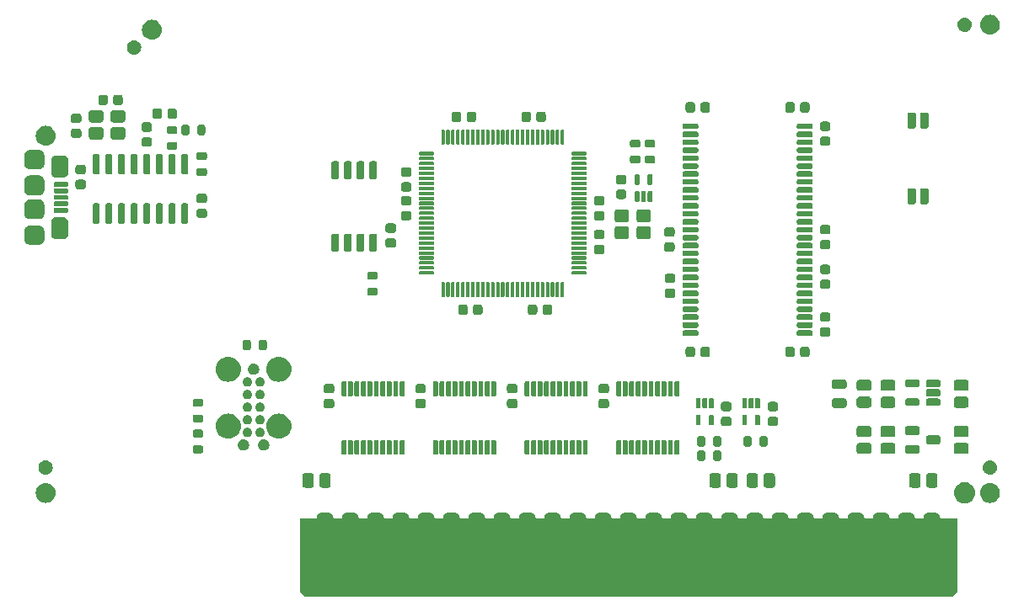
<source format=gts>
G04 #@! TF.GenerationSoftware,KiCad,Pcbnew,7.0.10*
G04 #@! TF.CreationDate,2024-03-18T20:49:09-04:00*
G04 #@! TF.ProjectId,GR8RAM,47523852-414d-42e6-9b69-6361645f7063,1.0*
G04 #@! TF.SameCoordinates,Original*
G04 #@! TF.FileFunction,Soldermask,Top*
G04 #@! TF.FilePolarity,Negative*
%FSLAX46Y46*%
G04 Gerber Fmt 4.6, Leading zero omitted, Abs format (unit mm)*
G04 Created by KiCad (PCBNEW 7.0.10) date 2024-03-18 20:49:09*
%MOMM*%
%LPD*%
G01*
G04 APERTURE LIST*
G04 APERTURE END LIST*
G36*
X76665999Y-131543771D02*
G01*
X76677712Y-131547869D01*
X76688592Y-131549176D01*
X76744857Y-131571364D01*
X76794635Y-131588782D01*
X76801071Y-131593532D01*
X76804788Y-131594998D01*
X76867758Y-131642749D01*
X76904289Y-131669711D01*
X76931259Y-131706253D01*
X76979001Y-131769211D01*
X76980466Y-131772926D01*
X76985218Y-131779365D01*
X77002642Y-131829162D01*
X77024822Y-131885406D01*
X77026127Y-131896280D01*
X77030229Y-131908001D01*
X77038200Y-131993000D01*
X77038200Y-132042804D01*
X77075396Y-132080000D01*
X77864603Y-132080000D01*
X77901800Y-132042803D01*
X77901800Y-131996798D01*
X77901800Y-131993000D01*
X77909771Y-131908001D01*
X77913869Y-131896288D01*
X77915176Y-131885407D01*
X77937367Y-131829133D01*
X77954782Y-131779365D01*
X77959531Y-131772929D01*
X77960998Y-131769211D01*
X78008777Y-131706204D01*
X78035711Y-131669711D01*
X78072204Y-131642777D01*
X78135211Y-131594998D01*
X78138929Y-131593531D01*
X78145365Y-131588782D01*
X78195140Y-131571365D01*
X78251406Y-131549177D01*
X78262284Y-131547870D01*
X78274001Y-131543771D01*
X78359000Y-131535800D01*
X79121000Y-131535800D01*
X79205999Y-131543771D01*
X79217712Y-131547869D01*
X79228592Y-131549176D01*
X79284857Y-131571364D01*
X79334635Y-131588782D01*
X79341071Y-131593532D01*
X79344788Y-131594998D01*
X79407758Y-131642749D01*
X79444289Y-131669711D01*
X79471259Y-131706253D01*
X79519001Y-131769211D01*
X79520466Y-131772926D01*
X79525218Y-131779365D01*
X79542642Y-131829162D01*
X79564822Y-131885406D01*
X79566127Y-131896280D01*
X79570229Y-131908001D01*
X79578200Y-131993000D01*
X79578200Y-132042804D01*
X79615396Y-132080000D01*
X80404603Y-132080000D01*
X80441800Y-132042803D01*
X80441800Y-131996798D01*
X80441800Y-131993000D01*
X80449771Y-131908001D01*
X80453869Y-131896288D01*
X80455176Y-131885407D01*
X80477367Y-131829133D01*
X80494782Y-131779365D01*
X80499531Y-131772929D01*
X80500998Y-131769211D01*
X80548777Y-131706204D01*
X80575711Y-131669711D01*
X80612204Y-131642777D01*
X80675211Y-131594998D01*
X80678929Y-131593531D01*
X80685365Y-131588782D01*
X80735140Y-131571365D01*
X80791406Y-131549177D01*
X80802284Y-131547870D01*
X80814001Y-131543771D01*
X80899000Y-131535800D01*
X81661000Y-131535800D01*
X81745999Y-131543771D01*
X81757712Y-131547869D01*
X81768592Y-131549176D01*
X81824857Y-131571364D01*
X81874635Y-131588782D01*
X81881071Y-131593532D01*
X81884788Y-131594998D01*
X81947758Y-131642749D01*
X81984289Y-131669711D01*
X82011259Y-131706253D01*
X82059001Y-131769211D01*
X82060466Y-131772926D01*
X82065218Y-131779365D01*
X82082642Y-131829162D01*
X82104822Y-131885406D01*
X82106127Y-131896280D01*
X82110229Y-131908001D01*
X82118200Y-131993000D01*
X82118200Y-132042804D01*
X82155396Y-132080000D01*
X82944603Y-132080000D01*
X82981800Y-132042803D01*
X82981800Y-131996798D01*
X82981800Y-131993000D01*
X82989771Y-131908001D01*
X82993869Y-131896288D01*
X82995176Y-131885407D01*
X83017367Y-131829133D01*
X83034782Y-131779365D01*
X83039531Y-131772929D01*
X83040998Y-131769211D01*
X83088777Y-131706204D01*
X83115711Y-131669711D01*
X83152204Y-131642777D01*
X83215211Y-131594998D01*
X83218929Y-131593531D01*
X83225365Y-131588782D01*
X83275140Y-131571365D01*
X83331406Y-131549177D01*
X83342284Y-131547870D01*
X83354001Y-131543771D01*
X83439000Y-131535800D01*
X84201000Y-131535800D01*
X84285999Y-131543771D01*
X84297712Y-131547869D01*
X84308592Y-131549176D01*
X84364857Y-131571364D01*
X84414635Y-131588782D01*
X84421071Y-131593532D01*
X84424788Y-131594998D01*
X84487758Y-131642749D01*
X84524289Y-131669711D01*
X84551259Y-131706253D01*
X84599001Y-131769211D01*
X84600466Y-131772926D01*
X84605218Y-131779365D01*
X84622642Y-131829162D01*
X84644822Y-131885406D01*
X84646127Y-131896280D01*
X84650229Y-131908001D01*
X84658200Y-131993000D01*
X84658200Y-132042804D01*
X84695396Y-132080000D01*
X85484603Y-132080000D01*
X85521800Y-132042803D01*
X85521800Y-131996798D01*
X85521800Y-131993000D01*
X85529771Y-131908001D01*
X85533869Y-131896288D01*
X85535176Y-131885407D01*
X85557367Y-131829133D01*
X85574782Y-131779365D01*
X85579531Y-131772929D01*
X85580998Y-131769211D01*
X85628777Y-131706204D01*
X85655711Y-131669711D01*
X85692204Y-131642777D01*
X85755211Y-131594998D01*
X85758929Y-131593531D01*
X85765365Y-131588782D01*
X85815140Y-131571365D01*
X85871406Y-131549177D01*
X85882284Y-131547870D01*
X85894001Y-131543771D01*
X85979000Y-131535800D01*
X86741000Y-131535800D01*
X86825999Y-131543771D01*
X86837712Y-131547869D01*
X86848592Y-131549176D01*
X86904857Y-131571364D01*
X86954635Y-131588782D01*
X86961071Y-131593532D01*
X86964788Y-131594998D01*
X87027758Y-131642749D01*
X87064289Y-131669711D01*
X87091259Y-131706253D01*
X87139001Y-131769211D01*
X87140466Y-131772926D01*
X87145218Y-131779365D01*
X87162642Y-131829162D01*
X87184822Y-131885406D01*
X87186127Y-131896280D01*
X87190229Y-131908001D01*
X87198200Y-131993000D01*
X87198200Y-132042804D01*
X87235396Y-132080000D01*
X88024603Y-132080000D01*
X88061800Y-132042803D01*
X88061800Y-131996798D01*
X88061800Y-131993000D01*
X88069771Y-131908001D01*
X88073869Y-131896288D01*
X88075176Y-131885407D01*
X88097367Y-131829133D01*
X88114782Y-131779365D01*
X88119531Y-131772929D01*
X88120998Y-131769211D01*
X88168777Y-131706204D01*
X88195711Y-131669711D01*
X88232204Y-131642777D01*
X88295211Y-131594998D01*
X88298929Y-131593531D01*
X88305365Y-131588782D01*
X88355140Y-131571365D01*
X88411406Y-131549177D01*
X88422284Y-131547870D01*
X88434001Y-131543771D01*
X88519000Y-131535800D01*
X89281000Y-131535800D01*
X89365999Y-131543771D01*
X89377712Y-131547869D01*
X89388592Y-131549176D01*
X89444857Y-131571364D01*
X89494635Y-131588782D01*
X89501071Y-131593532D01*
X89504788Y-131594998D01*
X89567758Y-131642749D01*
X89604289Y-131669711D01*
X89631259Y-131706253D01*
X89679001Y-131769211D01*
X89680466Y-131772926D01*
X89685218Y-131779365D01*
X89702642Y-131829162D01*
X89724822Y-131885406D01*
X89726127Y-131896280D01*
X89730229Y-131908001D01*
X89738200Y-131993000D01*
X89738200Y-132042804D01*
X89775396Y-132080000D01*
X90564603Y-132080000D01*
X90601800Y-132042803D01*
X90601800Y-131996798D01*
X90601800Y-131993000D01*
X90609771Y-131908001D01*
X90613869Y-131896288D01*
X90615176Y-131885407D01*
X90637367Y-131829133D01*
X90654782Y-131779365D01*
X90659531Y-131772929D01*
X90660998Y-131769211D01*
X90708777Y-131706204D01*
X90735711Y-131669711D01*
X90772204Y-131642777D01*
X90835211Y-131594998D01*
X90838929Y-131593531D01*
X90845365Y-131588782D01*
X90895140Y-131571365D01*
X90951406Y-131549177D01*
X90962284Y-131547870D01*
X90974001Y-131543771D01*
X91059000Y-131535800D01*
X91821000Y-131535800D01*
X91905999Y-131543771D01*
X91917712Y-131547869D01*
X91928592Y-131549176D01*
X91984857Y-131571364D01*
X92034635Y-131588782D01*
X92041071Y-131593532D01*
X92044788Y-131594998D01*
X92107758Y-131642749D01*
X92144289Y-131669711D01*
X92171259Y-131706253D01*
X92219001Y-131769211D01*
X92220466Y-131772926D01*
X92225218Y-131779365D01*
X92242642Y-131829162D01*
X92264822Y-131885406D01*
X92266127Y-131896280D01*
X92270229Y-131908001D01*
X92278200Y-131993000D01*
X92278200Y-132042804D01*
X92315396Y-132080000D01*
X93104603Y-132080000D01*
X93141800Y-132042803D01*
X93141800Y-131996798D01*
X93141800Y-131993000D01*
X93149771Y-131908001D01*
X93153869Y-131896288D01*
X93155176Y-131885407D01*
X93177367Y-131829133D01*
X93194782Y-131779365D01*
X93199531Y-131772929D01*
X93200998Y-131769211D01*
X93248777Y-131706204D01*
X93275711Y-131669711D01*
X93312204Y-131642777D01*
X93375211Y-131594998D01*
X93378929Y-131593531D01*
X93385365Y-131588782D01*
X93435140Y-131571365D01*
X93491406Y-131549177D01*
X93502284Y-131547870D01*
X93514001Y-131543771D01*
X93599000Y-131535800D01*
X94361000Y-131535800D01*
X94445999Y-131543771D01*
X94457712Y-131547869D01*
X94468592Y-131549176D01*
X94524857Y-131571364D01*
X94574635Y-131588782D01*
X94581071Y-131593532D01*
X94584788Y-131594998D01*
X94647758Y-131642749D01*
X94684289Y-131669711D01*
X94711259Y-131706253D01*
X94759001Y-131769211D01*
X94760466Y-131772926D01*
X94765218Y-131779365D01*
X94782642Y-131829162D01*
X94804822Y-131885406D01*
X94806127Y-131896280D01*
X94810229Y-131908001D01*
X94818200Y-131993000D01*
X94818200Y-132042804D01*
X94855396Y-132080000D01*
X95644603Y-132080000D01*
X95681800Y-132042803D01*
X95681800Y-131996798D01*
X95681800Y-131993000D01*
X95689771Y-131908001D01*
X95693869Y-131896288D01*
X95695176Y-131885407D01*
X95717367Y-131829133D01*
X95734782Y-131779365D01*
X95739531Y-131772929D01*
X95740998Y-131769211D01*
X95788777Y-131706204D01*
X95815711Y-131669711D01*
X95852204Y-131642777D01*
X95915211Y-131594998D01*
X95918929Y-131593531D01*
X95925365Y-131588782D01*
X95975140Y-131571365D01*
X96031406Y-131549177D01*
X96042284Y-131547870D01*
X96054001Y-131543771D01*
X96139000Y-131535800D01*
X96901000Y-131535800D01*
X96985999Y-131543771D01*
X96997712Y-131547869D01*
X97008592Y-131549176D01*
X97064857Y-131571364D01*
X97114635Y-131588782D01*
X97121071Y-131593532D01*
X97124788Y-131594998D01*
X97187758Y-131642749D01*
X97224289Y-131669711D01*
X97251259Y-131706253D01*
X97299001Y-131769211D01*
X97300466Y-131772926D01*
X97305218Y-131779365D01*
X97322642Y-131829162D01*
X97344822Y-131885406D01*
X97346127Y-131896280D01*
X97350229Y-131908001D01*
X97358200Y-131993000D01*
X97358200Y-132042804D01*
X97395396Y-132080000D01*
X98184603Y-132080000D01*
X98221800Y-132042803D01*
X98221800Y-131996798D01*
X98221800Y-131993000D01*
X98229771Y-131908001D01*
X98233869Y-131896288D01*
X98235176Y-131885407D01*
X98257367Y-131829133D01*
X98274782Y-131779365D01*
X98279531Y-131772929D01*
X98280998Y-131769211D01*
X98328777Y-131706204D01*
X98355711Y-131669711D01*
X98392204Y-131642777D01*
X98455211Y-131594998D01*
X98458929Y-131593531D01*
X98465365Y-131588782D01*
X98515140Y-131571365D01*
X98571406Y-131549177D01*
X98582284Y-131547870D01*
X98594001Y-131543771D01*
X98679000Y-131535800D01*
X99441000Y-131535800D01*
X99525999Y-131543771D01*
X99537712Y-131547869D01*
X99548592Y-131549176D01*
X99604857Y-131571364D01*
X99654635Y-131588782D01*
X99661071Y-131593532D01*
X99664788Y-131594998D01*
X99727758Y-131642749D01*
X99764289Y-131669711D01*
X99791259Y-131706253D01*
X99839001Y-131769211D01*
X99840466Y-131772926D01*
X99845218Y-131779365D01*
X99862642Y-131829162D01*
X99884822Y-131885406D01*
X99886127Y-131896280D01*
X99890229Y-131908001D01*
X99898200Y-131993000D01*
X99898200Y-132042804D01*
X99935396Y-132080000D01*
X100724603Y-132080000D01*
X100761800Y-132042803D01*
X100761800Y-131996798D01*
X100761800Y-131993000D01*
X100769771Y-131908001D01*
X100773869Y-131896288D01*
X100775176Y-131885407D01*
X100797367Y-131829133D01*
X100814782Y-131779365D01*
X100819531Y-131772929D01*
X100820998Y-131769211D01*
X100868777Y-131706204D01*
X100895711Y-131669711D01*
X100932204Y-131642777D01*
X100995211Y-131594998D01*
X100998929Y-131593531D01*
X101005365Y-131588782D01*
X101055140Y-131571365D01*
X101111406Y-131549177D01*
X101122284Y-131547870D01*
X101134001Y-131543771D01*
X101219000Y-131535800D01*
X101981000Y-131535800D01*
X102065999Y-131543771D01*
X102077712Y-131547869D01*
X102088592Y-131549176D01*
X102144857Y-131571364D01*
X102194635Y-131588782D01*
X102201071Y-131593532D01*
X102204788Y-131594998D01*
X102267758Y-131642749D01*
X102304289Y-131669711D01*
X102331259Y-131706253D01*
X102379001Y-131769211D01*
X102380466Y-131772926D01*
X102385218Y-131779365D01*
X102402642Y-131829162D01*
X102424822Y-131885406D01*
X102426127Y-131896280D01*
X102430229Y-131908001D01*
X102438200Y-131993000D01*
X102438200Y-132042804D01*
X102475396Y-132080000D01*
X103264603Y-132080000D01*
X103301800Y-132042803D01*
X103301800Y-131996798D01*
X103301800Y-131993000D01*
X103309771Y-131908001D01*
X103313869Y-131896288D01*
X103315176Y-131885407D01*
X103337367Y-131829133D01*
X103354782Y-131779365D01*
X103359531Y-131772929D01*
X103360998Y-131769211D01*
X103408777Y-131706204D01*
X103435711Y-131669711D01*
X103472204Y-131642777D01*
X103535211Y-131594998D01*
X103538929Y-131593531D01*
X103545365Y-131588782D01*
X103595140Y-131571365D01*
X103651406Y-131549177D01*
X103662284Y-131547870D01*
X103674001Y-131543771D01*
X103759000Y-131535800D01*
X104521000Y-131535800D01*
X104605999Y-131543771D01*
X104617712Y-131547869D01*
X104628592Y-131549176D01*
X104684857Y-131571364D01*
X104734635Y-131588782D01*
X104741071Y-131593532D01*
X104744788Y-131594998D01*
X104807758Y-131642749D01*
X104844289Y-131669711D01*
X104871259Y-131706253D01*
X104919001Y-131769211D01*
X104920466Y-131772926D01*
X104925218Y-131779365D01*
X104942642Y-131829162D01*
X104964822Y-131885406D01*
X104966127Y-131896280D01*
X104970229Y-131908001D01*
X104978200Y-131993000D01*
X104978200Y-132042804D01*
X105015396Y-132080000D01*
X105804603Y-132080000D01*
X105841800Y-132042803D01*
X105841800Y-131996798D01*
X105841800Y-131993000D01*
X105849771Y-131908001D01*
X105853869Y-131896288D01*
X105855176Y-131885407D01*
X105877367Y-131829133D01*
X105894782Y-131779365D01*
X105899531Y-131772929D01*
X105900998Y-131769211D01*
X105948777Y-131706204D01*
X105975711Y-131669711D01*
X106012204Y-131642777D01*
X106075211Y-131594998D01*
X106078929Y-131593531D01*
X106085365Y-131588782D01*
X106135140Y-131571365D01*
X106191406Y-131549177D01*
X106202284Y-131547870D01*
X106214001Y-131543771D01*
X106299000Y-131535800D01*
X107061000Y-131535800D01*
X107145999Y-131543771D01*
X107157712Y-131547869D01*
X107168592Y-131549176D01*
X107224857Y-131571364D01*
X107274635Y-131588782D01*
X107281071Y-131593532D01*
X107284788Y-131594998D01*
X107347758Y-131642749D01*
X107384289Y-131669711D01*
X107411259Y-131706253D01*
X107459001Y-131769211D01*
X107460466Y-131772926D01*
X107465218Y-131779365D01*
X107482642Y-131829162D01*
X107504822Y-131885406D01*
X107506127Y-131896280D01*
X107510229Y-131908001D01*
X107518200Y-131993000D01*
X107518200Y-132042804D01*
X107555396Y-132080000D01*
X108344603Y-132080000D01*
X108381800Y-132042803D01*
X108381800Y-131996798D01*
X108381800Y-131993000D01*
X108389771Y-131908001D01*
X108393869Y-131896288D01*
X108395176Y-131885407D01*
X108417367Y-131829133D01*
X108434782Y-131779365D01*
X108439531Y-131772929D01*
X108440998Y-131769211D01*
X108488777Y-131706204D01*
X108515711Y-131669711D01*
X108552204Y-131642777D01*
X108615211Y-131594998D01*
X108618929Y-131593531D01*
X108625365Y-131588782D01*
X108675140Y-131571365D01*
X108731406Y-131549177D01*
X108742284Y-131547870D01*
X108754001Y-131543771D01*
X108839000Y-131535800D01*
X109601000Y-131535800D01*
X109685999Y-131543771D01*
X109697712Y-131547869D01*
X109708592Y-131549176D01*
X109764857Y-131571364D01*
X109814635Y-131588782D01*
X109821071Y-131593532D01*
X109824788Y-131594998D01*
X109887758Y-131642749D01*
X109924289Y-131669711D01*
X109951259Y-131706253D01*
X109999001Y-131769211D01*
X110000466Y-131772926D01*
X110005218Y-131779365D01*
X110022642Y-131829162D01*
X110044822Y-131885406D01*
X110046127Y-131896280D01*
X110050229Y-131908001D01*
X110058200Y-131993000D01*
X110058200Y-132042804D01*
X110095396Y-132080000D01*
X110884603Y-132080000D01*
X110921800Y-132042803D01*
X110921800Y-131996798D01*
X110921800Y-131993000D01*
X110929771Y-131908001D01*
X110933869Y-131896288D01*
X110935176Y-131885407D01*
X110957367Y-131829133D01*
X110974782Y-131779365D01*
X110979531Y-131772929D01*
X110980998Y-131769211D01*
X111028777Y-131706204D01*
X111055711Y-131669711D01*
X111092204Y-131642777D01*
X111155211Y-131594998D01*
X111158929Y-131593531D01*
X111165365Y-131588782D01*
X111215140Y-131571365D01*
X111271406Y-131549177D01*
X111282284Y-131547870D01*
X111294001Y-131543771D01*
X111379000Y-131535800D01*
X112141000Y-131535800D01*
X112225999Y-131543771D01*
X112237712Y-131547869D01*
X112248592Y-131549176D01*
X112304857Y-131571364D01*
X112354635Y-131588782D01*
X112361071Y-131593532D01*
X112364788Y-131594998D01*
X112427758Y-131642749D01*
X112464289Y-131669711D01*
X112491259Y-131706253D01*
X112539001Y-131769211D01*
X112540466Y-131772926D01*
X112545218Y-131779365D01*
X112562642Y-131829162D01*
X112584822Y-131885406D01*
X112586127Y-131896280D01*
X112590229Y-131908001D01*
X112598200Y-131993000D01*
X112598200Y-132042804D01*
X112635396Y-132080000D01*
X113424603Y-132080000D01*
X113461800Y-132042803D01*
X113461800Y-131996798D01*
X113461800Y-131993000D01*
X113469771Y-131908001D01*
X113473869Y-131896288D01*
X113475176Y-131885407D01*
X113497367Y-131829133D01*
X113514782Y-131779365D01*
X113519531Y-131772929D01*
X113520998Y-131769211D01*
X113568777Y-131706204D01*
X113595711Y-131669711D01*
X113632204Y-131642777D01*
X113695211Y-131594998D01*
X113698929Y-131593531D01*
X113705365Y-131588782D01*
X113755140Y-131571365D01*
X113811406Y-131549177D01*
X113822284Y-131547870D01*
X113834001Y-131543771D01*
X113919000Y-131535800D01*
X114681000Y-131535800D01*
X114765999Y-131543771D01*
X114777712Y-131547869D01*
X114788592Y-131549176D01*
X114844857Y-131571364D01*
X114894635Y-131588782D01*
X114901071Y-131593532D01*
X114904788Y-131594998D01*
X114967758Y-131642749D01*
X115004289Y-131669711D01*
X115031259Y-131706253D01*
X115079001Y-131769211D01*
X115080466Y-131772926D01*
X115085218Y-131779365D01*
X115102642Y-131829162D01*
X115124822Y-131885406D01*
X115126127Y-131896280D01*
X115130229Y-131908001D01*
X115138200Y-131993000D01*
X115138200Y-132042804D01*
X115175396Y-132080000D01*
X115964603Y-132080000D01*
X116001800Y-132042803D01*
X116001800Y-131996798D01*
X116001800Y-131993000D01*
X116009771Y-131908001D01*
X116013869Y-131896288D01*
X116015176Y-131885407D01*
X116037367Y-131829133D01*
X116054782Y-131779365D01*
X116059531Y-131772929D01*
X116060998Y-131769211D01*
X116108777Y-131706204D01*
X116135711Y-131669711D01*
X116172204Y-131642777D01*
X116235211Y-131594998D01*
X116238929Y-131593531D01*
X116245365Y-131588782D01*
X116295140Y-131571365D01*
X116351406Y-131549177D01*
X116362284Y-131547870D01*
X116374001Y-131543771D01*
X116459000Y-131535800D01*
X117221000Y-131535800D01*
X117305999Y-131543771D01*
X117317712Y-131547869D01*
X117328592Y-131549176D01*
X117384857Y-131571364D01*
X117434635Y-131588782D01*
X117441071Y-131593532D01*
X117444788Y-131594998D01*
X117507758Y-131642749D01*
X117544289Y-131669711D01*
X117571259Y-131706253D01*
X117619001Y-131769211D01*
X117620466Y-131772926D01*
X117625218Y-131779365D01*
X117642642Y-131829162D01*
X117664822Y-131885406D01*
X117666127Y-131896280D01*
X117670229Y-131908001D01*
X117678200Y-131993000D01*
X117678200Y-132042804D01*
X117715396Y-132080000D01*
X118504603Y-132080000D01*
X118541800Y-132042803D01*
X118541800Y-131996798D01*
X118541800Y-131993000D01*
X118549771Y-131908001D01*
X118553869Y-131896288D01*
X118555176Y-131885407D01*
X118577367Y-131829133D01*
X118594782Y-131779365D01*
X118599531Y-131772929D01*
X118600998Y-131769211D01*
X118648777Y-131706204D01*
X118675711Y-131669711D01*
X118712204Y-131642777D01*
X118775211Y-131594998D01*
X118778929Y-131593531D01*
X118785365Y-131588782D01*
X118835140Y-131571365D01*
X118891406Y-131549177D01*
X118902284Y-131547870D01*
X118914001Y-131543771D01*
X118999000Y-131535800D01*
X119761000Y-131535800D01*
X119845999Y-131543771D01*
X119857712Y-131547869D01*
X119868592Y-131549176D01*
X119924857Y-131571364D01*
X119974635Y-131588782D01*
X119981071Y-131593532D01*
X119984788Y-131594998D01*
X120047758Y-131642749D01*
X120084289Y-131669711D01*
X120111259Y-131706253D01*
X120159001Y-131769211D01*
X120160466Y-131772926D01*
X120165218Y-131779365D01*
X120182642Y-131829162D01*
X120204822Y-131885406D01*
X120206127Y-131896280D01*
X120210229Y-131908001D01*
X120218200Y-131993000D01*
X120218200Y-132042804D01*
X120255396Y-132080000D01*
X121044603Y-132080000D01*
X121081800Y-132042803D01*
X121081800Y-131996798D01*
X121081800Y-131993000D01*
X121089771Y-131908001D01*
X121093869Y-131896288D01*
X121095176Y-131885407D01*
X121117367Y-131829133D01*
X121134782Y-131779365D01*
X121139531Y-131772929D01*
X121140998Y-131769211D01*
X121188777Y-131706204D01*
X121215711Y-131669711D01*
X121252204Y-131642777D01*
X121315211Y-131594998D01*
X121318929Y-131593531D01*
X121325365Y-131588782D01*
X121375140Y-131571365D01*
X121431406Y-131549177D01*
X121442284Y-131547870D01*
X121454001Y-131543771D01*
X121539000Y-131535800D01*
X122301000Y-131535800D01*
X122385999Y-131543771D01*
X122397712Y-131547869D01*
X122408592Y-131549176D01*
X122464857Y-131571364D01*
X122514635Y-131588782D01*
X122521071Y-131593532D01*
X122524788Y-131594998D01*
X122587758Y-131642749D01*
X122624289Y-131669711D01*
X122651259Y-131706253D01*
X122699001Y-131769211D01*
X122700466Y-131772926D01*
X122705218Y-131779365D01*
X122722642Y-131829162D01*
X122744822Y-131885406D01*
X122746127Y-131896280D01*
X122750229Y-131908001D01*
X122758200Y-131993000D01*
X122758200Y-132042804D01*
X122795396Y-132080000D01*
X123584603Y-132080000D01*
X123621800Y-132042803D01*
X123621800Y-131996798D01*
X123621800Y-131993000D01*
X123629771Y-131908001D01*
X123633869Y-131896288D01*
X123635176Y-131885407D01*
X123657367Y-131829133D01*
X123674782Y-131779365D01*
X123679531Y-131772929D01*
X123680998Y-131769211D01*
X123728777Y-131706204D01*
X123755711Y-131669711D01*
X123792204Y-131642777D01*
X123855211Y-131594998D01*
X123858929Y-131593531D01*
X123865365Y-131588782D01*
X123915140Y-131571365D01*
X123971406Y-131549177D01*
X123982284Y-131547870D01*
X123994001Y-131543771D01*
X124079000Y-131535800D01*
X124841000Y-131535800D01*
X124925999Y-131543771D01*
X124937712Y-131547869D01*
X124948592Y-131549176D01*
X125004857Y-131571364D01*
X125054635Y-131588782D01*
X125061071Y-131593532D01*
X125064788Y-131594998D01*
X125127758Y-131642749D01*
X125164289Y-131669711D01*
X125191259Y-131706253D01*
X125239001Y-131769211D01*
X125240466Y-131772926D01*
X125245218Y-131779365D01*
X125262642Y-131829162D01*
X125284822Y-131885406D01*
X125286127Y-131896280D01*
X125290229Y-131908001D01*
X125298200Y-131993000D01*
X125298200Y-132042804D01*
X125335396Y-132080000D01*
X126124603Y-132080000D01*
X126161800Y-132042803D01*
X126161800Y-131996798D01*
X126161800Y-131993000D01*
X126169771Y-131908001D01*
X126173869Y-131896288D01*
X126175176Y-131885407D01*
X126197367Y-131829133D01*
X126214782Y-131779365D01*
X126219531Y-131772929D01*
X126220998Y-131769211D01*
X126268777Y-131706204D01*
X126295711Y-131669711D01*
X126332204Y-131642777D01*
X126395211Y-131594998D01*
X126398929Y-131593531D01*
X126405365Y-131588782D01*
X126455140Y-131571365D01*
X126511406Y-131549177D01*
X126522284Y-131547870D01*
X126534001Y-131543771D01*
X126619000Y-131535800D01*
X127381000Y-131535800D01*
X127465999Y-131543771D01*
X127477712Y-131547869D01*
X127488592Y-131549176D01*
X127544857Y-131571364D01*
X127594635Y-131588782D01*
X127601071Y-131593532D01*
X127604788Y-131594998D01*
X127667758Y-131642749D01*
X127704289Y-131669711D01*
X127731259Y-131706253D01*
X127779001Y-131769211D01*
X127780466Y-131772926D01*
X127785218Y-131779365D01*
X127802642Y-131829162D01*
X127824822Y-131885406D01*
X127826127Y-131896280D01*
X127830229Y-131908001D01*
X127838200Y-131993000D01*
X127838200Y-132042804D01*
X127875396Y-132080000D01*
X128664603Y-132080000D01*
X128701800Y-132042803D01*
X128701800Y-131996798D01*
X128701800Y-131993000D01*
X128709771Y-131908001D01*
X128713869Y-131896288D01*
X128715176Y-131885407D01*
X128737367Y-131829133D01*
X128754782Y-131779365D01*
X128759531Y-131772929D01*
X128760998Y-131769211D01*
X128808777Y-131706204D01*
X128835711Y-131669711D01*
X128872204Y-131642777D01*
X128935211Y-131594998D01*
X128938929Y-131593531D01*
X128945365Y-131588782D01*
X128995140Y-131571365D01*
X129051406Y-131549177D01*
X129062284Y-131547870D01*
X129074001Y-131543771D01*
X129159000Y-131535800D01*
X129921000Y-131535800D01*
X130005999Y-131543771D01*
X130017712Y-131547869D01*
X130028592Y-131549176D01*
X130084857Y-131571364D01*
X130134635Y-131588782D01*
X130141071Y-131593532D01*
X130144788Y-131594998D01*
X130207758Y-131642749D01*
X130244289Y-131669711D01*
X130271259Y-131706253D01*
X130319001Y-131769211D01*
X130320466Y-131772926D01*
X130325218Y-131779365D01*
X130342642Y-131829162D01*
X130364822Y-131885406D01*
X130366127Y-131896280D01*
X130370229Y-131908001D01*
X130378200Y-131993000D01*
X130378200Y-132042804D01*
X130415396Y-132080000D01*
X131204603Y-132080000D01*
X131241800Y-132042803D01*
X131241800Y-131996798D01*
X131241800Y-131993000D01*
X131249771Y-131908001D01*
X131253869Y-131896288D01*
X131255176Y-131885407D01*
X131277367Y-131829133D01*
X131294782Y-131779365D01*
X131299531Y-131772929D01*
X131300998Y-131769211D01*
X131348777Y-131706204D01*
X131375711Y-131669711D01*
X131412204Y-131642777D01*
X131475211Y-131594998D01*
X131478929Y-131593531D01*
X131485365Y-131588782D01*
X131535140Y-131571365D01*
X131591406Y-131549177D01*
X131602284Y-131547870D01*
X131614001Y-131543771D01*
X131699000Y-131535800D01*
X132461000Y-131535800D01*
X132545999Y-131543771D01*
X132557712Y-131547869D01*
X132568592Y-131549176D01*
X132624857Y-131571364D01*
X132674635Y-131588782D01*
X132681071Y-131593532D01*
X132684788Y-131594998D01*
X132747758Y-131642749D01*
X132784289Y-131669711D01*
X132811259Y-131706253D01*
X132859001Y-131769211D01*
X132860466Y-131772926D01*
X132865218Y-131779365D01*
X132882642Y-131829162D01*
X132904822Y-131885406D01*
X132906127Y-131896280D01*
X132910229Y-131908001D01*
X132918200Y-131993000D01*
X132918200Y-132042804D01*
X132955396Y-132080000D01*
X133744603Y-132080000D01*
X133781800Y-132042803D01*
X133781800Y-131996798D01*
X133781800Y-131993000D01*
X133789771Y-131908001D01*
X133793869Y-131896288D01*
X133795176Y-131885407D01*
X133817367Y-131829133D01*
X133834782Y-131779365D01*
X133839531Y-131772929D01*
X133840998Y-131769211D01*
X133888777Y-131706204D01*
X133915711Y-131669711D01*
X133952204Y-131642777D01*
X134015211Y-131594998D01*
X134018929Y-131593531D01*
X134025365Y-131588782D01*
X134075140Y-131571365D01*
X134131406Y-131549177D01*
X134142284Y-131547870D01*
X134154001Y-131543771D01*
X134239000Y-131535800D01*
X135001000Y-131535800D01*
X135085999Y-131543771D01*
X135097712Y-131547869D01*
X135108592Y-131549176D01*
X135164857Y-131571364D01*
X135214635Y-131588782D01*
X135221071Y-131593532D01*
X135224788Y-131594998D01*
X135287758Y-131642749D01*
X135324289Y-131669711D01*
X135351259Y-131706253D01*
X135399001Y-131769211D01*
X135400466Y-131772926D01*
X135405218Y-131779365D01*
X135422642Y-131829162D01*
X135444822Y-131885406D01*
X135446127Y-131896280D01*
X135450229Y-131908001D01*
X135458200Y-131993000D01*
X135458200Y-132042804D01*
X135495396Y-132080000D01*
X136284603Y-132080000D01*
X136321800Y-132042803D01*
X136321800Y-131996798D01*
X136321800Y-131993000D01*
X136329771Y-131908001D01*
X136333869Y-131896288D01*
X136335176Y-131885407D01*
X136357367Y-131829133D01*
X136374782Y-131779365D01*
X136379531Y-131772929D01*
X136380998Y-131769211D01*
X136428777Y-131706204D01*
X136455711Y-131669711D01*
X136492204Y-131642777D01*
X136555211Y-131594998D01*
X136558929Y-131593531D01*
X136565365Y-131588782D01*
X136615140Y-131571365D01*
X136671406Y-131549177D01*
X136682284Y-131547870D01*
X136694001Y-131543771D01*
X136779000Y-131535800D01*
X137541000Y-131535800D01*
X137625999Y-131543771D01*
X137637712Y-131547869D01*
X137648592Y-131549176D01*
X137704857Y-131571364D01*
X137754635Y-131588782D01*
X137761071Y-131593532D01*
X137764788Y-131594998D01*
X137827758Y-131642749D01*
X137864289Y-131669711D01*
X137891259Y-131706253D01*
X137939001Y-131769211D01*
X137940466Y-131772926D01*
X137945218Y-131779365D01*
X137962642Y-131829162D01*
X137984822Y-131885406D01*
X137986127Y-131896280D01*
X137990229Y-131908001D01*
X137998200Y-131993000D01*
X137998200Y-132042804D01*
X138035396Y-132080000D01*
X139700000Y-132080000D01*
X139700000Y-139446000D01*
X139192000Y-139954000D01*
X139179372Y-139954000D01*
X74180631Y-139954000D01*
X74168000Y-139954000D01*
X73660000Y-139446000D01*
X73660000Y-132080000D01*
X75324603Y-132080000D01*
X75361800Y-132042803D01*
X75361800Y-131996798D01*
X75361800Y-131993000D01*
X75369771Y-131908001D01*
X75373869Y-131896288D01*
X75375176Y-131885407D01*
X75397367Y-131829133D01*
X75414782Y-131779365D01*
X75419531Y-131772929D01*
X75420998Y-131769211D01*
X75468777Y-131706204D01*
X75495711Y-131669711D01*
X75532204Y-131642777D01*
X75595211Y-131594998D01*
X75598929Y-131593531D01*
X75605365Y-131588782D01*
X75655140Y-131571365D01*
X75711406Y-131549177D01*
X75722284Y-131547870D01*
X75734001Y-131543771D01*
X75819000Y-131535800D01*
X76581000Y-131535800D01*
X76665999Y-131543771D01*
G37*
G36*
X140756516Y-128504883D02*
G01*
X140941704Y-128576625D01*
X141110555Y-128681174D01*
X141257321Y-128814969D01*
X141377004Y-128973454D01*
X141465527Y-129151232D01*
X141519876Y-129342249D01*
X141538200Y-129540000D01*
X141519876Y-129737751D01*
X141465527Y-129928768D01*
X141377004Y-130106546D01*
X141257321Y-130265031D01*
X141110555Y-130398826D01*
X140941704Y-130503375D01*
X140756516Y-130575117D01*
X140561299Y-130611609D01*
X140362701Y-130611609D01*
X140167484Y-130575117D01*
X139982296Y-130503375D01*
X139813445Y-130398826D01*
X139666679Y-130265031D01*
X139546996Y-130106546D01*
X139458473Y-129928768D01*
X139404124Y-129737751D01*
X139385800Y-129540000D01*
X139404124Y-129342249D01*
X139458473Y-129151232D01*
X139546996Y-128973454D01*
X139666679Y-128814969D01*
X139813445Y-128681174D01*
X139982296Y-128576625D01*
X140167484Y-128504883D01*
X140362701Y-128468391D01*
X140561299Y-128468391D01*
X140756516Y-128504883D01*
G37*
G36*
X48328090Y-128559215D02*
G01*
X48515683Y-128616120D01*
X48688570Y-128708530D01*
X48840107Y-128832893D01*
X48964470Y-128984430D01*
X49056880Y-129157317D01*
X49113785Y-129344910D01*
X49133000Y-129540000D01*
X49113785Y-129735090D01*
X49056880Y-129922683D01*
X48964470Y-130095570D01*
X48840107Y-130247107D01*
X48688570Y-130371470D01*
X48515683Y-130463880D01*
X48328090Y-130520785D01*
X48133000Y-130540000D01*
X47937910Y-130520785D01*
X47750317Y-130463880D01*
X47577430Y-130371470D01*
X47425893Y-130247107D01*
X47301530Y-130095570D01*
X47209120Y-129922683D01*
X47152215Y-129735090D01*
X47133000Y-129540000D01*
X47152215Y-129344910D01*
X47209120Y-129157317D01*
X47301530Y-128984430D01*
X47425893Y-128832893D01*
X47577430Y-128708530D01*
X47750317Y-128616120D01*
X47937910Y-128559215D01*
X48133000Y-128540000D01*
X48328090Y-128559215D01*
G37*
G36*
X143197090Y-128559215D02*
G01*
X143384683Y-128616120D01*
X143557570Y-128708530D01*
X143709107Y-128832893D01*
X143833470Y-128984430D01*
X143925880Y-129157317D01*
X143982785Y-129344910D01*
X144002000Y-129540000D01*
X143982785Y-129735090D01*
X143925880Y-129922683D01*
X143833470Y-130095570D01*
X143709107Y-130247107D01*
X143557570Y-130371470D01*
X143384683Y-130463880D01*
X143197090Y-130520785D01*
X143002000Y-130540000D01*
X142806910Y-130520785D01*
X142619317Y-130463880D01*
X142446430Y-130371470D01*
X142294893Y-130247107D01*
X142170530Y-130095570D01*
X142078120Y-129922683D01*
X142021215Y-129735090D01*
X142002000Y-129540000D01*
X142021215Y-129344910D01*
X142078120Y-129157317D01*
X142170530Y-128984430D01*
X142294893Y-128832893D01*
X142446430Y-128708530D01*
X142619317Y-128616120D01*
X142806910Y-128559215D01*
X143002000Y-128540000D01*
X143197090Y-128559215D01*
G37*
G36*
X74843381Y-127530648D02*
G01*
X74849015Y-127533275D01*
X74850812Y-127533537D01*
X74876342Y-127546018D01*
X74941743Y-127576515D01*
X75018485Y-127653257D01*
X75048992Y-127718680D01*
X75061462Y-127744187D01*
X75061723Y-127745982D01*
X75064352Y-127751619D01*
X75075000Y-127832500D01*
X75075000Y-128707500D01*
X75064352Y-128788381D01*
X75061723Y-128794018D01*
X75061462Y-128795812D01*
X75049002Y-128821298D01*
X75018485Y-128886743D01*
X74941743Y-128963485D01*
X74876298Y-128994002D01*
X74850812Y-129006462D01*
X74849018Y-129006723D01*
X74843381Y-129009352D01*
X74762500Y-129020000D01*
X74237500Y-129020000D01*
X74156619Y-129009352D01*
X74150982Y-129006723D01*
X74149187Y-129006462D01*
X74123680Y-128993992D01*
X74058257Y-128963485D01*
X73981515Y-128886743D01*
X73951018Y-128821342D01*
X73938537Y-128795812D01*
X73938275Y-128794015D01*
X73935648Y-128788381D01*
X73925000Y-128707500D01*
X73925000Y-127832500D01*
X73935648Y-127751619D01*
X73938274Y-127745985D01*
X73938537Y-127744187D01*
X73951028Y-127718635D01*
X73981515Y-127653257D01*
X74058257Y-127576515D01*
X74123635Y-127546028D01*
X74149187Y-127533537D01*
X74150985Y-127533274D01*
X74156619Y-127530648D01*
X74237500Y-127520000D01*
X74762500Y-127520000D01*
X74843381Y-127530648D01*
G37*
G36*
X76543381Y-127530648D02*
G01*
X76549015Y-127533275D01*
X76550812Y-127533537D01*
X76576342Y-127546018D01*
X76641743Y-127576515D01*
X76718485Y-127653257D01*
X76748992Y-127718680D01*
X76761462Y-127744187D01*
X76761723Y-127745982D01*
X76764352Y-127751619D01*
X76775000Y-127832500D01*
X76775000Y-128707500D01*
X76764352Y-128788381D01*
X76761723Y-128794018D01*
X76761462Y-128795812D01*
X76749002Y-128821298D01*
X76718485Y-128886743D01*
X76641743Y-128963485D01*
X76576298Y-128994002D01*
X76550812Y-129006462D01*
X76549018Y-129006723D01*
X76543381Y-129009352D01*
X76462500Y-129020000D01*
X75937500Y-129020000D01*
X75856619Y-129009352D01*
X75850982Y-129006723D01*
X75849187Y-129006462D01*
X75823680Y-128993992D01*
X75758257Y-128963485D01*
X75681515Y-128886743D01*
X75651018Y-128821342D01*
X75638537Y-128795812D01*
X75638275Y-128794015D01*
X75635648Y-128788381D01*
X75625000Y-128707500D01*
X75625000Y-127832500D01*
X75635648Y-127751619D01*
X75638274Y-127745985D01*
X75638537Y-127744187D01*
X75651028Y-127718635D01*
X75681515Y-127653257D01*
X75758257Y-127576515D01*
X75823635Y-127546028D01*
X75849187Y-127533537D01*
X75850985Y-127533274D01*
X75856619Y-127530648D01*
X75937500Y-127520000D01*
X76462500Y-127520000D01*
X76543381Y-127530648D01*
G37*
G36*
X115737381Y-127530648D02*
G01*
X115743015Y-127533275D01*
X115744812Y-127533537D01*
X115770342Y-127546018D01*
X115835743Y-127576515D01*
X115912485Y-127653257D01*
X115942992Y-127718680D01*
X115955462Y-127744187D01*
X115955723Y-127745982D01*
X115958352Y-127751619D01*
X115969000Y-127832500D01*
X115969000Y-128707500D01*
X115958352Y-128788381D01*
X115955723Y-128794018D01*
X115955462Y-128795812D01*
X115943002Y-128821298D01*
X115912485Y-128886743D01*
X115835743Y-128963485D01*
X115770298Y-128994002D01*
X115744812Y-129006462D01*
X115743018Y-129006723D01*
X115737381Y-129009352D01*
X115656500Y-129020000D01*
X115131500Y-129020000D01*
X115050619Y-129009352D01*
X115044982Y-129006723D01*
X115043187Y-129006462D01*
X115017680Y-128993992D01*
X114952257Y-128963485D01*
X114875515Y-128886743D01*
X114845018Y-128821342D01*
X114832537Y-128795812D01*
X114832275Y-128794015D01*
X114829648Y-128788381D01*
X114819000Y-128707500D01*
X114819000Y-127832500D01*
X114829648Y-127751619D01*
X114832274Y-127745985D01*
X114832537Y-127744187D01*
X114845028Y-127718635D01*
X114875515Y-127653257D01*
X114952257Y-127576515D01*
X115017635Y-127546028D01*
X115043187Y-127533537D01*
X115044985Y-127533274D01*
X115050619Y-127530648D01*
X115131500Y-127520000D01*
X115656500Y-127520000D01*
X115737381Y-127530648D01*
G37*
G36*
X117437381Y-127530648D02*
G01*
X117443015Y-127533275D01*
X117444812Y-127533537D01*
X117470342Y-127546018D01*
X117535743Y-127576515D01*
X117612485Y-127653257D01*
X117642992Y-127718680D01*
X117655462Y-127744187D01*
X117655723Y-127745982D01*
X117658352Y-127751619D01*
X117669000Y-127832500D01*
X117669000Y-128707500D01*
X117658352Y-128788381D01*
X117655723Y-128794018D01*
X117655462Y-128795812D01*
X117643002Y-128821298D01*
X117612485Y-128886743D01*
X117535743Y-128963485D01*
X117470298Y-128994002D01*
X117444812Y-129006462D01*
X117443018Y-129006723D01*
X117437381Y-129009352D01*
X117356500Y-129020000D01*
X116831500Y-129020000D01*
X116750619Y-129009352D01*
X116744982Y-129006723D01*
X116743187Y-129006462D01*
X116717680Y-128993992D01*
X116652257Y-128963485D01*
X116575515Y-128886743D01*
X116545018Y-128821342D01*
X116532537Y-128795812D01*
X116532275Y-128794015D01*
X116529648Y-128788381D01*
X116519000Y-128707500D01*
X116519000Y-127832500D01*
X116529648Y-127751619D01*
X116532274Y-127745985D01*
X116532537Y-127744187D01*
X116545028Y-127718635D01*
X116575515Y-127653257D01*
X116652257Y-127576515D01*
X116717635Y-127546028D01*
X116743187Y-127533537D01*
X116744985Y-127533274D01*
X116750619Y-127530648D01*
X116831500Y-127520000D01*
X117356500Y-127520000D01*
X117437381Y-127530648D01*
G37*
G36*
X119469381Y-127530648D02*
G01*
X119475015Y-127533275D01*
X119476812Y-127533537D01*
X119502342Y-127546018D01*
X119567743Y-127576515D01*
X119644485Y-127653257D01*
X119674992Y-127718680D01*
X119687462Y-127744187D01*
X119687723Y-127745982D01*
X119690352Y-127751619D01*
X119701000Y-127832500D01*
X119701000Y-128707500D01*
X119690352Y-128788381D01*
X119687723Y-128794018D01*
X119687462Y-128795812D01*
X119675002Y-128821298D01*
X119644485Y-128886743D01*
X119567743Y-128963485D01*
X119502298Y-128994002D01*
X119476812Y-129006462D01*
X119475018Y-129006723D01*
X119469381Y-129009352D01*
X119388500Y-129020000D01*
X118863500Y-129020000D01*
X118782619Y-129009352D01*
X118776982Y-129006723D01*
X118775187Y-129006462D01*
X118749680Y-128993992D01*
X118684257Y-128963485D01*
X118607515Y-128886743D01*
X118577018Y-128821342D01*
X118564537Y-128795812D01*
X118564275Y-128794015D01*
X118561648Y-128788381D01*
X118551000Y-128707500D01*
X118551000Y-127832500D01*
X118561648Y-127751619D01*
X118564274Y-127745985D01*
X118564537Y-127744187D01*
X118577028Y-127718635D01*
X118607515Y-127653257D01*
X118684257Y-127576515D01*
X118749635Y-127546028D01*
X118775187Y-127533537D01*
X118776985Y-127533274D01*
X118782619Y-127530648D01*
X118863500Y-127520000D01*
X119388500Y-127520000D01*
X119469381Y-127530648D01*
G37*
G36*
X121169381Y-127530648D02*
G01*
X121175015Y-127533275D01*
X121176812Y-127533537D01*
X121202342Y-127546018D01*
X121267743Y-127576515D01*
X121344485Y-127653257D01*
X121374992Y-127718680D01*
X121387462Y-127744187D01*
X121387723Y-127745982D01*
X121390352Y-127751619D01*
X121401000Y-127832500D01*
X121401000Y-128707500D01*
X121390352Y-128788381D01*
X121387723Y-128794018D01*
X121387462Y-128795812D01*
X121375002Y-128821298D01*
X121344485Y-128886743D01*
X121267743Y-128963485D01*
X121202298Y-128994002D01*
X121176812Y-129006462D01*
X121175018Y-129006723D01*
X121169381Y-129009352D01*
X121088500Y-129020000D01*
X120563500Y-129020000D01*
X120482619Y-129009352D01*
X120476982Y-129006723D01*
X120475187Y-129006462D01*
X120449680Y-128993992D01*
X120384257Y-128963485D01*
X120307515Y-128886743D01*
X120277018Y-128821342D01*
X120264537Y-128795812D01*
X120264275Y-128794015D01*
X120261648Y-128788381D01*
X120251000Y-128707500D01*
X120251000Y-127832500D01*
X120261648Y-127751619D01*
X120264274Y-127745985D01*
X120264537Y-127744187D01*
X120277028Y-127718635D01*
X120307515Y-127653257D01*
X120384257Y-127576515D01*
X120449635Y-127546028D01*
X120475187Y-127533537D01*
X120476985Y-127533274D01*
X120482619Y-127530648D01*
X120563500Y-127520000D01*
X121088500Y-127520000D01*
X121169381Y-127530648D01*
G37*
G36*
X135803381Y-127530648D02*
G01*
X135809015Y-127533275D01*
X135810812Y-127533537D01*
X135836342Y-127546018D01*
X135901743Y-127576515D01*
X135978485Y-127653257D01*
X136008992Y-127718680D01*
X136021462Y-127744187D01*
X136021723Y-127745982D01*
X136024352Y-127751619D01*
X136035000Y-127832500D01*
X136035000Y-128707500D01*
X136024352Y-128788381D01*
X136021723Y-128794018D01*
X136021462Y-128795812D01*
X136009002Y-128821298D01*
X135978485Y-128886743D01*
X135901743Y-128963485D01*
X135836298Y-128994002D01*
X135810812Y-129006462D01*
X135809018Y-129006723D01*
X135803381Y-129009352D01*
X135722500Y-129020000D01*
X135197500Y-129020000D01*
X135116619Y-129009352D01*
X135110982Y-129006723D01*
X135109187Y-129006462D01*
X135083680Y-128993992D01*
X135018257Y-128963485D01*
X134941515Y-128886743D01*
X134911018Y-128821342D01*
X134898537Y-128795812D01*
X134898275Y-128794015D01*
X134895648Y-128788381D01*
X134885000Y-128707500D01*
X134885000Y-127832500D01*
X134895648Y-127751619D01*
X134898274Y-127745985D01*
X134898537Y-127744187D01*
X134911028Y-127718635D01*
X134941515Y-127653257D01*
X135018257Y-127576515D01*
X135083635Y-127546028D01*
X135109187Y-127533537D01*
X135110985Y-127533274D01*
X135116619Y-127530648D01*
X135197500Y-127520000D01*
X135722500Y-127520000D01*
X135803381Y-127530648D01*
G37*
G36*
X137503381Y-127530648D02*
G01*
X137509015Y-127533275D01*
X137510812Y-127533537D01*
X137536342Y-127546018D01*
X137601743Y-127576515D01*
X137678485Y-127653257D01*
X137708992Y-127718680D01*
X137721462Y-127744187D01*
X137721723Y-127745982D01*
X137724352Y-127751619D01*
X137735000Y-127832500D01*
X137735000Y-128707500D01*
X137724352Y-128788381D01*
X137721723Y-128794018D01*
X137721462Y-128795812D01*
X137709002Y-128821298D01*
X137678485Y-128886743D01*
X137601743Y-128963485D01*
X137536298Y-128994002D01*
X137510812Y-129006462D01*
X137509018Y-129006723D01*
X137503381Y-129009352D01*
X137422500Y-129020000D01*
X136897500Y-129020000D01*
X136816619Y-129009352D01*
X136810982Y-129006723D01*
X136809187Y-129006462D01*
X136783680Y-128993992D01*
X136718257Y-128963485D01*
X136641515Y-128886743D01*
X136611018Y-128821342D01*
X136598537Y-128795812D01*
X136598275Y-128794015D01*
X136595648Y-128788381D01*
X136585000Y-128707500D01*
X136585000Y-127832500D01*
X136595648Y-127751619D01*
X136598274Y-127745985D01*
X136598537Y-127744187D01*
X136611028Y-127718635D01*
X136641515Y-127653257D01*
X136718257Y-127576515D01*
X136783635Y-127546028D01*
X136809187Y-127533537D01*
X136810985Y-127533274D01*
X136816619Y-127530648D01*
X136897500Y-127520000D01*
X137422500Y-127520000D01*
X137503381Y-127530648D01*
G37*
G36*
X48294105Y-126294152D02*
G01*
X48447132Y-126347699D01*
X48584407Y-126433954D01*
X48699046Y-126548593D01*
X48785301Y-126685868D01*
X48838848Y-126838895D01*
X48857000Y-127000000D01*
X48838848Y-127161105D01*
X48785301Y-127314132D01*
X48699046Y-127451407D01*
X48584407Y-127566046D01*
X48447132Y-127652301D01*
X48294105Y-127705848D01*
X48133000Y-127724000D01*
X47971895Y-127705848D01*
X47818868Y-127652301D01*
X47681593Y-127566046D01*
X47566954Y-127451407D01*
X47480699Y-127314132D01*
X47427152Y-127161105D01*
X47409000Y-127000000D01*
X47427152Y-126838895D01*
X47480699Y-126685868D01*
X47566954Y-126548593D01*
X47681593Y-126433954D01*
X47818868Y-126347699D01*
X47971895Y-126294152D01*
X48133000Y-126276000D01*
X48294105Y-126294152D01*
G37*
G36*
X143163105Y-126294152D02*
G01*
X143316132Y-126347699D01*
X143453407Y-126433954D01*
X143568046Y-126548593D01*
X143654301Y-126685868D01*
X143707848Y-126838895D01*
X143726000Y-127000000D01*
X143707848Y-127161105D01*
X143654301Y-127314132D01*
X143568046Y-127451407D01*
X143453407Y-127566046D01*
X143316132Y-127652301D01*
X143163105Y-127705848D01*
X143002000Y-127724000D01*
X142840895Y-127705848D01*
X142687868Y-127652301D01*
X142550593Y-127566046D01*
X142435954Y-127451407D01*
X142349699Y-127314132D01*
X142296152Y-127161105D01*
X142278000Y-127000000D01*
X142296152Y-126838895D01*
X142349699Y-126685868D01*
X142435954Y-126548593D01*
X142550593Y-126433954D01*
X142687868Y-126347699D01*
X142840895Y-126294152D01*
X143002000Y-126276000D01*
X143163105Y-126294152D01*
G37*
G36*
X114180139Y-125276022D02*
G01*
X114224192Y-125281133D01*
X114239243Y-125287778D01*
X114261104Y-125292127D01*
X114284506Y-125307763D01*
X114301531Y-125315281D01*
X114313159Y-125326909D01*
X114334099Y-125340901D01*
X114348090Y-125361840D01*
X114359718Y-125373468D01*
X114367234Y-125390491D01*
X114382873Y-125413896D01*
X114387221Y-125435759D01*
X114393866Y-125450807D01*
X114398975Y-125494850D01*
X114400000Y-125500000D01*
X114400000Y-126100000D01*
X114398975Y-126105151D01*
X114393866Y-126149192D01*
X114387222Y-126164239D01*
X114382873Y-126186104D01*
X114367233Y-126209510D01*
X114359718Y-126226531D01*
X114348092Y-126238156D01*
X114334099Y-126259099D01*
X114313156Y-126273092D01*
X114301531Y-126284718D01*
X114284510Y-126292233D01*
X114261104Y-126307873D01*
X114239239Y-126312222D01*
X114224192Y-126318866D01*
X114180151Y-126323975D01*
X114175000Y-126325000D01*
X113825000Y-126325000D01*
X113819850Y-126323975D01*
X113775807Y-126318866D01*
X113760759Y-126312221D01*
X113738896Y-126307873D01*
X113715491Y-126292234D01*
X113698468Y-126284718D01*
X113686840Y-126273090D01*
X113665901Y-126259099D01*
X113651909Y-126238159D01*
X113640281Y-126226531D01*
X113632763Y-126209506D01*
X113617127Y-126186104D01*
X113612778Y-126164243D01*
X113606133Y-126149192D01*
X113601022Y-126105139D01*
X113600000Y-126100000D01*
X113600000Y-125500000D01*
X113601021Y-125494862D01*
X113606133Y-125450807D01*
X113612779Y-125435754D01*
X113617127Y-125413896D01*
X113632762Y-125390495D01*
X113640281Y-125373468D01*
X113651911Y-125361837D01*
X113665901Y-125340901D01*
X113686837Y-125326911D01*
X113698468Y-125315281D01*
X113715495Y-125307762D01*
X113738896Y-125292127D01*
X113760754Y-125287779D01*
X113775807Y-125281133D01*
X113819862Y-125276021D01*
X113825000Y-125275000D01*
X114175000Y-125275000D01*
X114180139Y-125276022D01*
G37*
G36*
X115780139Y-125276022D02*
G01*
X115824192Y-125281133D01*
X115839243Y-125287778D01*
X115861104Y-125292127D01*
X115884506Y-125307763D01*
X115901531Y-125315281D01*
X115913159Y-125326909D01*
X115934099Y-125340901D01*
X115948090Y-125361840D01*
X115959718Y-125373468D01*
X115967234Y-125390491D01*
X115982873Y-125413896D01*
X115987221Y-125435759D01*
X115993866Y-125450807D01*
X115998975Y-125494850D01*
X116000000Y-125500000D01*
X116000000Y-126100000D01*
X115998975Y-126105151D01*
X115993866Y-126149192D01*
X115987222Y-126164239D01*
X115982873Y-126186104D01*
X115967233Y-126209510D01*
X115959718Y-126226531D01*
X115948092Y-126238156D01*
X115934099Y-126259099D01*
X115913156Y-126273092D01*
X115901531Y-126284718D01*
X115884510Y-126292233D01*
X115861104Y-126307873D01*
X115839239Y-126312222D01*
X115824192Y-126318866D01*
X115780151Y-126323975D01*
X115775000Y-126325000D01*
X115425000Y-126325000D01*
X115419850Y-126323975D01*
X115375807Y-126318866D01*
X115360759Y-126312221D01*
X115338896Y-126307873D01*
X115315491Y-126292234D01*
X115298468Y-126284718D01*
X115286840Y-126273090D01*
X115265901Y-126259099D01*
X115251909Y-126238159D01*
X115240281Y-126226531D01*
X115232763Y-126209506D01*
X115217127Y-126186104D01*
X115212778Y-126164243D01*
X115206133Y-126149192D01*
X115201022Y-126105139D01*
X115200000Y-126100000D01*
X115200000Y-125500000D01*
X115201021Y-125494862D01*
X115206133Y-125450807D01*
X115212779Y-125435754D01*
X115217127Y-125413896D01*
X115232762Y-125390495D01*
X115240281Y-125373468D01*
X115251911Y-125361837D01*
X115265901Y-125340901D01*
X115286837Y-125326911D01*
X115298468Y-125315281D01*
X115315495Y-125307762D01*
X115338896Y-125292127D01*
X115360754Y-125287779D01*
X115375807Y-125281133D01*
X115419862Y-125276021D01*
X115425000Y-125275000D01*
X115775000Y-125275000D01*
X115780139Y-125276022D01*
G37*
G36*
X78264736Y-124211390D02*
G01*
X78309020Y-124240980D01*
X78338610Y-124285264D01*
X78349000Y-124337500D01*
X78349000Y-125562500D01*
X78338610Y-125614736D01*
X78309020Y-125659020D01*
X78264736Y-125688610D01*
X78212500Y-125699000D01*
X77987500Y-125699000D01*
X77935264Y-125688610D01*
X77890980Y-125659020D01*
X77861390Y-125614736D01*
X77851000Y-125562500D01*
X77851000Y-124337500D01*
X77861390Y-124285264D01*
X77890980Y-124240980D01*
X77935264Y-124211390D01*
X77987500Y-124201000D01*
X78212500Y-124201000D01*
X78264736Y-124211390D01*
G37*
G36*
X78914736Y-124211390D02*
G01*
X78959020Y-124240980D01*
X78988610Y-124285264D01*
X78999000Y-124337500D01*
X78999000Y-125562500D01*
X78988610Y-125614736D01*
X78959020Y-125659020D01*
X78914736Y-125688610D01*
X78862500Y-125699000D01*
X78637500Y-125699000D01*
X78585264Y-125688610D01*
X78540980Y-125659020D01*
X78511390Y-125614736D01*
X78501000Y-125562500D01*
X78501000Y-124337500D01*
X78511390Y-124285264D01*
X78540980Y-124240980D01*
X78585264Y-124211390D01*
X78637500Y-124201000D01*
X78862500Y-124201000D01*
X78914736Y-124211390D01*
G37*
G36*
X79564736Y-124211390D02*
G01*
X79609020Y-124240980D01*
X79638610Y-124285264D01*
X79649000Y-124337500D01*
X79649000Y-125562500D01*
X79638610Y-125614736D01*
X79609020Y-125659020D01*
X79564736Y-125688610D01*
X79512500Y-125699000D01*
X79287500Y-125699000D01*
X79235264Y-125688610D01*
X79190980Y-125659020D01*
X79161390Y-125614736D01*
X79151000Y-125562500D01*
X79151000Y-124337500D01*
X79161390Y-124285264D01*
X79190980Y-124240980D01*
X79235264Y-124211390D01*
X79287500Y-124201000D01*
X79512500Y-124201000D01*
X79564736Y-124211390D01*
G37*
G36*
X80214736Y-124211390D02*
G01*
X80259020Y-124240980D01*
X80288610Y-124285264D01*
X80299000Y-124337500D01*
X80299000Y-125562500D01*
X80288610Y-125614736D01*
X80259020Y-125659020D01*
X80214736Y-125688610D01*
X80162500Y-125699000D01*
X79937500Y-125699000D01*
X79885264Y-125688610D01*
X79840980Y-125659020D01*
X79811390Y-125614736D01*
X79801000Y-125562500D01*
X79801000Y-124337500D01*
X79811390Y-124285264D01*
X79840980Y-124240980D01*
X79885264Y-124211390D01*
X79937500Y-124201000D01*
X80162500Y-124201000D01*
X80214736Y-124211390D01*
G37*
G36*
X80864736Y-124211390D02*
G01*
X80909020Y-124240980D01*
X80938610Y-124285264D01*
X80949000Y-124337500D01*
X80949000Y-125562500D01*
X80938610Y-125614736D01*
X80909020Y-125659020D01*
X80864736Y-125688610D01*
X80812500Y-125699000D01*
X80587500Y-125699000D01*
X80535264Y-125688610D01*
X80490980Y-125659020D01*
X80461390Y-125614736D01*
X80451000Y-125562500D01*
X80451000Y-124337500D01*
X80461390Y-124285264D01*
X80490980Y-124240980D01*
X80535264Y-124211390D01*
X80587500Y-124201000D01*
X80812500Y-124201000D01*
X80864736Y-124211390D01*
G37*
G36*
X81514736Y-124211390D02*
G01*
X81559020Y-124240980D01*
X81588610Y-124285264D01*
X81599000Y-124337500D01*
X81599000Y-125562500D01*
X81588610Y-125614736D01*
X81559020Y-125659020D01*
X81514736Y-125688610D01*
X81462500Y-125699000D01*
X81237500Y-125699000D01*
X81185264Y-125688610D01*
X81140980Y-125659020D01*
X81111390Y-125614736D01*
X81101000Y-125562500D01*
X81101000Y-124337500D01*
X81111390Y-124285264D01*
X81140980Y-124240980D01*
X81185264Y-124211390D01*
X81237500Y-124201000D01*
X81462500Y-124201000D01*
X81514736Y-124211390D01*
G37*
G36*
X82164736Y-124211390D02*
G01*
X82209020Y-124240980D01*
X82238610Y-124285264D01*
X82249000Y-124337500D01*
X82249000Y-125562500D01*
X82238610Y-125614736D01*
X82209020Y-125659020D01*
X82164736Y-125688610D01*
X82112500Y-125699000D01*
X81887500Y-125699000D01*
X81835264Y-125688610D01*
X81790980Y-125659020D01*
X81761390Y-125614736D01*
X81751000Y-125562500D01*
X81751000Y-124337500D01*
X81761390Y-124285264D01*
X81790980Y-124240980D01*
X81835264Y-124211390D01*
X81887500Y-124201000D01*
X82112500Y-124201000D01*
X82164736Y-124211390D01*
G37*
G36*
X82814736Y-124211390D02*
G01*
X82859020Y-124240980D01*
X82888610Y-124285264D01*
X82899000Y-124337500D01*
X82899000Y-125562500D01*
X82888610Y-125614736D01*
X82859020Y-125659020D01*
X82814736Y-125688610D01*
X82762500Y-125699000D01*
X82537500Y-125699000D01*
X82485264Y-125688610D01*
X82440980Y-125659020D01*
X82411390Y-125614736D01*
X82401000Y-125562500D01*
X82401000Y-124337500D01*
X82411390Y-124285264D01*
X82440980Y-124240980D01*
X82485264Y-124211390D01*
X82537500Y-124201000D01*
X82762500Y-124201000D01*
X82814736Y-124211390D01*
G37*
G36*
X83464736Y-124211390D02*
G01*
X83509020Y-124240980D01*
X83538610Y-124285264D01*
X83549000Y-124337500D01*
X83549000Y-125562500D01*
X83538610Y-125614736D01*
X83509020Y-125659020D01*
X83464736Y-125688610D01*
X83412500Y-125699000D01*
X83187500Y-125699000D01*
X83135264Y-125688610D01*
X83090980Y-125659020D01*
X83061390Y-125614736D01*
X83051000Y-125562500D01*
X83051000Y-124337500D01*
X83061390Y-124285264D01*
X83090980Y-124240980D01*
X83135264Y-124211390D01*
X83187500Y-124201000D01*
X83412500Y-124201000D01*
X83464736Y-124211390D01*
G37*
G36*
X84114736Y-124211390D02*
G01*
X84159020Y-124240980D01*
X84188610Y-124285264D01*
X84199000Y-124337500D01*
X84199000Y-125562500D01*
X84188610Y-125614736D01*
X84159020Y-125659020D01*
X84114736Y-125688610D01*
X84062500Y-125699000D01*
X83837500Y-125699000D01*
X83785264Y-125688610D01*
X83740980Y-125659020D01*
X83711390Y-125614736D01*
X83701000Y-125562500D01*
X83701000Y-124337500D01*
X83711390Y-124285264D01*
X83740980Y-124240980D01*
X83785264Y-124211390D01*
X83837500Y-124201000D01*
X84062500Y-124201000D01*
X84114736Y-124211390D01*
G37*
G36*
X87464736Y-124211390D02*
G01*
X87509020Y-124240980D01*
X87538610Y-124285264D01*
X87549000Y-124337500D01*
X87549000Y-125562500D01*
X87538610Y-125614736D01*
X87509020Y-125659020D01*
X87464736Y-125688610D01*
X87412500Y-125699000D01*
X87187500Y-125699000D01*
X87135264Y-125688610D01*
X87090980Y-125659020D01*
X87061390Y-125614736D01*
X87051000Y-125562500D01*
X87051000Y-124337500D01*
X87061390Y-124285264D01*
X87090980Y-124240980D01*
X87135264Y-124211390D01*
X87187500Y-124201000D01*
X87412500Y-124201000D01*
X87464736Y-124211390D01*
G37*
G36*
X88114736Y-124211390D02*
G01*
X88159020Y-124240980D01*
X88188610Y-124285264D01*
X88199000Y-124337500D01*
X88199000Y-125562500D01*
X88188610Y-125614736D01*
X88159020Y-125659020D01*
X88114736Y-125688610D01*
X88062500Y-125699000D01*
X87837500Y-125699000D01*
X87785264Y-125688610D01*
X87740980Y-125659020D01*
X87711390Y-125614736D01*
X87701000Y-125562500D01*
X87701000Y-124337500D01*
X87711390Y-124285264D01*
X87740980Y-124240980D01*
X87785264Y-124211390D01*
X87837500Y-124201000D01*
X88062500Y-124201000D01*
X88114736Y-124211390D01*
G37*
G36*
X88764736Y-124211390D02*
G01*
X88809020Y-124240980D01*
X88838610Y-124285264D01*
X88849000Y-124337500D01*
X88849000Y-125562500D01*
X88838610Y-125614736D01*
X88809020Y-125659020D01*
X88764736Y-125688610D01*
X88712500Y-125699000D01*
X88487500Y-125699000D01*
X88435264Y-125688610D01*
X88390980Y-125659020D01*
X88361390Y-125614736D01*
X88351000Y-125562500D01*
X88351000Y-124337500D01*
X88361390Y-124285264D01*
X88390980Y-124240980D01*
X88435264Y-124211390D01*
X88487500Y-124201000D01*
X88712500Y-124201000D01*
X88764736Y-124211390D01*
G37*
G36*
X89414736Y-124211390D02*
G01*
X89459020Y-124240980D01*
X89488610Y-124285264D01*
X89499000Y-124337500D01*
X89499000Y-125562500D01*
X89488610Y-125614736D01*
X89459020Y-125659020D01*
X89414736Y-125688610D01*
X89362500Y-125699000D01*
X89137500Y-125699000D01*
X89085264Y-125688610D01*
X89040980Y-125659020D01*
X89011390Y-125614736D01*
X89001000Y-125562500D01*
X89001000Y-124337500D01*
X89011390Y-124285264D01*
X89040980Y-124240980D01*
X89085264Y-124211390D01*
X89137500Y-124201000D01*
X89362500Y-124201000D01*
X89414736Y-124211390D01*
G37*
G36*
X90064736Y-124211390D02*
G01*
X90109020Y-124240980D01*
X90138610Y-124285264D01*
X90149000Y-124337500D01*
X90149000Y-125562500D01*
X90138610Y-125614736D01*
X90109020Y-125659020D01*
X90064736Y-125688610D01*
X90012500Y-125699000D01*
X89787500Y-125699000D01*
X89735264Y-125688610D01*
X89690980Y-125659020D01*
X89661390Y-125614736D01*
X89651000Y-125562500D01*
X89651000Y-124337500D01*
X89661390Y-124285264D01*
X89690980Y-124240980D01*
X89735264Y-124211390D01*
X89787500Y-124201000D01*
X90012500Y-124201000D01*
X90064736Y-124211390D01*
G37*
G36*
X90714736Y-124211390D02*
G01*
X90759020Y-124240980D01*
X90788610Y-124285264D01*
X90799000Y-124337500D01*
X90799000Y-125562500D01*
X90788610Y-125614736D01*
X90759020Y-125659020D01*
X90714736Y-125688610D01*
X90662500Y-125699000D01*
X90437500Y-125699000D01*
X90385264Y-125688610D01*
X90340980Y-125659020D01*
X90311390Y-125614736D01*
X90301000Y-125562500D01*
X90301000Y-124337500D01*
X90311390Y-124285264D01*
X90340980Y-124240980D01*
X90385264Y-124211390D01*
X90437500Y-124201000D01*
X90662500Y-124201000D01*
X90714736Y-124211390D01*
G37*
G36*
X91364736Y-124211390D02*
G01*
X91409020Y-124240980D01*
X91438610Y-124285264D01*
X91449000Y-124337500D01*
X91449000Y-125562500D01*
X91438610Y-125614736D01*
X91409020Y-125659020D01*
X91364736Y-125688610D01*
X91312500Y-125699000D01*
X91087500Y-125699000D01*
X91035264Y-125688610D01*
X90990980Y-125659020D01*
X90961390Y-125614736D01*
X90951000Y-125562500D01*
X90951000Y-124337500D01*
X90961390Y-124285264D01*
X90990980Y-124240980D01*
X91035264Y-124211390D01*
X91087500Y-124201000D01*
X91312500Y-124201000D01*
X91364736Y-124211390D01*
G37*
G36*
X92014736Y-124211390D02*
G01*
X92059020Y-124240980D01*
X92088610Y-124285264D01*
X92099000Y-124337500D01*
X92099000Y-125562500D01*
X92088610Y-125614736D01*
X92059020Y-125659020D01*
X92014736Y-125688610D01*
X91962500Y-125699000D01*
X91737500Y-125699000D01*
X91685264Y-125688610D01*
X91640980Y-125659020D01*
X91611390Y-125614736D01*
X91601000Y-125562500D01*
X91601000Y-124337500D01*
X91611390Y-124285264D01*
X91640980Y-124240980D01*
X91685264Y-124211390D01*
X91737500Y-124201000D01*
X91962500Y-124201000D01*
X92014736Y-124211390D01*
G37*
G36*
X92664736Y-124211390D02*
G01*
X92709020Y-124240980D01*
X92738610Y-124285264D01*
X92749000Y-124337500D01*
X92749000Y-125562500D01*
X92738610Y-125614736D01*
X92709020Y-125659020D01*
X92664736Y-125688610D01*
X92612500Y-125699000D01*
X92387500Y-125699000D01*
X92335264Y-125688610D01*
X92290980Y-125659020D01*
X92261390Y-125614736D01*
X92251000Y-125562500D01*
X92251000Y-124337500D01*
X92261390Y-124285264D01*
X92290980Y-124240980D01*
X92335264Y-124211390D01*
X92387500Y-124201000D01*
X92612500Y-124201000D01*
X92664736Y-124211390D01*
G37*
G36*
X93314736Y-124211390D02*
G01*
X93359020Y-124240980D01*
X93388610Y-124285264D01*
X93399000Y-124337500D01*
X93399000Y-125562500D01*
X93388610Y-125614736D01*
X93359020Y-125659020D01*
X93314736Y-125688610D01*
X93262500Y-125699000D01*
X93037500Y-125699000D01*
X92985264Y-125688610D01*
X92940980Y-125659020D01*
X92911390Y-125614736D01*
X92901000Y-125562500D01*
X92901000Y-124337500D01*
X92911390Y-124285264D01*
X92940980Y-124240980D01*
X92985264Y-124211390D01*
X93037500Y-124201000D01*
X93262500Y-124201000D01*
X93314736Y-124211390D01*
G37*
G36*
X96664736Y-124211390D02*
G01*
X96709020Y-124240980D01*
X96738610Y-124285264D01*
X96749000Y-124337500D01*
X96749000Y-125562500D01*
X96738610Y-125614736D01*
X96709020Y-125659020D01*
X96664736Y-125688610D01*
X96612500Y-125699000D01*
X96387500Y-125699000D01*
X96335264Y-125688610D01*
X96290980Y-125659020D01*
X96261390Y-125614736D01*
X96251000Y-125562500D01*
X96251000Y-124337500D01*
X96261390Y-124285264D01*
X96290980Y-124240980D01*
X96335264Y-124211390D01*
X96387500Y-124201000D01*
X96612500Y-124201000D01*
X96664736Y-124211390D01*
G37*
G36*
X97314736Y-124211390D02*
G01*
X97359020Y-124240980D01*
X97388610Y-124285264D01*
X97399000Y-124337500D01*
X97399000Y-125562500D01*
X97388610Y-125614736D01*
X97359020Y-125659020D01*
X97314736Y-125688610D01*
X97262500Y-125699000D01*
X97037500Y-125699000D01*
X96985264Y-125688610D01*
X96940980Y-125659020D01*
X96911390Y-125614736D01*
X96901000Y-125562500D01*
X96901000Y-124337500D01*
X96911390Y-124285264D01*
X96940980Y-124240980D01*
X96985264Y-124211390D01*
X97037500Y-124201000D01*
X97262500Y-124201000D01*
X97314736Y-124211390D01*
G37*
G36*
X97964736Y-124211390D02*
G01*
X98009020Y-124240980D01*
X98038610Y-124285264D01*
X98049000Y-124337500D01*
X98049000Y-125562500D01*
X98038610Y-125614736D01*
X98009020Y-125659020D01*
X97964736Y-125688610D01*
X97912500Y-125699000D01*
X97687500Y-125699000D01*
X97635264Y-125688610D01*
X97590980Y-125659020D01*
X97561390Y-125614736D01*
X97551000Y-125562500D01*
X97551000Y-124337500D01*
X97561390Y-124285264D01*
X97590980Y-124240980D01*
X97635264Y-124211390D01*
X97687500Y-124201000D01*
X97912500Y-124201000D01*
X97964736Y-124211390D01*
G37*
G36*
X98614736Y-124211390D02*
G01*
X98659020Y-124240980D01*
X98688610Y-124285264D01*
X98699000Y-124337500D01*
X98699000Y-125562500D01*
X98688610Y-125614736D01*
X98659020Y-125659020D01*
X98614736Y-125688610D01*
X98562500Y-125699000D01*
X98337500Y-125699000D01*
X98285264Y-125688610D01*
X98240980Y-125659020D01*
X98211390Y-125614736D01*
X98201000Y-125562500D01*
X98201000Y-124337500D01*
X98211390Y-124285264D01*
X98240980Y-124240980D01*
X98285264Y-124211390D01*
X98337500Y-124201000D01*
X98562500Y-124201000D01*
X98614736Y-124211390D01*
G37*
G36*
X99264736Y-124211390D02*
G01*
X99309020Y-124240980D01*
X99338610Y-124285264D01*
X99349000Y-124337500D01*
X99349000Y-125562500D01*
X99338610Y-125614736D01*
X99309020Y-125659020D01*
X99264736Y-125688610D01*
X99212500Y-125699000D01*
X98987500Y-125699000D01*
X98935264Y-125688610D01*
X98890980Y-125659020D01*
X98861390Y-125614736D01*
X98851000Y-125562500D01*
X98851000Y-124337500D01*
X98861390Y-124285264D01*
X98890980Y-124240980D01*
X98935264Y-124211390D01*
X98987500Y-124201000D01*
X99212500Y-124201000D01*
X99264736Y-124211390D01*
G37*
G36*
X99914736Y-124211390D02*
G01*
X99959020Y-124240980D01*
X99988610Y-124285264D01*
X99999000Y-124337500D01*
X99999000Y-125562500D01*
X99988610Y-125614736D01*
X99959020Y-125659020D01*
X99914736Y-125688610D01*
X99862500Y-125699000D01*
X99637500Y-125699000D01*
X99585264Y-125688610D01*
X99540980Y-125659020D01*
X99511390Y-125614736D01*
X99501000Y-125562500D01*
X99501000Y-124337500D01*
X99511390Y-124285264D01*
X99540980Y-124240980D01*
X99585264Y-124211390D01*
X99637500Y-124201000D01*
X99862500Y-124201000D01*
X99914736Y-124211390D01*
G37*
G36*
X100564736Y-124211390D02*
G01*
X100609020Y-124240980D01*
X100638610Y-124285264D01*
X100649000Y-124337500D01*
X100649000Y-125562500D01*
X100638610Y-125614736D01*
X100609020Y-125659020D01*
X100564736Y-125688610D01*
X100512500Y-125699000D01*
X100287500Y-125699000D01*
X100235264Y-125688610D01*
X100190980Y-125659020D01*
X100161390Y-125614736D01*
X100151000Y-125562500D01*
X100151000Y-124337500D01*
X100161390Y-124285264D01*
X100190980Y-124240980D01*
X100235264Y-124211390D01*
X100287500Y-124201000D01*
X100512500Y-124201000D01*
X100564736Y-124211390D01*
G37*
G36*
X101214736Y-124211390D02*
G01*
X101259020Y-124240980D01*
X101288610Y-124285264D01*
X101299000Y-124337500D01*
X101299000Y-125562500D01*
X101288610Y-125614736D01*
X101259020Y-125659020D01*
X101214736Y-125688610D01*
X101162500Y-125699000D01*
X100937500Y-125699000D01*
X100885264Y-125688610D01*
X100840980Y-125659020D01*
X100811390Y-125614736D01*
X100801000Y-125562500D01*
X100801000Y-124337500D01*
X100811390Y-124285264D01*
X100840980Y-124240980D01*
X100885264Y-124211390D01*
X100937500Y-124201000D01*
X101162500Y-124201000D01*
X101214736Y-124211390D01*
G37*
G36*
X101864736Y-124211390D02*
G01*
X101909020Y-124240980D01*
X101938610Y-124285264D01*
X101949000Y-124337500D01*
X101949000Y-125562500D01*
X101938610Y-125614736D01*
X101909020Y-125659020D01*
X101864736Y-125688610D01*
X101812500Y-125699000D01*
X101587500Y-125699000D01*
X101535264Y-125688610D01*
X101490980Y-125659020D01*
X101461390Y-125614736D01*
X101451000Y-125562500D01*
X101451000Y-124337500D01*
X101461390Y-124285264D01*
X101490980Y-124240980D01*
X101535264Y-124211390D01*
X101587500Y-124201000D01*
X101812500Y-124201000D01*
X101864736Y-124211390D01*
G37*
G36*
X102514736Y-124211390D02*
G01*
X102559020Y-124240980D01*
X102588610Y-124285264D01*
X102599000Y-124337500D01*
X102599000Y-125562500D01*
X102588610Y-125614736D01*
X102559020Y-125659020D01*
X102514736Y-125688610D01*
X102462500Y-125699000D01*
X102237500Y-125699000D01*
X102185264Y-125688610D01*
X102140980Y-125659020D01*
X102111390Y-125614736D01*
X102101000Y-125562500D01*
X102101000Y-124337500D01*
X102111390Y-124285264D01*
X102140980Y-124240980D01*
X102185264Y-124211390D01*
X102237500Y-124201000D01*
X102462500Y-124201000D01*
X102514736Y-124211390D01*
G37*
G36*
X105864736Y-124211390D02*
G01*
X105909020Y-124240980D01*
X105938610Y-124285264D01*
X105949000Y-124337500D01*
X105949000Y-125562500D01*
X105938610Y-125614736D01*
X105909020Y-125659020D01*
X105864736Y-125688610D01*
X105812500Y-125699000D01*
X105587500Y-125699000D01*
X105535264Y-125688610D01*
X105490980Y-125659020D01*
X105461390Y-125614736D01*
X105451000Y-125562500D01*
X105451000Y-124337500D01*
X105461390Y-124285264D01*
X105490980Y-124240980D01*
X105535264Y-124211390D01*
X105587500Y-124201000D01*
X105812500Y-124201000D01*
X105864736Y-124211390D01*
G37*
G36*
X106514736Y-124211390D02*
G01*
X106559020Y-124240980D01*
X106588610Y-124285264D01*
X106599000Y-124337500D01*
X106599000Y-125562500D01*
X106588610Y-125614736D01*
X106559020Y-125659020D01*
X106514736Y-125688610D01*
X106462500Y-125699000D01*
X106237500Y-125699000D01*
X106185264Y-125688610D01*
X106140980Y-125659020D01*
X106111390Y-125614736D01*
X106101000Y-125562500D01*
X106101000Y-124337500D01*
X106111390Y-124285264D01*
X106140980Y-124240980D01*
X106185264Y-124211390D01*
X106237500Y-124201000D01*
X106462500Y-124201000D01*
X106514736Y-124211390D01*
G37*
G36*
X107164736Y-124211390D02*
G01*
X107209020Y-124240980D01*
X107238610Y-124285264D01*
X107249000Y-124337500D01*
X107249000Y-125562500D01*
X107238610Y-125614736D01*
X107209020Y-125659020D01*
X107164736Y-125688610D01*
X107112500Y-125699000D01*
X106887500Y-125699000D01*
X106835264Y-125688610D01*
X106790980Y-125659020D01*
X106761390Y-125614736D01*
X106751000Y-125562500D01*
X106751000Y-124337500D01*
X106761390Y-124285264D01*
X106790980Y-124240980D01*
X106835264Y-124211390D01*
X106887500Y-124201000D01*
X107112500Y-124201000D01*
X107164736Y-124211390D01*
G37*
G36*
X107814736Y-124211390D02*
G01*
X107859020Y-124240980D01*
X107888610Y-124285264D01*
X107899000Y-124337500D01*
X107899000Y-125562500D01*
X107888610Y-125614736D01*
X107859020Y-125659020D01*
X107814736Y-125688610D01*
X107762500Y-125699000D01*
X107537500Y-125699000D01*
X107485264Y-125688610D01*
X107440980Y-125659020D01*
X107411390Y-125614736D01*
X107401000Y-125562500D01*
X107401000Y-124337500D01*
X107411390Y-124285264D01*
X107440980Y-124240980D01*
X107485264Y-124211390D01*
X107537500Y-124201000D01*
X107762500Y-124201000D01*
X107814736Y-124211390D01*
G37*
G36*
X108464736Y-124211390D02*
G01*
X108509020Y-124240980D01*
X108538610Y-124285264D01*
X108549000Y-124337500D01*
X108549000Y-125562500D01*
X108538610Y-125614736D01*
X108509020Y-125659020D01*
X108464736Y-125688610D01*
X108412500Y-125699000D01*
X108187500Y-125699000D01*
X108135264Y-125688610D01*
X108090980Y-125659020D01*
X108061390Y-125614736D01*
X108051000Y-125562500D01*
X108051000Y-124337500D01*
X108061390Y-124285264D01*
X108090980Y-124240980D01*
X108135264Y-124211390D01*
X108187500Y-124201000D01*
X108412500Y-124201000D01*
X108464736Y-124211390D01*
G37*
G36*
X109114736Y-124211390D02*
G01*
X109159020Y-124240980D01*
X109188610Y-124285264D01*
X109199000Y-124337500D01*
X109199000Y-125562500D01*
X109188610Y-125614736D01*
X109159020Y-125659020D01*
X109114736Y-125688610D01*
X109062500Y-125699000D01*
X108837500Y-125699000D01*
X108785264Y-125688610D01*
X108740980Y-125659020D01*
X108711390Y-125614736D01*
X108701000Y-125562500D01*
X108701000Y-124337500D01*
X108711390Y-124285264D01*
X108740980Y-124240980D01*
X108785264Y-124211390D01*
X108837500Y-124201000D01*
X109062500Y-124201000D01*
X109114736Y-124211390D01*
G37*
G36*
X109764736Y-124211390D02*
G01*
X109809020Y-124240980D01*
X109838610Y-124285264D01*
X109849000Y-124337500D01*
X109849000Y-125562500D01*
X109838610Y-125614736D01*
X109809020Y-125659020D01*
X109764736Y-125688610D01*
X109712500Y-125699000D01*
X109487500Y-125699000D01*
X109435264Y-125688610D01*
X109390980Y-125659020D01*
X109361390Y-125614736D01*
X109351000Y-125562500D01*
X109351000Y-124337500D01*
X109361390Y-124285264D01*
X109390980Y-124240980D01*
X109435264Y-124211390D01*
X109487500Y-124201000D01*
X109712500Y-124201000D01*
X109764736Y-124211390D01*
G37*
G36*
X110414736Y-124211390D02*
G01*
X110459020Y-124240980D01*
X110488610Y-124285264D01*
X110499000Y-124337500D01*
X110499000Y-125562500D01*
X110488610Y-125614736D01*
X110459020Y-125659020D01*
X110414736Y-125688610D01*
X110362500Y-125699000D01*
X110137500Y-125699000D01*
X110085264Y-125688610D01*
X110040980Y-125659020D01*
X110011390Y-125614736D01*
X110001000Y-125562500D01*
X110001000Y-124337500D01*
X110011390Y-124285264D01*
X110040980Y-124240980D01*
X110085264Y-124211390D01*
X110137500Y-124201000D01*
X110362500Y-124201000D01*
X110414736Y-124211390D01*
G37*
G36*
X111064736Y-124211390D02*
G01*
X111109020Y-124240980D01*
X111138610Y-124285264D01*
X111149000Y-124337500D01*
X111149000Y-125562500D01*
X111138610Y-125614736D01*
X111109020Y-125659020D01*
X111064736Y-125688610D01*
X111012500Y-125699000D01*
X110787500Y-125699000D01*
X110735264Y-125688610D01*
X110690980Y-125659020D01*
X110661390Y-125614736D01*
X110651000Y-125562500D01*
X110651000Y-124337500D01*
X110661390Y-124285264D01*
X110690980Y-124240980D01*
X110735264Y-124211390D01*
X110787500Y-124201000D01*
X111012500Y-124201000D01*
X111064736Y-124211390D01*
G37*
G36*
X111714736Y-124211390D02*
G01*
X111759020Y-124240980D01*
X111788610Y-124285264D01*
X111799000Y-124337500D01*
X111799000Y-125562500D01*
X111788610Y-125614736D01*
X111759020Y-125659020D01*
X111714736Y-125688610D01*
X111662500Y-125699000D01*
X111437500Y-125699000D01*
X111385264Y-125688610D01*
X111340980Y-125659020D01*
X111311390Y-125614736D01*
X111301000Y-125562500D01*
X111301000Y-124337500D01*
X111311390Y-124285264D01*
X111340980Y-124240980D01*
X111385264Y-124211390D01*
X111437500Y-124201000D01*
X111662500Y-124201000D01*
X111714736Y-124211390D01*
G37*
G36*
X130868381Y-124485648D02*
G01*
X130874015Y-124488275D01*
X130875812Y-124488537D01*
X130901342Y-124501018D01*
X130966743Y-124531515D01*
X131043485Y-124608257D01*
X131073992Y-124673680D01*
X131086462Y-124699187D01*
X131086723Y-124700982D01*
X131089352Y-124706619D01*
X131100000Y-124787500D01*
X131100000Y-125312500D01*
X131089352Y-125393381D01*
X131086723Y-125399018D01*
X131086462Y-125400812D01*
X131074002Y-125426298D01*
X131043485Y-125491743D01*
X130966743Y-125568485D01*
X130901298Y-125599002D01*
X130875812Y-125611462D01*
X130874018Y-125611723D01*
X130868381Y-125614352D01*
X130787500Y-125625000D01*
X129912500Y-125625000D01*
X129831619Y-125614352D01*
X129825982Y-125611723D01*
X129824187Y-125611462D01*
X129798680Y-125598992D01*
X129733257Y-125568485D01*
X129656515Y-125491743D01*
X129626018Y-125426342D01*
X129613537Y-125400812D01*
X129613275Y-125399015D01*
X129610648Y-125393381D01*
X129600000Y-125312500D01*
X129600000Y-124787500D01*
X129610648Y-124706619D01*
X129613274Y-124700985D01*
X129613537Y-124699187D01*
X129626028Y-124673635D01*
X129656515Y-124608257D01*
X129733257Y-124531515D01*
X129798635Y-124501028D01*
X129824187Y-124488537D01*
X129825985Y-124488274D01*
X129831619Y-124485648D01*
X129912500Y-124475000D01*
X130787500Y-124475000D01*
X130868381Y-124485648D01*
G37*
G36*
X133268381Y-124485648D02*
G01*
X133274015Y-124488275D01*
X133275812Y-124488537D01*
X133301342Y-124501018D01*
X133366743Y-124531515D01*
X133443485Y-124608257D01*
X133473992Y-124673680D01*
X133486462Y-124699187D01*
X133486723Y-124700982D01*
X133489352Y-124706619D01*
X133500000Y-124787500D01*
X133500000Y-125312500D01*
X133489352Y-125393381D01*
X133486723Y-125399018D01*
X133486462Y-125400812D01*
X133474002Y-125426298D01*
X133443485Y-125491743D01*
X133366743Y-125568485D01*
X133301298Y-125599002D01*
X133275812Y-125611462D01*
X133274018Y-125611723D01*
X133268381Y-125614352D01*
X133187500Y-125625000D01*
X132312500Y-125625000D01*
X132231619Y-125614352D01*
X132225982Y-125611723D01*
X132224187Y-125611462D01*
X132198680Y-125598992D01*
X132133257Y-125568485D01*
X132056515Y-125491743D01*
X132026018Y-125426342D01*
X132013537Y-125400812D01*
X132013275Y-125399015D01*
X132010648Y-125393381D01*
X132000000Y-125312500D01*
X132000000Y-124787500D01*
X132010648Y-124706619D01*
X132013274Y-124700985D01*
X132013537Y-124699187D01*
X132026028Y-124673635D01*
X132056515Y-124608257D01*
X132133257Y-124531515D01*
X132198635Y-124501028D01*
X132224187Y-124488537D01*
X132225985Y-124488274D01*
X132231619Y-124485648D01*
X132312500Y-124475000D01*
X133187500Y-124475000D01*
X133268381Y-124485648D01*
G37*
G36*
X140618381Y-124485648D02*
G01*
X140624015Y-124488275D01*
X140625812Y-124488537D01*
X140651342Y-124501018D01*
X140716743Y-124531515D01*
X140793485Y-124608257D01*
X140823992Y-124673680D01*
X140836462Y-124699187D01*
X140836723Y-124700982D01*
X140839352Y-124706619D01*
X140850000Y-124787500D01*
X140850000Y-125312500D01*
X140839352Y-125393381D01*
X140836723Y-125399018D01*
X140836462Y-125400812D01*
X140824002Y-125426298D01*
X140793485Y-125491743D01*
X140716743Y-125568485D01*
X140651298Y-125599002D01*
X140625812Y-125611462D01*
X140624018Y-125611723D01*
X140618381Y-125614352D01*
X140537500Y-125625000D01*
X139662500Y-125625000D01*
X139581619Y-125614352D01*
X139575982Y-125611723D01*
X139574187Y-125611462D01*
X139548680Y-125598992D01*
X139483257Y-125568485D01*
X139406515Y-125491743D01*
X139376018Y-125426342D01*
X139363537Y-125400812D01*
X139363275Y-125399015D01*
X139360648Y-125393381D01*
X139350000Y-125312500D01*
X139350000Y-124787500D01*
X139360648Y-124706619D01*
X139363274Y-124700985D01*
X139363537Y-124699187D01*
X139376028Y-124673635D01*
X139406515Y-124608257D01*
X139483257Y-124531515D01*
X139548635Y-124501028D01*
X139574187Y-124488537D01*
X139575985Y-124488274D01*
X139581619Y-124485648D01*
X139662500Y-124475000D01*
X140537500Y-124475000D01*
X140618381Y-124485648D01*
G37*
G36*
X135683148Y-124701620D02*
G01*
X135738164Y-124708863D01*
X135752004Y-124715317D01*
X135770671Y-124719030D01*
X135795398Y-124735552D01*
X135817829Y-124746012D01*
X135831474Y-124759657D01*
X135851777Y-124773223D01*
X135865342Y-124793525D01*
X135878987Y-124807170D01*
X135889445Y-124829598D01*
X135905970Y-124854329D01*
X135909683Y-124872997D01*
X135916136Y-124886835D01*
X135923376Y-124941838D01*
X135925000Y-124950000D01*
X135925000Y-125350000D01*
X135923376Y-125358163D01*
X135916136Y-125413164D01*
X135909683Y-125427000D01*
X135905970Y-125445671D01*
X135889444Y-125470403D01*
X135878987Y-125492829D01*
X135865344Y-125506471D01*
X135851777Y-125526777D01*
X135831471Y-125540344D01*
X135817829Y-125553987D01*
X135795403Y-125564444D01*
X135770671Y-125580970D01*
X135752000Y-125584683D01*
X135738164Y-125591136D01*
X135683161Y-125598376D01*
X135675000Y-125600000D01*
X134725000Y-125600000D01*
X134716838Y-125598376D01*
X134661835Y-125591136D01*
X134647997Y-125584683D01*
X134629329Y-125580970D01*
X134604598Y-125564445D01*
X134582170Y-125553987D01*
X134568525Y-125540342D01*
X134548223Y-125526777D01*
X134534657Y-125506474D01*
X134521012Y-125492829D01*
X134510552Y-125470398D01*
X134494030Y-125445671D01*
X134490317Y-125427004D01*
X134483863Y-125413164D01*
X134476620Y-125358148D01*
X134475000Y-125350000D01*
X134475000Y-124950000D01*
X134476620Y-124941853D01*
X134483863Y-124886835D01*
X134490317Y-124872993D01*
X134494030Y-124854329D01*
X134510550Y-124829603D01*
X134521012Y-124807170D01*
X134534659Y-124793522D01*
X134548223Y-124773223D01*
X134568522Y-124759659D01*
X134582170Y-124746012D01*
X134604603Y-124735550D01*
X134629329Y-124719030D01*
X134647993Y-124715317D01*
X134661835Y-124708863D01*
X134716855Y-124701620D01*
X134725000Y-124700000D01*
X135675000Y-124700000D01*
X135683148Y-124701620D01*
G37*
G36*
X63741639Y-124759522D02*
G01*
X63785692Y-124764633D01*
X63800743Y-124771278D01*
X63822604Y-124775627D01*
X63846006Y-124791263D01*
X63863031Y-124798781D01*
X63874659Y-124810409D01*
X63895599Y-124824401D01*
X63909590Y-124845340D01*
X63921218Y-124856968D01*
X63928734Y-124873991D01*
X63944373Y-124897396D01*
X63948721Y-124919259D01*
X63955366Y-124934307D01*
X63960475Y-124978350D01*
X63961500Y-124983500D01*
X63961500Y-125333500D01*
X63960475Y-125338651D01*
X63955366Y-125382692D01*
X63948722Y-125397739D01*
X63944373Y-125419604D01*
X63928733Y-125443010D01*
X63921218Y-125460031D01*
X63909592Y-125471656D01*
X63895599Y-125492599D01*
X63874656Y-125506592D01*
X63863031Y-125518218D01*
X63846010Y-125525733D01*
X63822604Y-125541373D01*
X63800739Y-125545722D01*
X63785692Y-125552366D01*
X63741651Y-125557475D01*
X63736500Y-125558500D01*
X63136500Y-125558500D01*
X63131350Y-125557475D01*
X63087307Y-125552366D01*
X63072259Y-125545721D01*
X63050396Y-125541373D01*
X63026991Y-125525734D01*
X63009968Y-125518218D01*
X62998340Y-125506590D01*
X62977401Y-125492599D01*
X62963409Y-125471659D01*
X62951781Y-125460031D01*
X62944263Y-125443006D01*
X62928627Y-125419604D01*
X62924278Y-125397743D01*
X62917633Y-125382692D01*
X62912522Y-125338639D01*
X62911500Y-125333500D01*
X62911500Y-124983500D01*
X62912521Y-124978362D01*
X62917633Y-124934307D01*
X62924279Y-124919254D01*
X62928627Y-124897396D01*
X62944262Y-124873995D01*
X62951781Y-124856968D01*
X62963411Y-124845337D01*
X62977401Y-124824401D01*
X62998337Y-124810411D01*
X63009968Y-124798781D01*
X63026995Y-124791262D01*
X63050396Y-124775627D01*
X63072254Y-124771279D01*
X63087307Y-124764633D01*
X63131362Y-124759521D01*
X63136500Y-124758500D01*
X63736500Y-124758500D01*
X63741639Y-124759522D01*
G37*
G36*
X68043669Y-124147130D02*
G01*
X68077330Y-124147130D01*
X68115923Y-124156642D01*
X68156415Y-124161973D01*
X68184133Y-124173454D01*
X68210991Y-124180074D01*
X68251713Y-124201446D01*
X68294250Y-124219066D01*
X68313656Y-124233957D01*
X68332883Y-124244048D01*
X68372190Y-124278871D01*
X68412612Y-124309888D01*
X68424100Y-124324860D01*
X68435924Y-124335335D01*
X68469831Y-124384458D01*
X68503434Y-124428250D01*
X68508498Y-124440476D01*
X68514125Y-124448628D01*
X68538530Y-124512979D01*
X68560527Y-124566085D01*
X68561514Y-124573584D01*
X68562940Y-124577344D01*
X68573989Y-124668342D01*
X68580000Y-124714000D01*
X68573988Y-124759661D01*
X68562940Y-124850655D01*
X68561514Y-124854413D01*
X68560527Y-124861915D01*
X68538525Y-124915031D01*
X68514125Y-124979371D01*
X68508499Y-124987521D01*
X68503434Y-124999750D01*
X68469824Y-125043550D01*
X68435924Y-125092664D01*
X68424103Y-125103136D01*
X68412612Y-125118112D01*
X68372181Y-125149135D01*
X68332883Y-125183951D01*
X68313660Y-125194039D01*
X68294250Y-125208934D01*
X68251704Y-125226556D01*
X68210991Y-125247925D01*
X68184138Y-125254543D01*
X68156415Y-125266027D01*
X68115920Y-125271358D01*
X68077330Y-125280870D01*
X68043669Y-125280870D01*
X68008500Y-125285500D01*
X67973331Y-125280870D01*
X67939670Y-125280870D01*
X67901078Y-125271357D01*
X67860585Y-125266027D01*
X67832863Y-125254544D01*
X67806008Y-125247925D01*
X67765290Y-125226555D01*
X67722750Y-125208934D01*
X67703341Y-125194041D01*
X67684116Y-125183951D01*
X67644810Y-125149129D01*
X67604388Y-125118112D01*
X67592899Y-125103139D01*
X67581075Y-125092664D01*
X67547165Y-125043537D01*
X67513566Y-124999750D01*
X67508502Y-124987524D01*
X67502874Y-124979371D01*
X67478462Y-124915002D01*
X67456473Y-124861915D01*
X67455485Y-124854417D01*
X67454059Y-124850655D01*
X67442998Y-124759563D01*
X67437000Y-124714000D01*
X67442997Y-124668439D01*
X67454059Y-124577344D01*
X67455486Y-124573580D01*
X67456473Y-124566085D01*
X67478458Y-124513008D01*
X67502874Y-124448628D01*
X67508503Y-124440472D01*
X67513566Y-124428250D01*
X67547158Y-124384471D01*
X67581075Y-124335335D01*
X67592901Y-124324857D01*
X67604388Y-124309888D01*
X67644802Y-124278877D01*
X67684116Y-124244048D01*
X67703345Y-124233955D01*
X67722750Y-124219066D01*
X67765281Y-124201448D01*
X67806008Y-124180074D01*
X67832867Y-124173453D01*
X67860585Y-124161973D01*
X67901075Y-124156642D01*
X67939670Y-124147130D01*
X67973331Y-124147130D01*
X68008500Y-124142500D01*
X68043669Y-124147130D01*
G37*
G36*
X70075669Y-124147130D02*
G01*
X70109330Y-124147130D01*
X70147923Y-124156642D01*
X70188415Y-124161973D01*
X70216133Y-124173454D01*
X70242991Y-124180074D01*
X70283713Y-124201446D01*
X70326250Y-124219066D01*
X70345656Y-124233957D01*
X70364883Y-124244048D01*
X70404190Y-124278871D01*
X70444612Y-124309888D01*
X70456100Y-124324860D01*
X70467924Y-124335335D01*
X70501831Y-124384458D01*
X70535434Y-124428250D01*
X70540498Y-124440476D01*
X70546125Y-124448628D01*
X70570530Y-124512979D01*
X70592527Y-124566085D01*
X70593514Y-124573584D01*
X70594940Y-124577344D01*
X70605989Y-124668342D01*
X70612000Y-124714000D01*
X70605988Y-124759661D01*
X70594940Y-124850655D01*
X70593514Y-124854413D01*
X70592527Y-124861915D01*
X70570525Y-124915031D01*
X70546125Y-124979371D01*
X70540499Y-124987521D01*
X70535434Y-124999750D01*
X70501824Y-125043550D01*
X70467924Y-125092664D01*
X70456103Y-125103136D01*
X70444612Y-125118112D01*
X70404181Y-125149135D01*
X70364883Y-125183951D01*
X70345660Y-125194039D01*
X70326250Y-125208934D01*
X70283704Y-125226556D01*
X70242991Y-125247925D01*
X70216138Y-125254543D01*
X70188415Y-125266027D01*
X70147920Y-125271358D01*
X70109330Y-125280870D01*
X70075669Y-125280870D01*
X70040500Y-125285500D01*
X70005331Y-125280870D01*
X69971670Y-125280870D01*
X69933078Y-125271357D01*
X69892585Y-125266027D01*
X69864863Y-125254544D01*
X69838008Y-125247925D01*
X69797290Y-125226555D01*
X69754750Y-125208934D01*
X69735341Y-125194041D01*
X69716116Y-125183951D01*
X69676810Y-125149129D01*
X69636388Y-125118112D01*
X69624899Y-125103139D01*
X69613075Y-125092664D01*
X69579165Y-125043537D01*
X69545566Y-124999750D01*
X69540502Y-124987524D01*
X69534874Y-124979371D01*
X69510462Y-124915002D01*
X69488473Y-124861915D01*
X69487485Y-124854417D01*
X69486059Y-124850655D01*
X69474998Y-124759563D01*
X69469000Y-124714000D01*
X69474997Y-124668439D01*
X69486059Y-124577344D01*
X69487486Y-124573580D01*
X69488473Y-124566085D01*
X69510458Y-124513008D01*
X69534874Y-124448628D01*
X69540503Y-124440472D01*
X69545566Y-124428250D01*
X69579158Y-124384471D01*
X69613075Y-124335335D01*
X69624901Y-124324857D01*
X69636388Y-124309888D01*
X69676802Y-124278877D01*
X69716116Y-124244048D01*
X69735345Y-124233955D01*
X69754750Y-124219066D01*
X69797281Y-124201448D01*
X69838008Y-124180074D01*
X69864867Y-124173453D01*
X69892585Y-124161973D01*
X69933075Y-124156642D01*
X69971670Y-124147130D01*
X70005331Y-124147130D01*
X70040500Y-124142500D01*
X70075669Y-124147130D01*
G37*
G36*
X114180139Y-123826022D02*
G01*
X114224192Y-123831133D01*
X114239243Y-123837778D01*
X114261104Y-123842127D01*
X114284506Y-123857763D01*
X114301531Y-123865281D01*
X114313159Y-123876909D01*
X114334099Y-123890901D01*
X114348090Y-123911840D01*
X114359718Y-123923468D01*
X114367234Y-123940491D01*
X114382873Y-123963896D01*
X114387221Y-123985759D01*
X114393866Y-124000807D01*
X114398975Y-124044850D01*
X114400000Y-124050000D01*
X114400000Y-124650000D01*
X114398975Y-124655151D01*
X114393866Y-124699192D01*
X114387222Y-124714239D01*
X114382873Y-124736104D01*
X114367233Y-124759510D01*
X114359718Y-124776531D01*
X114348092Y-124788156D01*
X114334099Y-124809099D01*
X114313156Y-124823092D01*
X114301531Y-124834718D01*
X114284510Y-124842233D01*
X114261104Y-124857873D01*
X114239239Y-124862222D01*
X114224192Y-124868866D01*
X114180151Y-124873975D01*
X114175000Y-124875000D01*
X113825000Y-124875000D01*
X113819850Y-124873975D01*
X113775807Y-124868866D01*
X113760759Y-124862221D01*
X113738896Y-124857873D01*
X113715491Y-124842234D01*
X113698468Y-124834718D01*
X113686840Y-124823090D01*
X113665901Y-124809099D01*
X113651909Y-124788159D01*
X113640281Y-124776531D01*
X113632763Y-124759506D01*
X113617127Y-124736104D01*
X113612778Y-124714243D01*
X113606133Y-124699192D01*
X113601022Y-124655139D01*
X113600000Y-124650000D01*
X113600000Y-124050000D01*
X113601021Y-124044862D01*
X113606133Y-124000807D01*
X113612779Y-123985754D01*
X113617127Y-123963896D01*
X113632762Y-123940495D01*
X113640281Y-123923468D01*
X113651911Y-123911837D01*
X113665901Y-123890901D01*
X113686837Y-123876911D01*
X113698468Y-123865281D01*
X113715495Y-123857762D01*
X113738896Y-123842127D01*
X113760754Y-123837779D01*
X113775807Y-123831133D01*
X113819862Y-123826021D01*
X113825000Y-123825000D01*
X114175000Y-123825000D01*
X114180139Y-123826022D01*
G37*
G36*
X115780139Y-123826022D02*
G01*
X115824192Y-123831133D01*
X115839243Y-123837778D01*
X115861104Y-123842127D01*
X115884506Y-123857763D01*
X115901531Y-123865281D01*
X115913159Y-123876909D01*
X115934099Y-123890901D01*
X115948090Y-123911840D01*
X115959718Y-123923468D01*
X115967234Y-123940491D01*
X115982873Y-123963896D01*
X115987221Y-123985759D01*
X115993866Y-124000807D01*
X115998975Y-124044850D01*
X116000000Y-124050000D01*
X116000000Y-124650000D01*
X115998975Y-124655151D01*
X115993866Y-124699192D01*
X115987222Y-124714239D01*
X115982873Y-124736104D01*
X115967233Y-124759510D01*
X115959718Y-124776531D01*
X115948092Y-124788156D01*
X115934099Y-124809099D01*
X115913156Y-124823092D01*
X115901531Y-124834718D01*
X115884510Y-124842233D01*
X115861104Y-124857873D01*
X115839239Y-124862222D01*
X115824192Y-124868866D01*
X115780151Y-124873975D01*
X115775000Y-124875000D01*
X115425000Y-124875000D01*
X115419850Y-124873975D01*
X115375807Y-124868866D01*
X115360759Y-124862221D01*
X115338896Y-124857873D01*
X115315491Y-124842234D01*
X115298468Y-124834718D01*
X115286840Y-124823090D01*
X115265901Y-124809099D01*
X115251909Y-124788159D01*
X115240281Y-124776531D01*
X115232763Y-124759506D01*
X115217127Y-124736104D01*
X115212778Y-124714243D01*
X115206133Y-124699192D01*
X115201022Y-124655139D01*
X115200000Y-124650000D01*
X115200000Y-124050000D01*
X115201021Y-124044862D01*
X115206133Y-124000807D01*
X115212779Y-123985754D01*
X115217127Y-123963896D01*
X115232762Y-123940495D01*
X115240281Y-123923468D01*
X115251911Y-123911837D01*
X115265901Y-123890901D01*
X115286837Y-123876911D01*
X115298468Y-123865281D01*
X115315495Y-123857762D01*
X115338896Y-123842127D01*
X115360754Y-123837779D01*
X115375807Y-123831133D01*
X115419862Y-123826021D01*
X115425000Y-123825000D01*
X115775000Y-123825000D01*
X115780139Y-123826022D01*
G37*
G36*
X118830139Y-123826022D02*
G01*
X118874192Y-123831133D01*
X118889243Y-123837778D01*
X118911104Y-123842127D01*
X118934506Y-123857763D01*
X118951531Y-123865281D01*
X118963159Y-123876909D01*
X118984099Y-123890901D01*
X118998090Y-123911840D01*
X119009718Y-123923468D01*
X119017234Y-123940491D01*
X119032873Y-123963896D01*
X119037221Y-123985759D01*
X119043866Y-124000807D01*
X119048975Y-124044850D01*
X119050000Y-124050000D01*
X119050000Y-124650000D01*
X119048975Y-124655151D01*
X119043866Y-124699192D01*
X119037222Y-124714239D01*
X119032873Y-124736104D01*
X119017233Y-124759510D01*
X119009718Y-124776531D01*
X118998092Y-124788156D01*
X118984099Y-124809099D01*
X118963156Y-124823092D01*
X118951531Y-124834718D01*
X118934510Y-124842233D01*
X118911104Y-124857873D01*
X118889239Y-124862222D01*
X118874192Y-124868866D01*
X118830151Y-124873975D01*
X118825000Y-124875000D01*
X118475000Y-124875000D01*
X118469850Y-124873975D01*
X118425807Y-124868866D01*
X118410759Y-124862221D01*
X118388896Y-124857873D01*
X118365491Y-124842234D01*
X118348468Y-124834718D01*
X118336840Y-124823090D01*
X118315901Y-124809099D01*
X118301909Y-124788159D01*
X118290281Y-124776531D01*
X118282763Y-124759506D01*
X118267127Y-124736104D01*
X118262778Y-124714243D01*
X118256133Y-124699192D01*
X118251022Y-124655139D01*
X118250000Y-124650000D01*
X118250000Y-124050000D01*
X118251021Y-124044862D01*
X118256133Y-124000807D01*
X118262779Y-123985754D01*
X118267127Y-123963896D01*
X118282762Y-123940495D01*
X118290281Y-123923468D01*
X118301911Y-123911837D01*
X118315901Y-123890901D01*
X118336837Y-123876911D01*
X118348468Y-123865281D01*
X118365495Y-123857762D01*
X118388896Y-123842127D01*
X118410754Y-123837779D01*
X118425807Y-123831133D01*
X118469862Y-123826021D01*
X118475000Y-123825000D01*
X118825000Y-123825000D01*
X118830139Y-123826022D01*
G37*
G36*
X120430139Y-123826022D02*
G01*
X120474192Y-123831133D01*
X120489243Y-123837778D01*
X120511104Y-123842127D01*
X120534506Y-123857763D01*
X120551531Y-123865281D01*
X120563159Y-123876909D01*
X120584099Y-123890901D01*
X120598090Y-123911840D01*
X120609718Y-123923468D01*
X120617234Y-123940491D01*
X120632873Y-123963896D01*
X120637221Y-123985759D01*
X120643866Y-124000807D01*
X120648975Y-124044850D01*
X120650000Y-124050000D01*
X120650000Y-124650000D01*
X120648975Y-124655151D01*
X120643866Y-124699192D01*
X120637222Y-124714239D01*
X120632873Y-124736104D01*
X120617233Y-124759510D01*
X120609718Y-124776531D01*
X120598092Y-124788156D01*
X120584099Y-124809099D01*
X120563156Y-124823092D01*
X120551531Y-124834718D01*
X120534510Y-124842233D01*
X120511104Y-124857873D01*
X120489239Y-124862222D01*
X120474192Y-124868866D01*
X120430151Y-124873975D01*
X120425000Y-124875000D01*
X120075000Y-124875000D01*
X120069850Y-124873975D01*
X120025807Y-124868866D01*
X120010759Y-124862221D01*
X119988896Y-124857873D01*
X119965491Y-124842234D01*
X119948468Y-124834718D01*
X119936840Y-124823090D01*
X119915901Y-124809099D01*
X119901909Y-124788159D01*
X119890281Y-124776531D01*
X119882763Y-124759506D01*
X119867127Y-124736104D01*
X119862778Y-124714243D01*
X119856133Y-124699192D01*
X119851022Y-124655139D01*
X119850000Y-124650000D01*
X119850000Y-124050000D01*
X119851021Y-124044862D01*
X119856133Y-124000807D01*
X119862779Y-123985754D01*
X119867127Y-123963896D01*
X119882762Y-123940495D01*
X119890281Y-123923468D01*
X119901911Y-123911837D01*
X119915901Y-123890901D01*
X119936837Y-123876911D01*
X119948468Y-123865281D01*
X119965495Y-123857762D01*
X119988896Y-123842127D01*
X120010754Y-123837779D01*
X120025807Y-123831133D01*
X120069862Y-123826021D01*
X120075000Y-123825000D01*
X120425000Y-123825000D01*
X120430139Y-123826022D01*
G37*
G36*
X137783148Y-123751620D02*
G01*
X137838164Y-123758863D01*
X137852004Y-123765317D01*
X137870671Y-123769030D01*
X137895398Y-123785552D01*
X137917829Y-123796012D01*
X137931474Y-123809657D01*
X137951777Y-123823223D01*
X137965342Y-123843525D01*
X137978987Y-123857170D01*
X137989445Y-123879598D01*
X138005970Y-123904329D01*
X138009683Y-123922997D01*
X138016136Y-123936835D01*
X138023376Y-123991838D01*
X138025000Y-124000000D01*
X138025000Y-124400000D01*
X138023376Y-124408163D01*
X138016136Y-124463164D01*
X138009683Y-124477000D01*
X138005970Y-124495671D01*
X137989444Y-124520403D01*
X137978987Y-124542829D01*
X137965344Y-124556471D01*
X137951777Y-124576777D01*
X137931471Y-124590344D01*
X137917829Y-124603987D01*
X137895403Y-124614444D01*
X137870671Y-124630970D01*
X137852000Y-124634683D01*
X137838164Y-124641136D01*
X137783161Y-124648376D01*
X137775000Y-124650000D01*
X136825000Y-124650000D01*
X136816838Y-124648376D01*
X136761835Y-124641136D01*
X136747997Y-124634683D01*
X136729329Y-124630970D01*
X136704598Y-124614445D01*
X136682170Y-124603987D01*
X136668525Y-124590342D01*
X136648223Y-124576777D01*
X136634657Y-124556474D01*
X136621012Y-124542829D01*
X136610552Y-124520398D01*
X136594030Y-124495671D01*
X136590317Y-124477004D01*
X136583863Y-124463164D01*
X136576620Y-124408148D01*
X136575000Y-124400000D01*
X136575000Y-124000000D01*
X136576620Y-123991853D01*
X136583863Y-123936835D01*
X136590317Y-123922993D01*
X136594030Y-123904329D01*
X136610550Y-123879603D01*
X136621012Y-123857170D01*
X136634659Y-123843522D01*
X136648223Y-123823223D01*
X136668522Y-123809659D01*
X136682170Y-123796012D01*
X136704603Y-123785550D01*
X136729329Y-123769030D01*
X136747993Y-123765317D01*
X136761835Y-123758863D01*
X136816855Y-123751620D01*
X136825000Y-123750000D01*
X137775000Y-123750000D01*
X137783148Y-123751620D01*
G37*
G36*
X66703931Y-121564548D02*
G01*
X66916694Y-121621557D01*
X67116325Y-121714647D01*
X67296759Y-121840988D01*
X67452512Y-121996741D01*
X67578853Y-122177175D01*
X67671943Y-122376806D01*
X67728952Y-122589569D01*
X67748150Y-122809000D01*
X67728952Y-123028431D01*
X67671943Y-123241194D01*
X67578853Y-123440825D01*
X67452512Y-123621259D01*
X67296759Y-123777012D01*
X67116325Y-123903353D01*
X66916694Y-123996443D01*
X66703931Y-124053452D01*
X66484500Y-124072650D01*
X66265069Y-124053452D01*
X66052306Y-123996443D01*
X65852675Y-123903353D01*
X65672241Y-123777012D01*
X65516488Y-123621259D01*
X65390147Y-123440825D01*
X65297057Y-123241194D01*
X65240048Y-123028431D01*
X65220850Y-122809000D01*
X65240048Y-122589569D01*
X65297057Y-122376806D01*
X65390147Y-122177175D01*
X65516488Y-121996741D01*
X65672241Y-121840988D01*
X65852675Y-121714647D01*
X66052306Y-121621557D01*
X66265069Y-121564548D01*
X66484500Y-121545350D01*
X66703931Y-121564548D01*
G37*
G36*
X71783931Y-121564548D02*
G01*
X71996694Y-121621557D01*
X72196325Y-121714647D01*
X72376759Y-121840988D01*
X72532512Y-121996741D01*
X72658853Y-122177175D01*
X72751943Y-122376806D01*
X72808952Y-122589569D01*
X72828150Y-122809000D01*
X72808952Y-123028431D01*
X72751943Y-123241194D01*
X72658853Y-123440825D01*
X72532512Y-123621259D01*
X72376759Y-123777012D01*
X72196325Y-123903353D01*
X71996694Y-123996443D01*
X71783931Y-124053452D01*
X71564500Y-124072650D01*
X71345069Y-124053452D01*
X71132306Y-123996443D01*
X70932675Y-123903353D01*
X70752241Y-123777012D01*
X70596488Y-123621259D01*
X70470147Y-123440825D01*
X70377057Y-123241194D01*
X70320048Y-123028431D01*
X70300850Y-122809000D01*
X70320048Y-122589569D01*
X70377057Y-122376806D01*
X70470147Y-122177175D01*
X70596488Y-121996741D01*
X70752241Y-121840988D01*
X70932675Y-121714647D01*
X71132306Y-121621557D01*
X71345069Y-121564548D01*
X71564500Y-121545350D01*
X71783931Y-121564548D01*
G37*
G36*
X63741639Y-123159522D02*
G01*
X63785692Y-123164633D01*
X63800743Y-123171278D01*
X63822604Y-123175627D01*
X63846006Y-123191263D01*
X63863031Y-123198781D01*
X63874659Y-123210409D01*
X63895599Y-123224401D01*
X63909590Y-123245340D01*
X63921218Y-123256968D01*
X63928734Y-123273991D01*
X63944373Y-123297396D01*
X63948721Y-123319259D01*
X63955366Y-123334307D01*
X63960475Y-123378350D01*
X63961500Y-123383500D01*
X63961500Y-123733500D01*
X63960475Y-123738651D01*
X63955366Y-123782692D01*
X63948722Y-123797739D01*
X63944373Y-123819604D01*
X63928733Y-123843010D01*
X63921218Y-123860031D01*
X63909592Y-123871656D01*
X63895599Y-123892599D01*
X63874656Y-123906592D01*
X63863031Y-123918218D01*
X63846010Y-123925733D01*
X63822604Y-123941373D01*
X63800739Y-123945722D01*
X63785692Y-123952366D01*
X63741651Y-123957475D01*
X63736500Y-123958500D01*
X63136500Y-123958500D01*
X63131350Y-123957475D01*
X63087307Y-123952366D01*
X63072259Y-123945721D01*
X63050396Y-123941373D01*
X63026991Y-123925734D01*
X63009968Y-123918218D01*
X62998340Y-123906590D01*
X62977401Y-123892599D01*
X62963409Y-123871659D01*
X62951781Y-123860031D01*
X62944263Y-123843006D01*
X62928627Y-123819604D01*
X62924278Y-123797743D01*
X62917633Y-123782692D01*
X62912522Y-123738639D01*
X62911500Y-123733500D01*
X62911500Y-123383500D01*
X62912521Y-123378362D01*
X62917633Y-123334307D01*
X62924279Y-123319254D01*
X62928627Y-123297396D01*
X62944262Y-123273995D01*
X62951781Y-123256968D01*
X62963411Y-123245337D01*
X62977401Y-123224401D01*
X62998337Y-123210411D01*
X63009968Y-123198781D01*
X63026995Y-123191262D01*
X63050396Y-123175627D01*
X63072254Y-123171279D01*
X63087307Y-123164633D01*
X63131362Y-123159521D01*
X63136500Y-123158500D01*
X63736500Y-123158500D01*
X63741639Y-123159522D01*
G37*
G36*
X130868381Y-122785648D02*
G01*
X130874015Y-122788275D01*
X130875812Y-122788537D01*
X130901342Y-122801018D01*
X130966743Y-122831515D01*
X131043485Y-122908257D01*
X131073992Y-122973680D01*
X131086462Y-122999187D01*
X131086723Y-123000982D01*
X131089352Y-123006619D01*
X131100000Y-123087500D01*
X131100000Y-123612500D01*
X131089352Y-123693381D01*
X131086723Y-123699018D01*
X131086462Y-123700812D01*
X131074002Y-123726298D01*
X131043485Y-123791743D01*
X130966743Y-123868485D01*
X130901298Y-123899002D01*
X130875812Y-123911462D01*
X130874018Y-123911723D01*
X130868381Y-123914352D01*
X130787500Y-123925000D01*
X129912500Y-123925000D01*
X129831619Y-123914352D01*
X129825982Y-123911723D01*
X129824187Y-123911462D01*
X129798680Y-123898992D01*
X129733257Y-123868485D01*
X129656515Y-123791743D01*
X129626018Y-123726342D01*
X129613537Y-123700812D01*
X129613275Y-123699015D01*
X129610648Y-123693381D01*
X129600000Y-123612500D01*
X129600000Y-123087500D01*
X129610648Y-123006619D01*
X129613274Y-123000985D01*
X129613537Y-122999187D01*
X129626028Y-122973635D01*
X129656515Y-122908257D01*
X129733257Y-122831515D01*
X129798635Y-122801028D01*
X129824187Y-122788537D01*
X129825985Y-122788274D01*
X129831619Y-122785648D01*
X129912500Y-122775000D01*
X130787500Y-122775000D01*
X130868381Y-122785648D01*
G37*
G36*
X133268381Y-122785648D02*
G01*
X133274015Y-122788275D01*
X133275812Y-122788537D01*
X133301342Y-122801018D01*
X133366743Y-122831515D01*
X133443485Y-122908257D01*
X133473992Y-122973680D01*
X133486462Y-122999187D01*
X133486723Y-123000982D01*
X133489352Y-123006619D01*
X133500000Y-123087500D01*
X133500000Y-123612500D01*
X133489352Y-123693381D01*
X133486723Y-123699018D01*
X133486462Y-123700812D01*
X133474002Y-123726298D01*
X133443485Y-123791743D01*
X133366743Y-123868485D01*
X133301298Y-123899002D01*
X133275812Y-123911462D01*
X133274018Y-123911723D01*
X133268381Y-123914352D01*
X133187500Y-123925000D01*
X132312500Y-123925000D01*
X132231619Y-123914352D01*
X132225982Y-123911723D01*
X132224187Y-123911462D01*
X132198680Y-123898992D01*
X132133257Y-123868485D01*
X132056515Y-123791743D01*
X132026018Y-123726342D01*
X132013537Y-123700812D01*
X132013275Y-123699015D01*
X132010648Y-123693381D01*
X132000000Y-123612500D01*
X132000000Y-123087500D01*
X132010648Y-123006619D01*
X132013274Y-123000985D01*
X132013537Y-122999187D01*
X132026028Y-122973635D01*
X132056515Y-122908257D01*
X132133257Y-122831515D01*
X132198635Y-122801028D01*
X132224187Y-122788537D01*
X132225985Y-122788274D01*
X132231619Y-122785648D01*
X132312500Y-122775000D01*
X133187500Y-122775000D01*
X133268381Y-122785648D01*
G37*
G36*
X140618381Y-122785648D02*
G01*
X140624015Y-122788275D01*
X140625812Y-122788537D01*
X140651342Y-122801018D01*
X140716743Y-122831515D01*
X140793485Y-122908257D01*
X140823992Y-122973680D01*
X140836462Y-122999187D01*
X140836723Y-123000982D01*
X140839352Y-123006619D01*
X140850000Y-123087500D01*
X140850000Y-123612500D01*
X140839352Y-123693381D01*
X140836723Y-123699018D01*
X140836462Y-123700812D01*
X140824002Y-123726298D01*
X140793485Y-123791743D01*
X140716743Y-123868485D01*
X140651298Y-123899002D01*
X140625812Y-123911462D01*
X140624018Y-123911723D01*
X140618381Y-123914352D01*
X140537500Y-123925000D01*
X139662500Y-123925000D01*
X139581619Y-123914352D01*
X139575982Y-123911723D01*
X139574187Y-123911462D01*
X139548680Y-123898992D01*
X139483257Y-123868485D01*
X139406515Y-123791743D01*
X139376018Y-123726342D01*
X139363537Y-123700812D01*
X139363275Y-123699015D01*
X139360648Y-123693381D01*
X139350000Y-123612500D01*
X139350000Y-123087500D01*
X139360648Y-123006619D01*
X139363274Y-123000985D01*
X139363537Y-122999187D01*
X139376028Y-122973635D01*
X139406515Y-122908257D01*
X139483257Y-122831515D01*
X139548635Y-122801028D01*
X139574187Y-122788537D01*
X139575985Y-122788274D01*
X139581619Y-122785648D01*
X139662500Y-122775000D01*
X140537500Y-122775000D01*
X140618381Y-122785648D01*
G37*
G36*
X68421668Y-122978883D02*
G01*
X68456374Y-122978883D01*
X68484583Y-122987165D01*
X68510979Y-122990641D01*
X68546434Y-123005327D01*
X68584704Y-123016564D01*
X68604903Y-123029545D01*
X68624175Y-123037528D01*
X68659488Y-123064625D01*
X68697219Y-123088873D01*
X68709381Y-123102909D01*
X68721381Y-123112117D01*
X68752491Y-123152660D01*
X68784805Y-123189953D01*
X68790242Y-123201859D01*
X68795971Y-123209325D01*
X68818587Y-123263926D01*
X68840366Y-123311614D01*
X68841442Y-123319103D01*
X68842858Y-123322520D01*
X68852890Y-123398722D01*
X68859400Y-123444000D01*
X68852889Y-123489281D01*
X68842858Y-123565479D01*
X68841443Y-123568895D01*
X68840366Y-123576386D01*
X68818585Y-123624078D01*
X68795971Y-123678675D01*
X68790242Y-123686140D01*
X68784805Y-123698047D01*
X68752483Y-123735348D01*
X68721381Y-123775881D01*
X68709386Y-123785084D01*
X68697219Y-123799127D01*
X68659477Y-123823381D01*
X68624175Y-123850471D01*
X68604908Y-123858451D01*
X68584704Y-123871436D01*
X68546426Y-123882675D01*
X68510979Y-123897358D01*
X68484589Y-123900832D01*
X68456374Y-123909117D01*
X68421660Y-123909117D01*
X68389500Y-123913351D01*
X68357339Y-123909117D01*
X68322626Y-123909117D01*
X68294411Y-123900832D01*
X68268020Y-123897358D01*
X68232570Y-123882674D01*
X68194296Y-123871436D01*
X68174093Y-123858452D01*
X68154824Y-123850471D01*
X68119516Y-123823377D01*
X68081781Y-123799127D01*
X68069615Y-123785087D01*
X68057618Y-123775881D01*
X68026508Y-123735338D01*
X67994195Y-123698047D01*
X67988758Y-123686143D01*
X67983028Y-123678675D01*
X67960403Y-123624054D01*
X67938634Y-123576386D01*
X67937557Y-123568898D01*
X67936141Y-123565479D01*
X67926098Y-123489199D01*
X67919600Y-123444000D01*
X67926097Y-123398804D01*
X67936141Y-123322520D01*
X67937557Y-123319099D01*
X67938634Y-123311614D01*
X67960401Y-123263949D01*
X67983028Y-123209325D01*
X67988758Y-123201856D01*
X67994195Y-123189953D01*
X68026504Y-123152666D01*
X68057618Y-123112118D01*
X68069617Y-123102910D01*
X68081781Y-123088873D01*
X68119512Y-123064624D01*
X68154825Y-123037528D01*
X68174096Y-123029545D01*
X68194296Y-123016564D01*
X68232562Y-123005327D01*
X68268020Y-122990641D01*
X68294417Y-122987165D01*
X68322626Y-122978883D01*
X68357332Y-122978883D01*
X68389500Y-122974648D01*
X68421668Y-122978883D01*
G37*
G36*
X69691668Y-122978883D02*
G01*
X69726374Y-122978883D01*
X69754583Y-122987165D01*
X69780979Y-122990641D01*
X69816434Y-123005327D01*
X69854704Y-123016564D01*
X69874903Y-123029545D01*
X69894175Y-123037528D01*
X69929488Y-123064625D01*
X69967219Y-123088873D01*
X69979381Y-123102909D01*
X69991381Y-123112117D01*
X70022491Y-123152660D01*
X70054805Y-123189953D01*
X70060242Y-123201859D01*
X70065971Y-123209325D01*
X70088587Y-123263926D01*
X70110366Y-123311614D01*
X70111442Y-123319103D01*
X70112858Y-123322520D01*
X70122890Y-123398722D01*
X70129400Y-123444000D01*
X70122889Y-123489281D01*
X70112858Y-123565479D01*
X70111443Y-123568895D01*
X70110366Y-123576386D01*
X70088585Y-123624078D01*
X70065971Y-123678675D01*
X70060242Y-123686140D01*
X70054805Y-123698047D01*
X70022483Y-123735348D01*
X69991381Y-123775881D01*
X69979386Y-123785084D01*
X69967219Y-123799127D01*
X69929477Y-123823381D01*
X69894175Y-123850471D01*
X69874908Y-123858451D01*
X69854704Y-123871436D01*
X69816426Y-123882675D01*
X69780979Y-123897358D01*
X69754589Y-123900832D01*
X69726374Y-123909117D01*
X69691660Y-123909117D01*
X69659500Y-123913351D01*
X69627339Y-123909117D01*
X69592626Y-123909117D01*
X69564411Y-123900832D01*
X69538020Y-123897358D01*
X69502570Y-123882674D01*
X69464296Y-123871436D01*
X69444093Y-123858452D01*
X69424824Y-123850471D01*
X69389516Y-123823377D01*
X69351781Y-123799127D01*
X69339615Y-123785087D01*
X69327618Y-123775881D01*
X69296508Y-123735338D01*
X69264195Y-123698047D01*
X69258758Y-123686143D01*
X69253028Y-123678675D01*
X69230403Y-123624054D01*
X69208634Y-123576386D01*
X69207557Y-123568898D01*
X69206141Y-123565479D01*
X69196098Y-123489199D01*
X69189600Y-123444000D01*
X69196097Y-123398804D01*
X69206141Y-123322520D01*
X69207557Y-123319099D01*
X69208634Y-123311614D01*
X69230401Y-123263949D01*
X69253028Y-123209325D01*
X69258758Y-123201856D01*
X69264195Y-123189953D01*
X69296504Y-123152666D01*
X69327618Y-123112118D01*
X69339617Y-123102910D01*
X69351781Y-123088873D01*
X69389512Y-123064624D01*
X69424825Y-123037528D01*
X69444096Y-123029545D01*
X69464296Y-123016564D01*
X69502562Y-123005327D01*
X69538020Y-122990641D01*
X69564417Y-122987165D01*
X69592626Y-122978883D01*
X69627332Y-122978883D01*
X69659500Y-122974648D01*
X69691668Y-122978883D01*
G37*
G36*
X135683148Y-122801620D02*
G01*
X135738164Y-122808863D01*
X135752004Y-122815317D01*
X135770671Y-122819030D01*
X135795398Y-122835552D01*
X135817829Y-122846012D01*
X135831474Y-122859657D01*
X135851777Y-122873223D01*
X135865342Y-122893525D01*
X135878987Y-122907170D01*
X135889445Y-122929598D01*
X135905970Y-122954329D01*
X135909683Y-122972997D01*
X135916136Y-122986835D01*
X135923376Y-123041838D01*
X135925000Y-123050000D01*
X135925000Y-123450000D01*
X135923376Y-123458163D01*
X135916136Y-123513164D01*
X135909683Y-123527000D01*
X135905970Y-123545671D01*
X135889444Y-123570403D01*
X135878987Y-123592829D01*
X135865344Y-123606471D01*
X135851777Y-123626777D01*
X135831471Y-123640344D01*
X135817829Y-123653987D01*
X135795403Y-123664444D01*
X135770671Y-123680970D01*
X135752000Y-123684683D01*
X135738164Y-123691136D01*
X135683161Y-123698376D01*
X135675000Y-123700000D01*
X134725000Y-123700000D01*
X134716838Y-123698376D01*
X134661835Y-123691136D01*
X134647997Y-123684683D01*
X134629329Y-123680970D01*
X134604598Y-123664445D01*
X134582170Y-123653987D01*
X134568525Y-123640342D01*
X134548223Y-123626777D01*
X134534657Y-123606474D01*
X134521012Y-123592829D01*
X134510552Y-123570398D01*
X134494030Y-123545671D01*
X134490317Y-123527004D01*
X134483863Y-123513164D01*
X134476620Y-123458148D01*
X134475000Y-123450000D01*
X134475000Y-123050000D01*
X134476620Y-123041853D01*
X134483863Y-122986835D01*
X134490317Y-122972993D01*
X134494030Y-122954329D01*
X134510550Y-122929603D01*
X134521012Y-122907170D01*
X134534659Y-122893522D01*
X134548223Y-122873223D01*
X134568522Y-122859659D01*
X134582170Y-122846012D01*
X134604603Y-122835550D01*
X134629329Y-122819030D01*
X134647993Y-122815317D01*
X134661835Y-122808863D01*
X134716855Y-122801620D01*
X134725000Y-122800000D01*
X135675000Y-122800000D01*
X135683148Y-122801620D01*
G37*
G36*
X116770648Y-121876620D02*
G01*
X116828896Y-121884289D01*
X116843549Y-121891122D01*
X116862954Y-121894982D01*
X116888657Y-121912156D01*
X116912500Y-121923274D01*
X116927003Y-121937777D01*
X116948116Y-121951884D01*
X116962222Y-121972996D01*
X116976725Y-121987499D01*
X116987842Y-122011339D01*
X117005018Y-122037046D01*
X117008878Y-122056452D01*
X117015710Y-122071103D01*
X117023376Y-122129338D01*
X117025000Y-122137500D01*
X117025000Y-122562500D01*
X117023376Y-122570663D01*
X117015710Y-122628896D01*
X117008878Y-122643546D01*
X117005018Y-122662954D01*
X116987840Y-122688662D01*
X116976725Y-122712500D01*
X116962224Y-122727000D01*
X116948116Y-122748116D01*
X116927000Y-122762224D01*
X116912500Y-122776725D01*
X116888662Y-122787840D01*
X116862954Y-122805018D01*
X116843546Y-122808878D01*
X116828896Y-122815710D01*
X116770663Y-122823376D01*
X116762500Y-122825000D01*
X116237500Y-122825000D01*
X116229338Y-122823376D01*
X116171103Y-122815710D01*
X116156452Y-122808878D01*
X116137046Y-122805018D01*
X116111339Y-122787842D01*
X116087499Y-122776725D01*
X116072996Y-122762222D01*
X116051884Y-122748116D01*
X116037777Y-122727003D01*
X116023274Y-122712500D01*
X116012156Y-122688657D01*
X115994982Y-122662954D01*
X115991122Y-122643549D01*
X115984289Y-122628896D01*
X115976620Y-122570648D01*
X115975000Y-122562500D01*
X115975000Y-122137500D01*
X115976620Y-122129353D01*
X115984289Y-122071103D01*
X115991122Y-122056448D01*
X115994982Y-122037046D01*
X116012154Y-122011344D01*
X116023274Y-121987499D01*
X116037779Y-121972993D01*
X116051884Y-121951884D01*
X116072993Y-121937779D01*
X116087499Y-121923274D01*
X116111344Y-121912154D01*
X116137046Y-121894982D01*
X116156448Y-121891122D01*
X116171103Y-121884289D01*
X116229353Y-121876620D01*
X116237500Y-121875000D01*
X116762500Y-121875000D01*
X116770648Y-121876620D01*
G37*
G36*
X121470648Y-121876620D02*
G01*
X121528896Y-121884289D01*
X121543549Y-121891122D01*
X121562954Y-121894982D01*
X121588657Y-121912156D01*
X121612500Y-121923274D01*
X121627003Y-121937777D01*
X121648116Y-121951884D01*
X121662222Y-121972996D01*
X121676725Y-121987499D01*
X121687842Y-122011339D01*
X121705018Y-122037046D01*
X121708878Y-122056452D01*
X121715710Y-122071103D01*
X121723376Y-122129338D01*
X121725000Y-122137500D01*
X121725000Y-122562500D01*
X121723376Y-122570663D01*
X121715710Y-122628896D01*
X121708878Y-122643546D01*
X121705018Y-122662954D01*
X121687840Y-122688662D01*
X121676725Y-122712500D01*
X121662224Y-122727000D01*
X121648116Y-122748116D01*
X121627000Y-122762224D01*
X121612500Y-122776725D01*
X121588662Y-122787840D01*
X121562954Y-122805018D01*
X121543546Y-122808878D01*
X121528896Y-122815710D01*
X121470663Y-122823376D01*
X121462500Y-122825000D01*
X120937500Y-122825000D01*
X120929338Y-122823376D01*
X120871103Y-122815710D01*
X120856452Y-122808878D01*
X120837046Y-122805018D01*
X120811339Y-122787842D01*
X120787499Y-122776725D01*
X120772996Y-122762222D01*
X120751884Y-122748116D01*
X120737777Y-122727003D01*
X120723274Y-122712500D01*
X120712156Y-122688657D01*
X120694982Y-122662954D01*
X120691122Y-122643549D01*
X120684289Y-122628896D01*
X120676620Y-122570648D01*
X120675000Y-122562500D01*
X120675000Y-122137500D01*
X120676620Y-122129353D01*
X120684289Y-122071103D01*
X120691122Y-122056448D01*
X120694982Y-122037046D01*
X120712154Y-122011344D01*
X120723274Y-121987499D01*
X120737779Y-121972993D01*
X120751884Y-121951884D01*
X120772993Y-121937779D01*
X120787499Y-121923274D01*
X120811344Y-121912154D01*
X120837046Y-121894982D01*
X120856448Y-121891122D01*
X120871103Y-121884289D01*
X120929353Y-121876620D01*
X120937500Y-121875000D01*
X121462500Y-121875000D01*
X121470648Y-121876620D01*
G37*
G36*
X113853576Y-121670657D02*
G01*
X113898995Y-121701005D01*
X113929343Y-121746424D01*
X113940000Y-121800000D01*
X113940000Y-122600000D01*
X113929343Y-122653576D01*
X113898995Y-122698995D01*
X113853576Y-122729343D01*
X113800000Y-122740000D01*
X113600000Y-122740000D01*
X113546424Y-122729343D01*
X113501005Y-122698995D01*
X113470657Y-122653576D01*
X113460000Y-122600000D01*
X113460000Y-121800000D01*
X113470657Y-121746424D01*
X113501005Y-121701005D01*
X113546424Y-121670657D01*
X113600000Y-121660000D01*
X113800000Y-121660000D01*
X113853576Y-121670657D01*
G37*
G36*
X115153576Y-121670657D02*
G01*
X115198995Y-121701005D01*
X115229343Y-121746424D01*
X115240000Y-121800000D01*
X115240000Y-122600000D01*
X115229343Y-122653576D01*
X115198995Y-122698995D01*
X115153576Y-122729343D01*
X115100000Y-122740000D01*
X114900000Y-122740000D01*
X114846424Y-122729343D01*
X114801005Y-122698995D01*
X114770657Y-122653576D01*
X114760000Y-122600000D01*
X114760000Y-121800000D01*
X114770657Y-121746424D01*
X114801005Y-121701005D01*
X114846424Y-121670657D01*
X114900000Y-121660000D01*
X115100000Y-121660000D01*
X115153576Y-121670657D01*
G37*
G36*
X118503576Y-121670657D02*
G01*
X118548995Y-121701005D01*
X118579343Y-121746424D01*
X118590000Y-121800000D01*
X118590000Y-122600000D01*
X118579343Y-122653576D01*
X118548995Y-122698995D01*
X118503576Y-122729343D01*
X118450000Y-122740000D01*
X118250000Y-122740000D01*
X118196424Y-122729343D01*
X118151005Y-122698995D01*
X118120657Y-122653576D01*
X118110000Y-122600000D01*
X118110000Y-121800000D01*
X118120657Y-121746424D01*
X118151005Y-121701005D01*
X118196424Y-121670657D01*
X118250000Y-121660000D01*
X118450000Y-121660000D01*
X118503576Y-121670657D01*
G37*
G36*
X119803576Y-121670657D02*
G01*
X119848995Y-121701005D01*
X119879343Y-121746424D01*
X119890000Y-121800000D01*
X119890000Y-122600000D01*
X119879343Y-122653576D01*
X119848995Y-122698995D01*
X119803576Y-122729343D01*
X119750000Y-122740000D01*
X119550000Y-122740000D01*
X119496424Y-122729343D01*
X119451005Y-122698995D01*
X119420657Y-122653576D01*
X119410000Y-122600000D01*
X119410000Y-121800000D01*
X119420657Y-121746424D01*
X119451005Y-121701005D01*
X119496424Y-121670657D01*
X119550000Y-121660000D01*
X119750000Y-121660000D01*
X119803576Y-121670657D01*
G37*
G36*
X68421668Y-121708883D02*
G01*
X68456374Y-121708883D01*
X68484583Y-121717165D01*
X68510979Y-121720641D01*
X68546434Y-121735327D01*
X68584704Y-121746564D01*
X68604903Y-121759545D01*
X68624175Y-121767528D01*
X68659488Y-121794625D01*
X68697219Y-121818873D01*
X68709381Y-121832909D01*
X68721381Y-121842117D01*
X68752491Y-121882660D01*
X68784805Y-121919953D01*
X68790242Y-121931859D01*
X68795971Y-121939325D01*
X68818587Y-121993926D01*
X68840366Y-122041614D01*
X68841442Y-122049103D01*
X68842858Y-122052520D01*
X68852890Y-122128722D01*
X68859400Y-122174000D01*
X68852889Y-122219281D01*
X68842858Y-122295479D01*
X68841443Y-122298895D01*
X68840366Y-122306386D01*
X68818585Y-122354078D01*
X68795971Y-122408675D01*
X68790242Y-122416140D01*
X68784805Y-122428047D01*
X68752483Y-122465348D01*
X68721381Y-122505881D01*
X68709386Y-122515084D01*
X68697219Y-122529127D01*
X68659477Y-122553381D01*
X68624175Y-122580471D01*
X68604908Y-122588451D01*
X68584704Y-122601436D01*
X68546426Y-122612675D01*
X68510979Y-122627358D01*
X68484589Y-122630832D01*
X68456374Y-122639117D01*
X68421660Y-122639117D01*
X68389500Y-122643351D01*
X68357339Y-122639117D01*
X68322626Y-122639117D01*
X68294411Y-122630832D01*
X68268020Y-122627358D01*
X68232570Y-122612674D01*
X68194296Y-122601436D01*
X68174093Y-122588452D01*
X68154824Y-122580471D01*
X68119516Y-122553377D01*
X68081781Y-122529127D01*
X68069615Y-122515087D01*
X68057618Y-122505881D01*
X68026508Y-122465338D01*
X67994195Y-122428047D01*
X67988758Y-122416143D01*
X67983028Y-122408675D01*
X67960403Y-122354054D01*
X67938634Y-122306386D01*
X67937557Y-122298898D01*
X67936141Y-122295479D01*
X67926098Y-122219199D01*
X67919600Y-122174000D01*
X67926097Y-122128804D01*
X67936141Y-122052520D01*
X67937557Y-122049099D01*
X67938634Y-122041614D01*
X67960401Y-121993949D01*
X67983028Y-121939325D01*
X67988758Y-121931856D01*
X67994195Y-121919953D01*
X68026504Y-121882666D01*
X68057618Y-121842118D01*
X68069617Y-121832910D01*
X68081781Y-121818873D01*
X68119512Y-121794624D01*
X68154825Y-121767528D01*
X68174096Y-121759545D01*
X68194296Y-121746564D01*
X68232562Y-121735327D01*
X68268020Y-121720641D01*
X68294417Y-121717165D01*
X68322626Y-121708883D01*
X68357332Y-121708883D01*
X68389500Y-121704648D01*
X68421668Y-121708883D01*
G37*
G36*
X69691668Y-121708883D02*
G01*
X69726374Y-121708883D01*
X69754583Y-121717165D01*
X69780979Y-121720641D01*
X69816434Y-121735327D01*
X69854704Y-121746564D01*
X69874903Y-121759545D01*
X69894175Y-121767528D01*
X69929488Y-121794625D01*
X69967219Y-121818873D01*
X69979381Y-121832909D01*
X69991381Y-121842117D01*
X70022491Y-121882660D01*
X70054805Y-121919953D01*
X70060242Y-121931859D01*
X70065971Y-121939325D01*
X70088587Y-121993926D01*
X70110366Y-122041614D01*
X70111442Y-122049103D01*
X70112858Y-122052520D01*
X70122890Y-122128722D01*
X70129400Y-122174000D01*
X70122889Y-122219281D01*
X70112858Y-122295479D01*
X70111443Y-122298895D01*
X70110366Y-122306386D01*
X70088585Y-122354078D01*
X70065971Y-122408675D01*
X70060242Y-122416140D01*
X70054805Y-122428047D01*
X70022483Y-122465348D01*
X69991381Y-122505881D01*
X69979386Y-122515084D01*
X69967219Y-122529127D01*
X69929477Y-122553381D01*
X69894175Y-122580471D01*
X69874908Y-122588451D01*
X69854704Y-122601436D01*
X69816426Y-122612675D01*
X69780979Y-122627358D01*
X69754589Y-122630832D01*
X69726374Y-122639117D01*
X69691660Y-122639117D01*
X69659500Y-122643351D01*
X69627339Y-122639117D01*
X69592626Y-122639117D01*
X69564411Y-122630832D01*
X69538020Y-122627358D01*
X69502570Y-122612674D01*
X69464296Y-122601436D01*
X69444093Y-122588452D01*
X69424824Y-122580471D01*
X69389516Y-122553377D01*
X69351781Y-122529127D01*
X69339615Y-122515087D01*
X69327618Y-122505881D01*
X69296508Y-122465338D01*
X69264195Y-122428047D01*
X69258758Y-122416143D01*
X69253028Y-122408675D01*
X69230403Y-122354054D01*
X69208634Y-122306386D01*
X69207557Y-122298898D01*
X69206141Y-122295479D01*
X69196098Y-122219199D01*
X69189600Y-122174000D01*
X69196097Y-122128804D01*
X69206141Y-122052520D01*
X69207557Y-122049099D01*
X69208634Y-122041614D01*
X69230401Y-121993949D01*
X69253028Y-121939325D01*
X69258758Y-121931856D01*
X69264195Y-121919953D01*
X69296504Y-121882666D01*
X69327618Y-121842118D01*
X69339617Y-121832910D01*
X69351781Y-121818873D01*
X69389512Y-121794624D01*
X69424825Y-121767528D01*
X69444096Y-121759545D01*
X69464296Y-121746564D01*
X69502562Y-121735327D01*
X69538020Y-121720641D01*
X69564417Y-121717165D01*
X69592626Y-121708883D01*
X69627332Y-121708883D01*
X69659500Y-121704648D01*
X69691668Y-121708883D01*
G37*
G36*
X63741639Y-121660522D02*
G01*
X63785692Y-121665633D01*
X63800743Y-121672278D01*
X63822604Y-121676627D01*
X63846006Y-121692263D01*
X63863031Y-121699781D01*
X63874659Y-121711409D01*
X63895599Y-121725401D01*
X63909590Y-121746340D01*
X63921218Y-121757968D01*
X63928734Y-121774991D01*
X63944373Y-121798396D01*
X63948721Y-121820259D01*
X63955366Y-121835307D01*
X63960475Y-121879350D01*
X63961500Y-121884500D01*
X63961500Y-122234500D01*
X63960475Y-122239651D01*
X63955366Y-122283692D01*
X63948722Y-122298739D01*
X63944373Y-122320604D01*
X63928733Y-122344010D01*
X63921218Y-122361031D01*
X63909592Y-122372656D01*
X63895599Y-122393599D01*
X63874656Y-122407592D01*
X63863031Y-122419218D01*
X63846010Y-122426733D01*
X63822604Y-122442373D01*
X63800739Y-122446722D01*
X63785692Y-122453366D01*
X63741651Y-122458475D01*
X63736500Y-122459500D01*
X63136500Y-122459500D01*
X63131350Y-122458475D01*
X63087307Y-122453366D01*
X63072259Y-122446721D01*
X63050396Y-122442373D01*
X63026991Y-122426734D01*
X63009968Y-122419218D01*
X62998340Y-122407590D01*
X62977401Y-122393599D01*
X62963409Y-122372659D01*
X62951781Y-122361031D01*
X62944263Y-122344006D01*
X62928627Y-122320604D01*
X62924278Y-122298743D01*
X62917633Y-122283692D01*
X62912522Y-122239639D01*
X62911500Y-122234500D01*
X62911500Y-121884500D01*
X62912521Y-121879362D01*
X62917633Y-121835307D01*
X62924279Y-121820254D01*
X62928627Y-121798396D01*
X62944262Y-121774995D01*
X62951781Y-121757968D01*
X62963411Y-121746337D01*
X62977401Y-121725401D01*
X62998337Y-121711411D01*
X63009968Y-121699781D01*
X63026995Y-121692262D01*
X63050396Y-121676627D01*
X63072254Y-121672279D01*
X63087307Y-121665633D01*
X63131362Y-121660521D01*
X63136500Y-121659500D01*
X63736500Y-121659500D01*
X63741639Y-121660522D01*
G37*
G36*
X68421668Y-120438883D02*
G01*
X68456374Y-120438883D01*
X68484583Y-120447165D01*
X68510979Y-120450641D01*
X68546434Y-120465327D01*
X68584704Y-120476564D01*
X68604903Y-120489545D01*
X68624175Y-120497528D01*
X68659488Y-120524625D01*
X68697219Y-120548873D01*
X68709381Y-120562909D01*
X68721381Y-120572117D01*
X68752491Y-120612660D01*
X68784805Y-120649953D01*
X68790242Y-120661859D01*
X68795971Y-120669325D01*
X68818587Y-120723926D01*
X68840366Y-120771614D01*
X68841442Y-120779103D01*
X68842858Y-120782520D01*
X68852890Y-120858722D01*
X68859400Y-120904000D01*
X68852889Y-120949281D01*
X68842858Y-121025479D01*
X68841443Y-121028895D01*
X68840366Y-121036386D01*
X68818585Y-121084078D01*
X68795971Y-121138675D01*
X68790242Y-121146140D01*
X68784805Y-121158047D01*
X68752483Y-121195348D01*
X68721381Y-121235881D01*
X68709386Y-121245084D01*
X68697219Y-121259127D01*
X68659477Y-121283381D01*
X68624175Y-121310471D01*
X68604908Y-121318451D01*
X68584704Y-121331436D01*
X68546426Y-121342675D01*
X68510979Y-121357358D01*
X68484589Y-121360832D01*
X68456374Y-121369117D01*
X68421660Y-121369117D01*
X68389500Y-121373351D01*
X68357339Y-121369117D01*
X68322626Y-121369117D01*
X68294411Y-121360832D01*
X68268020Y-121357358D01*
X68232570Y-121342674D01*
X68194296Y-121331436D01*
X68174093Y-121318452D01*
X68154824Y-121310471D01*
X68119516Y-121283377D01*
X68081781Y-121259127D01*
X68069615Y-121245087D01*
X68057618Y-121235881D01*
X68026508Y-121195338D01*
X67994195Y-121158047D01*
X67988758Y-121146143D01*
X67983028Y-121138675D01*
X67960403Y-121084054D01*
X67938634Y-121036386D01*
X67937557Y-121028898D01*
X67936141Y-121025479D01*
X67926098Y-120949199D01*
X67919600Y-120904000D01*
X67926097Y-120858804D01*
X67936141Y-120782520D01*
X67937557Y-120779099D01*
X67938634Y-120771614D01*
X67960401Y-120723949D01*
X67983028Y-120669325D01*
X67988758Y-120661856D01*
X67994195Y-120649953D01*
X68026504Y-120612666D01*
X68057618Y-120572118D01*
X68069617Y-120562910D01*
X68081781Y-120548873D01*
X68119512Y-120524624D01*
X68154825Y-120497528D01*
X68174096Y-120489545D01*
X68194296Y-120476564D01*
X68232562Y-120465327D01*
X68268020Y-120450641D01*
X68294417Y-120447165D01*
X68322626Y-120438883D01*
X68357332Y-120438883D01*
X68389500Y-120434648D01*
X68421668Y-120438883D01*
G37*
G36*
X69691668Y-120438883D02*
G01*
X69726374Y-120438883D01*
X69754583Y-120447165D01*
X69780979Y-120450641D01*
X69816434Y-120465327D01*
X69854704Y-120476564D01*
X69874903Y-120489545D01*
X69894175Y-120497528D01*
X69929488Y-120524625D01*
X69967219Y-120548873D01*
X69979381Y-120562909D01*
X69991381Y-120572117D01*
X70022491Y-120612660D01*
X70054805Y-120649953D01*
X70060242Y-120661859D01*
X70065971Y-120669325D01*
X70088587Y-120723926D01*
X70110366Y-120771614D01*
X70111442Y-120779103D01*
X70112858Y-120782520D01*
X70122890Y-120858722D01*
X70129400Y-120904000D01*
X70122889Y-120949281D01*
X70112858Y-121025479D01*
X70111443Y-121028895D01*
X70110366Y-121036386D01*
X70088585Y-121084078D01*
X70065971Y-121138675D01*
X70060242Y-121146140D01*
X70054805Y-121158047D01*
X70022483Y-121195348D01*
X69991381Y-121235881D01*
X69979386Y-121245084D01*
X69967219Y-121259127D01*
X69929477Y-121283381D01*
X69894175Y-121310471D01*
X69874908Y-121318451D01*
X69854704Y-121331436D01*
X69816426Y-121342675D01*
X69780979Y-121357358D01*
X69754589Y-121360832D01*
X69726374Y-121369117D01*
X69691660Y-121369117D01*
X69659500Y-121373351D01*
X69627339Y-121369117D01*
X69592626Y-121369117D01*
X69564411Y-121360832D01*
X69538020Y-121357358D01*
X69502570Y-121342674D01*
X69464296Y-121331436D01*
X69444093Y-121318452D01*
X69424824Y-121310471D01*
X69389516Y-121283377D01*
X69351781Y-121259127D01*
X69339615Y-121245087D01*
X69327618Y-121235881D01*
X69296508Y-121195338D01*
X69264195Y-121158047D01*
X69258758Y-121146143D01*
X69253028Y-121138675D01*
X69230403Y-121084054D01*
X69208634Y-121036386D01*
X69207557Y-121028898D01*
X69206141Y-121025479D01*
X69196098Y-120949199D01*
X69189600Y-120904000D01*
X69196097Y-120858804D01*
X69206141Y-120782520D01*
X69207557Y-120779099D01*
X69208634Y-120771614D01*
X69230401Y-120723949D01*
X69253028Y-120669325D01*
X69258758Y-120661856D01*
X69264195Y-120649953D01*
X69296504Y-120612666D01*
X69327618Y-120572118D01*
X69339617Y-120562910D01*
X69351781Y-120548873D01*
X69389512Y-120524624D01*
X69424825Y-120497528D01*
X69444096Y-120489545D01*
X69464296Y-120476564D01*
X69502562Y-120465327D01*
X69538020Y-120450641D01*
X69564417Y-120447165D01*
X69592626Y-120438883D01*
X69627332Y-120438883D01*
X69659500Y-120434648D01*
X69691668Y-120438883D01*
G37*
G36*
X116770648Y-120376620D02*
G01*
X116828896Y-120384289D01*
X116843549Y-120391122D01*
X116862954Y-120394982D01*
X116888657Y-120412156D01*
X116912500Y-120423274D01*
X116927003Y-120437777D01*
X116948116Y-120451884D01*
X116962222Y-120472996D01*
X116976725Y-120487499D01*
X116987842Y-120511339D01*
X117005018Y-120537046D01*
X117008878Y-120556452D01*
X117015710Y-120571103D01*
X117023376Y-120629338D01*
X117025000Y-120637500D01*
X117025000Y-121062500D01*
X117023376Y-121070663D01*
X117015710Y-121128896D01*
X117008878Y-121143546D01*
X117005018Y-121162954D01*
X116987840Y-121188662D01*
X116976725Y-121212500D01*
X116962224Y-121227000D01*
X116948116Y-121248116D01*
X116927000Y-121262224D01*
X116912500Y-121276725D01*
X116888662Y-121287840D01*
X116862954Y-121305018D01*
X116843546Y-121308878D01*
X116828896Y-121315710D01*
X116770663Y-121323376D01*
X116762500Y-121325000D01*
X116237500Y-121325000D01*
X116229338Y-121323376D01*
X116171103Y-121315710D01*
X116156452Y-121308878D01*
X116137046Y-121305018D01*
X116111339Y-121287842D01*
X116087499Y-121276725D01*
X116072996Y-121262222D01*
X116051884Y-121248116D01*
X116037777Y-121227003D01*
X116023274Y-121212500D01*
X116012156Y-121188657D01*
X115994982Y-121162954D01*
X115991122Y-121143549D01*
X115984289Y-121128896D01*
X115976620Y-121070648D01*
X115975000Y-121062500D01*
X115975000Y-120637500D01*
X115976620Y-120629353D01*
X115984289Y-120571103D01*
X115991122Y-120556448D01*
X115994982Y-120537046D01*
X116012154Y-120511344D01*
X116023274Y-120487499D01*
X116037779Y-120472993D01*
X116051884Y-120451884D01*
X116072993Y-120437779D01*
X116087499Y-120423274D01*
X116111344Y-120412154D01*
X116137046Y-120394982D01*
X116156448Y-120391122D01*
X116171103Y-120384289D01*
X116229353Y-120376620D01*
X116237500Y-120375000D01*
X116762500Y-120375000D01*
X116770648Y-120376620D01*
G37*
G36*
X121470648Y-120376620D02*
G01*
X121528896Y-120384289D01*
X121543549Y-120391122D01*
X121562954Y-120394982D01*
X121588657Y-120412156D01*
X121612500Y-120423274D01*
X121627003Y-120437777D01*
X121648116Y-120451884D01*
X121662222Y-120472996D01*
X121676725Y-120487499D01*
X121687842Y-120511339D01*
X121705018Y-120537046D01*
X121708878Y-120556452D01*
X121715710Y-120571103D01*
X121723376Y-120629338D01*
X121725000Y-120637500D01*
X121725000Y-121062500D01*
X121723376Y-121070663D01*
X121715710Y-121128896D01*
X121708878Y-121143546D01*
X121705018Y-121162954D01*
X121687840Y-121188662D01*
X121676725Y-121212500D01*
X121662224Y-121227000D01*
X121648116Y-121248116D01*
X121627000Y-121262224D01*
X121612500Y-121276725D01*
X121588662Y-121287840D01*
X121562954Y-121305018D01*
X121543546Y-121308878D01*
X121528896Y-121315710D01*
X121470663Y-121323376D01*
X121462500Y-121325000D01*
X120937500Y-121325000D01*
X120929338Y-121323376D01*
X120871103Y-121315710D01*
X120856452Y-121308878D01*
X120837046Y-121305018D01*
X120811339Y-121287842D01*
X120787499Y-121276725D01*
X120772996Y-121262222D01*
X120751884Y-121248116D01*
X120737777Y-121227003D01*
X120723274Y-121212500D01*
X120712156Y-121188657D01*
X120694982Y-121162954D01*
X120691122Y-121143549D01*
X120684289Y-121128896D01*
X120676620Y-121070648D01*
X120675000Y-121062500D01*
X120675000Y-120637500D01*
X120676620Y-120629353D01*
X120684289Y-120571103D01*
X120691122Y-120556448D01*
X120694982Y-120537046D01*
X120712154Y-120511344D01*
X120723274Y-120487499D01*
X120737779Y-120472993D01*
X120751884Y-120451884D01*
X120772993Y-120437779D01*
X120787499Y-120423274D01*
X120811344Y-120412154D01*
X120837046Y-120394982D01*
X120856448Y-120391122D01*
X120871103Y-120384289D01*
X120929353Y-120376620D01*
X120937500Y-120375000D01*
X121462500Y-120375000D01*
X121470648Y-120376620D01*
G37*
G36*
X113853576Y-119970657D02*
G01*
X113898995Y-120001005D01*
X113929343Y-120046424D01*
X113940000Y-120100000D01*
X113940000Y-120900000D01*
X113929343Y-120953576D01*
X113898995Y-120998995D01*
X113853576Y-121029343D01*
X113800000Y-121040000D01*
X113600000Y-121040000D01*
X113546424Y-121029343D01*
X113501005Y-120998995D01*
X113470657Y-120953576D01*
X113460000Y-120900000D01*
X113460000Y-120100000D01*
X113470657Y-120046424D01*
X113501005Y-120001005D01*
X113546424Y-119970657D01*
X113600000Y-119960000D01*
X113800000Y-119960000D01*
X113853576Y-119970657D01*
G37*
G36*
X114503576Y-119970657D02*
G01*
X114548995Y-120001005D01*
X114579343Y-120046424D01*
X114590000Y-120100000D01*
X114590000Y-120900000D01*
X114579343Y-120953576D01*
X114548995Y-120998995D01*
X114503576Y-121029343D01*
X114450000Y-121040000D01*
X114250000Y-121040000D01*
X114196424Y-121029343D01*
X114151005Y-120998995D01*
X114120657Y-120953576D01*
X114110000Y-120900000D01*
X114110000Y-120100000D01*
X114120657Y-120046424D01*
X114151005Y-120001005D01*
X114196424Y-119970657D01*
X114250000Y-119960000D01*
X114450000Y-119960000D01*
X114503576Y-119970657D01*
G37*
G36*
X115153576Y-119970657D02*
G01*
X115198995Y-120001005D01*
X115229343Y-120046424D01*
X115240000Y-120100000D01*
X115240000Y-120900000D01*
X115229343Y-120953576D01*
X115198995Y-120998995D01*
X115153576Y-121029343D01*
X115100000Y-121040000D01*
X114900000Y-121040000D01*
X114846424Y-121029343D01*
X114801005Y-120998995D01*
X114770657Y-120953576D01*
X114760000Y-120900000D01*
X114760000Y-120100000D01*
X114770657Y-120046424D01*
X114801005Y-120001005D01*
X114846424Y-119970657D01*
X114900000Y-119960000D01*
X115100000Y-119960000D01*
X115153576Y-119970657D01*
G37*
G36*
X118503576Y-119970657D02*
G01*
X118548995Y-120001005D01*
X118579343Y-120046424D01*
X118590000Y-120100000D01*
X118590000Y-120900000D01*
X118579343Y-120953576D01*
X118548995Y-120998995D01*
X118503576Y-121029343D01*
X118450000Y-121040000D01*
X118250000Y-121040000D01*
X118196424Y-121029343D01*
X118151005Y-120998995D01*
X118120657Y-120953576D01*
X118110000Y-120900000D01*
X118110000Y-120100000D01*
X118120657Y-120046424D01*
X118151005Y-120001005D01*
X118196424Y-119970657D01*
X118250000Y-119960000D01*
X118450000Y-119960000D01*
X118503576Y-119970657D01*
G37*
G36*
X119153576Y-119970657D02*
G01*
X119198995Y-120001005D01*
X119229343Y-120046424D01*
X119240000Y-120100000D01*
X119240000Y-120900000D01*
X119229343Y-120953576D01*
X119198995Y-120998995D01*
X119153576Y-121029343D01*
X119100000Y-121040000D01*
X118900000Y-121040000D01*
X118846424Y-121029343D01*
X118801005Y-120998995D01*
X118770657Y-120953576D01*
X118760000Y-120900000D01*
X118760000Y-120100000D01*
X118770657Y-120046424D01*
X118801005Y-120001005D01*
X118846424Y-119970657D01*
X118900000Y-119960000D01*
X119100000Y-119960000D01*
X119153576Y-119970657D01*
G37*
G36*
X119803576Y-119970657D02*
G01*
X119848995Y-120001005D01*
X119879343Y-120046424D01*
X119890000Y-120100000D01*
X119890000Y-120900000D01*
X119879343Y-120953576D01*
X119848995Y-120998995D01*
X119803576Y-121029343D01*
X119750000Y-121040000D01*
X119550000Y-121040000D01*
X119496424Y-121029343D01*
X119451005Y-120998995D01*
X119420657Y-120953576D01*
X119410000Y-120900000D01*
X119410000Y-120100000D01*
X119420657Y-120046424D01*
X119451005Y-120001005D01*
X119496424Y-119970657D01*
X119550000Y-119960000D01*
X119750000Y-119960000D01*
X119803576Y-119970657D01*
G37*
G36*
X76870648Y-120076620D02*
G01*
X76928896Y-120084289D01*
X76943549Y-120091122D01*
X76962954Y-120094982D01*
X76988657Y-120112156D01*
X77012500Y-120123274D01*
X77027003Y-120137777D01*
X77048116Y-120151884D01*
X77062222Y-120172996D01*
X77076725Y-120187499D01*
X77087842Y-120211339D01*
X77105018Y-120237046D01*
X77108878Y-120256452D01*
X77115710Y-120271103D01*
X77123376Y-120329338D01*
X77125000Y-120337500D01*
X77125000Y-120762500D01*
X77123376Y-120770663D01*
X77115710Y-120828896D01*
X77108878Y-120843546D01*
X77105018Y-120862954D01*
X77087840Y-120888662D01*
X77076725Y-120912500D01*
X77062224Y-120927000D01*
X77048116Y-120948116D01*
X77027000Y-120962224D01*
X77012500Y-120976725D01*
X76988662Y-120987840D01*
X76962954Y-121005018D01*
X76943546Y-121008878D01*
X76928896Y-121015710D01*
X76870663Y-121023376D01*
X76862500Y-121025000D01*
X76337500Y-121025000D01*
X76329338Y-121023376D01*
X76271103Y-121015710D01*
X76256452Y-121008878D01*
X76237046Y-121005018D01*
X76211339Y-120987842D01*
X76187499Y-120976725D01*
X76172996Y-120962222D01*
X76151884Y-120948116D01*
X76137777Y-120927003D01*
X76123274Y-120912500D01*
X76112156Y-120888657D01*
X76094982Y-120862954D01*
X76091122Y-120843549D01*
X76084289Y-120828896D01*
X76076620Y-120770648D01*
X76075000Y-120762500D01*
X76075000Y-120337500D01*
X76076620Y-120329353D01*
X76084289Y-120271103D01*
X76091122Y-120256448D01*
X76094982Y-120237046D01*
X76112154Y-120211344D01*
X76123274Y-120187499D01*
X76137779Y-120172993D01*
X76151884Y-120151884D01*
X76172993Y-120137779D01*
X76187499Y-120123274D01*
X76211344Y-120112154D01*
X76237046Y-120094982D01*
X76256448Y-120091122D01*
X76271103Y-120084289D01*
X76329353Y-120076620D01*
X76337500Y-120075000D01*
X76862500Y-120075000D01*
X76870648Y-120076620D01*
G37*
G36*
X86070648Y-120076620D02*
G01*
X86128896Y-120084289D01*
X86143549Y-120091122D01*
X86162954Y-120094982D01*
X86188657Y-120112156D01*
X86212500Y-120123274D01*
X86227003Y-120137777D01*
X86248116Y-120151884D01*
X86262222Y-120172996D01*
X86276725Y-120187499D01*
X86287842Y-120211339D01*
X86305018Y-120237046D01*
X86308878Y-120256452D01*
X86315710Y-120271103D01*
X86323376Y-120329338D01*
X86325000Y-120337500D01*
X86325000Y-120762500D01*
X86323376Y-120770663D01*
X86315710Y-120828896D01*
X86308878Y-120843546D01*
X86305018Y-120862954D01*
X86287840Y-120888662D01*
X86276725Y-120912500D01*
X86262224Y-120927000D01*
X86248116Y-120948116D01*
X86227000Y-120962224D01*
X86212500Y-120976725D01*
X86188662Y-120987840D01*
X86162954Y-121005018D01*
X86143546Y-121008878D01*
X86128896Y-121015710D01*
X86070663Y-121023376D01*
X86062500Y-121025000D01*
X85537500Y-121025000D01*
X85529338Y-121023376D01*
X85471103Y-121015710D01*
X85456452Y-121008878D01*
X85437046Y-121005018D01*
X85411339Y-120987842D01*
X85387499Y-120976725D01*
X85372996Y-120962222D01*
X85351884Y-120948116D01*
X85337777Y-120927003D01*
X85323274Y-120912500D01*
X85312156Y-120888657D01*
X85294982Y-120862954D01*
X85291122Y-120843549D01*
X85284289Y-120828896D01*
X85276620Y-120770648D01*
X85275000Y-120762500D01*
X85275000Y-120337500D01*
X85276620Y-120329353D01*
X85284289Y-120271103D01*
X85291122Y-120256448D01*
X85294982Y-120237046D01*
X85312154Y-120211344D01*
X85323274Y-120187499D01*
X85337779Y-120172993D01*
X85351884Y-120151884D01*
X85372993Y-120137779D01*
X85387499Y-120123274D01*
X85411344Y-120112154D01*
X85437046Y-120094982D01*
X85456448Y-120091122D01*
X85471103Y-120084289D01*
X85529353Y-120076620D01*
X85537500Y-120075000D01*
X86062500Y-120075000D01*
X86070648Y-120076620D01*
G37*
G36*
X95270648Y-120076620D02*
G01*
X95328896Y-120084289D01*
X95343549Y-120091122D01*
X95362954Y-120094982D01*
X95388657Y-120112156D01*
X95412500Y-120123274D01*
X95427003Y-120137777D01*
X95448116Y-120151884D01*
X95462222Y-120172996D01*
X95476725Y-120187499D01*
X95487842Y-120211339D01*
X95505018Y-120237046D01*
X95508878Y-120256452D01*
X95515710Y-120271103D01*
X95523376Y-120329338D01*
X95525000Y-120337500D01*
X95525000Y-120762500D01*
X95523376Y-120770663D01*
X95515710Y-120828896D01*
X95508878Y-120843546D01*
X95505018Y-120862954D01*
X95487840Y-120888662D01*
X95476725Y-120912500D01*
X95462224Y-120927000D01*
X95448116Y-120948116D01*
X95427000Y-120962224D01*
X95412500Y-120976725D01*
X95388662Y-120987840D01*
X95362954Y-121005018D01*
X95343546Y-121008878D01*
X95328896Y-121015710D01*
X95270663Y-121023376D01*
X95262500Y-121025000D01*
X94737500Y-121025000D01*
X94729338Y-121023376D01*
X94671103Y-121015710D01*
X94656452Y-121008878D01*
X94637046Y-121005018D01*
X94611339Y-120987842D01*
X94587499Y-120976725D01*
X94572996Y-120962222D01*
X94551884Y-120948116D01*
X94537777Y-120927003D01*
X94523274Y-120912500D01*
X94512156Y-120888657D01*
X94494982Y-120862954D01*
X94491122Y-120843549D01*
X94484289Y-120828896D01*
X94476620Y-120770648D01*
X94475000Y-120762500D01*
X94475000Y-120337500D01*
X94476620Y-120329353D01*
X94484289Y-120271103D01*
X94491122Y-120256448D01*
X94494982Y-120237046D01*
X94512154Y-120211344D01*
X94523274Y-120187499D01*
X94537779Y-120172993D01*
X94551884Y-120151884D01*
X94572993Y-120137779D01*
X94587499Y-120123274D01*
X94611344Y-120112154D01*
X94637046Y-120094982D01*
X94656448Y-120091122D01*
X94671103Y-120084289D01*
X94729353Y-120076620D01*
X94737500Y-120075000D01*
X95262500Y-120075000D01*
X95270648Y-120076620D01*
G37*
G36*
X104470648Y-120076620D02*
G01*
X104528896Y-120084289D01*
X104543549Y-120091122D01*
X104562954Y-120094982D01*
X104588657Y-120112156D01*
X104612500Y-120123274D01*
X104627003Y-120137777D01*
X104648116Y-120151884D01*
X104662222Y-120172996D01*
X104676725Y-120187499D01*
X104687842Y-120211339D01*
X104705018Y-120237046D01*
X104708878Y-120256452D01*
X104715710Y-120271103D01*
X104723376Y-120329338D01*
X104725000Y-120337500D01*
X104725000Y-120762500D01*
X104723376Y-120770663D01*
X104715710Y-120828896D01*
X104708878Y-120843546D01*
X104705018Y-120862954D01*
X104687840Y-120888662D01*
X104676725Y-120912500D01*
X104662224Y-120927000D01*
X104648116Y-120948116D01*
X104627000Y-120962224D01*
X104612500Y-120976725D01*
X104588662Y-120987840D01*
X104562954Y-121005018D01*
X104543546Y-121008878D01*
X104528896Y-121015710D01*
X104470663Y-121023376D01*
X104462500Y-121025000D01*
X103937500Y-121025000D01*
X103929338Y-121023376D01*
X103871103Y-121015710D01*
X103856452Y-121008878D01*
X103837046Y-121005018D01*
X103811339Y-120987842D01*
X103787499Y-120976725D01*
X103772996Y-120962222D01*
X103751884Y-120948116D01*
X103737777Y-120927003D01*
X103723274Y-120912500D01*
X103712156Y-120888657D01*
X103694982Y-120862954D01*
X103691122Y-120843549D01*
X103684289Y-120828896D01*
X103676620Y-120770648D01*
X103675000Y-120762500D01*
X103675000Y-120337500D01*
X103676620Y-120329353D01*
X103684289Y-120271103D01*
X103691122Y-120256448D01*
X103694982Y-120237046D01*
X103712154Y-120211344D01*
X103723274Y-120187499D01*
X103737779Y-120172993D01*
X103751884Y-120151884D01*
X103772993Y-120137779D01*
X103787499Y-120123274D01*
X103811344Y-120112154D01*
X103837046Y-120094982D01*
X103856448Y-120091122D01*
X103871103Y-120084289D01*
X103929353Y-120076620D01*
X103937500Y-120075000D01*
X104462500Y-120075000D01*
X104470648Y-120076620D01*
G37*
G36*
X128345648Y-120026620D02*
G01*
X128403896Y-120034289D01*
X128418549Y-120041122D01*
X128437954Y-120044982D01*
X128463657Y-120062156D01*
X128487500Y-120073274D01*
X128502003Y-120087777D01*
X128523116Y-120101884D01*
X128537222Y-120122996D01*
X128551725Y-120137499D01*
X128562842Y-120161339D01*
X128580018Y-120187046D01*
X128583878Y-120206452D01*
X128590710Y-120221103D01*
X128598376Y-120279338D01*
X128600000Y-120287500D01*
X128600000Y-120712500D01*
X128598376Y-120720663D01*
X128590710Y-120778896D01*
X128583878Y-120793546D01*
X128580018Y-120812954D01*
X128562840Y-120838662D01*
X128551725Y-120862500D01*
X128537224Y-120877000D01*
X128523116Y-120898116D01*
X128502000Y-120912224D01*
X128487500Y-120926725D01*
X128463662Y-120937840D01*
X128437954Y-120955018D01*
X128418546Y-120958878D01*
X128403896Y-120965710D01*
X128345663Y-120973376D01*
X128337500Y-120975000D01*
X127362500Y-120975000D01*
X127354338Y-120973376D01*
X127296103Y-120965710D01*
X127281452Y-120958878D01*
X127262046Y-120955018D01*
X127236339Y-120937842D01*
X127212499Y-120926725D01*
X127197996Y-120912222D01*
X127176884Y-120898116D01*
X127162777Y-120877003D01*
X127148274Y-120862500D01*
X127137156Y-120838657D01*
X127119982Y-120812954D01*
X127116122Y-120793549D01*
X127109289Y-120778896D01*
X127101620Y-120720648D01*
X127100000Y-120712500D01*
X127100000Y-120287500D01*
X127101620Y-120279353D01*
X127109289Y-120221103D01*
X127116122Y-120206448D01*
X127119982Y-120187046D01*
X127137154Y-120161344D01*
X127148274Y-120137499D01*
X127162779Y-120122993D01*
X127176884Y-120101884D01*
X127197993Y-120087779D01*
X127212499Y-120073274D01*
X127236344Y-120062154D01*
X127262046Y-120044982D01*
X127281448Y-120041122D01*
X127296103Y-120034289D01*
X127354353Y-120026620D01*
X127362500Y-120025000D01*
X128337500Y-120025000D01*
X128345648Y-120026620D01*
G37*
G36*
X130868381Y-119835648D02*
G01*
X130874015Y-119838275D01*
X130875812Y-119838537D01*
X130901342Y-119851018D01*
X130966743Y-119881515D01*
X131043485Y-119958257D01*
X131073992Y-120023680D01*
X131086462Y-120049187D01*
X131086723Y-120050982D01*
X131089352Y-120056619D01*
X131100000Y-120137500D01*
X131100000Y-120662500D01*
X131089352Y-120743381D01*
X131086723Y-120749018D01*
X131086462Y-120750812D01*
X131074002Y-120776298D01*
X131043485Y-120841743D01*
X130966743Y-120918485D01*
X130901298Y-120949002D01*
X130875812Y-120961462D01*
X130874018Y-120961723D01*
X130868381Y-120964352D01*
X130787500Y-120975000D01*
X129912500Y-120975000D01*
X129831619Y-120964352D01*
X129825982Y-120961723D01*
X129824187Y-120961462D01*
X129798680Y-120948992D01*
X129733257Y-120918485D01*
X129656515Y-120841743D01*
X129626018Y-120776342D01*
X129613537Y-120750812D01*
X129613275Y-120749015D01*
X129610648Y-120743381D01*
X129600000Y-120662500D01*
X129600000Y-120137500D01*
X129610648Y-120056619D01*
X129613274Y-120050985D01*
X129613537Y-120049187D01*
X129626028Y-120023635D01*
X129656515Y-119958257D01*
X129733257Y-119881515D01*
X129798635Y-119851028D01*
X129824187Y-119838537D01*
X129825985Y-119838274D01*
X129831619Y-119835648D01*
X129912500Y-119825000D01*
X130787500Y-119825000D01*
X130868381Y-119835648D01*
G37*
G36*
X133268381Y-119835648D02*
G01*
X133274015Y-119838275D01*
X133275812Y-119838537D01*
X133301342Y-119851018D01*
X133366743Y-119881515D01*
X133443485Y-119958257D01*
X133473992Y-120023680D01*
X133486462Y-120049187D01*
X133486723Y-120050982D01*
X133489352Y-120056619D01*
X133500000Y-120137500D01*
X133500000Y-120662500D01*
X133489352Y-120743381D01*
X133486723Y-120749018D01*
X133486462Y-120750812D01*
X133474002Y-120776298D01*
X133443485Y-120841743D01*
X133366743Y-120918485D01*
X133301298Y-120949002D01*
X133275812Y-120961462D01*
X133274018Y-120961723D01*
X133268381Y-120964352D01*
X133187500Y-120975000D01*
X132312500Y-120975000D01*
X132231619Y-120964352D01*
X132225982Y-120961723D01*
X132224187Y-120961462D01*
X132198680Y-120948992D01*
X132133257Y-120918485D01*
X132056515Y-120841743D01*
X132026018Y-120776342D01*
X132013537Y-120750812D01*
X132013275Y-120749015D01*
X132010648Y-120743381D01*
X132000000Y-120662500D01*
X132000000Y-120137500D01*
X132010648Y-120056619D01*
X132013274Y-120050985D01*
X132013537Y-120049187D01*
X132026028Y-120023635D01*
X132056515Y-119958257D01*
X132133257Y-119881515D01*
X132198635Y-119851028D01*
X132224187Y-119838537D01*
X132225985Y-119838274D01*
X132231619Y-119835648D01*
X132312500Y-119825000D01*
X133187500Y-119825000D01*
X133268381Y-119835648D01*
G37*
G36*
X140618381Y-119835648D02*
G01*
X140624015Y-119838275D01*
X140625812Y-119838537D01*
X140651342Y-119851018D01*
X140716743Y-119881515D01*
X140793485Y-119958257D01*
X140823992Y-120023680D01*
X140836462Y-120049187D01*
X140836723Y-120050982D01*
X140839352Y-120056619D01*
X140850000Y-120137500D01*
X140850000Y-120662500D01*
X140839352Y-120743381D01*
X140836723Y-120749018D01*
X140836462Y-120750812D01*
X140824002Y-120776298D01*
X140793485Y-120841743D01*
X140716743Y-120918485D01*
X140651298Y-120949002D01*
X140625812Y-120961462D01*
X140624018Y-120961723D01*
X140618381Y-120964352D01*
X140537500Y-120975000D01*
X139662500Y-120975000D01*
X139581619Y-120964352D01*
X139575982Y-120961723D01*
X139574187Y-120961462D01*
X139548680Y-120948992D01*
X139483257Y-120918485D01*
X139406515Y-120841743D01*
X139376018Y-120776342D01*
X139363537Y-120750812D01*
X139363275Y-120749015D01*
X139360648Y-120743381D01*
X139350000Y-120662500D01*
X139350000Y-120137500D01*
X139360648Y-120056619D01*
X139363274Y-120050985D01*
X139363537Y-120049187D01*
X139376028Y-120023635D01*
X139406515Y-119958257D01*
X139483257Y-119881515D01*
X139548635Y-119851028D01*
X139574187Y-119838537D01*
X139575985Y-119838274D01*
X139581619Y-119835648D01*
X139662500Y-119825000D01*
X140537500Y-119825000D01*
X140618381Y-119835648D01*
G37*
G36*
X63741639Y-120060522D02*
G01*
X63785692Y-120065633D01*
X63800743Y-120072278D01*
X63822604Y-120076627D01*
X63846006Y-120092263D01*
X63863031Y-120099781D01*
X63874659Y-120111409D01*
X63895599Y-120125401D01*
X63909590Y-120146340D01*
X63921218Y-120157968D01*
X63928734Y-120174991D01*
X63944373Y-120198396D01*
X63948721Y-120220259D01*
X63955366Y-120235307D01*
X63960475Y-120279350D01*
X63961500Y-120284500D01*
X63961500Y-120634500D01*
X63960475Y-120639651D01*
X63955366Y-120683692D01*
X63948722Y-120698739D01*
X63944373Y-120720604D01*
X63928733Y-120744010D01*
X63921218Y-120761031D01*
X63909592Y-120772656D01*
X63895599Y-120793599D01*
X63874656Y-120807592D01*
X63863031Y-120819218D01*
X63846010Y-120826733D01*
X63822604Y-120842373D01*
X63800739Y-120846722D01*
X63785692Y-120853366D01*
X63741651Y-120858475D01*
X63736500Y-120859500D01*
X63136500Y-120859500D01*
X63131350Y-120858475D01*
X63087307Y-120853366D01*
X63072259Y-120846721D01*
X63050396Y-120842373D01*
X63026991Y-120826734D01*
X63009968Y-120819218D01*
X62998340Y-120807590D01*
X62977401Y-120793599D01*
X62963409Y-120772659D01*
X62951781Y-120761031D01*
X62944263Y-120744006D01*
X62928627Y-120720604D01*
X62924278Y-120698743D01*
X62917633Y-120683692D01*
X62912522Y-120639639D01*
X62911500Y-120634500D01*
X62911500Y-120284500D01*
X62912521Y-120279362D01*
X62917633Y-120235307D01*
X62924279Y-120220254D01*
X62928627Y-120198396D01*
X62944262Y-120174995D01*
X62951781Y-120157968D01*
X62963411Y-120146337D01*
X62977401Y-120125401D01*
X62998337Y-120111411D01*
X63009968Y-120099781D01*
X63026995Y-120092262D01*
X63050396Y-120076627D01*
X63072254Y-120072279D01*
X63087307Y-120065633D01*
X63131362Y-120060521D01*
X63136500Y-120059500D01*
X63736500Y-120059500D01*
X63741639Y-120060522D01*
G37*
G36*
X135793820Y-120041176D02*
G01*
X135862760Y-120087240D01*
X135908824Y-120156180D01*
X135925000Y-120237500D01*
X135925000Y-120562500D01*
X135908824Y-120643820D01*
X135862760Y-120712760D01*
X135793820Y-120758824D01*
X135712500Y-120775000D01*
X134687500Y-120775000D01*
X134606180Y-120758824D01*
X134537240Y-120712760D01*
X134491176Y-120643820D01*
X134475000Y-120562500D01*
X134475000Y-120237500D01*
X134491176Y-120156180D01*
X134537240Y-120087240D01*
X134606180Y-120041176D01*
X134687500Y-120025000D01*
X135712500Y-120025000D01*
X135793820Y-120041176D01*
G37*
G36*
X137893820Y-120041176D02*
G01*
X137962760Y-120087240D01*
X138008824Y-120156180D01*
X138025000Y-120237500D01*
X138025000Y-120562500D01*
X138008824Y-120643820D01*
X137962760Y-120712760D01*
X137893820Y-120758824D01*
X137812500Y-120775000D01*
X136787500Y-120775000D01*
X136706180Y-120758824D01*
X136637240Y-120712760D01*
X136591176Y-120643820D01*
X136575000Y-120562500D01*
X136575000Y-120237500D01*
X136591176Y-120156180D01*
X136637240Y-120087240D01*
X136706180Y-120041176D01*
X136787500Y-120025000D01*
X137812500Y-120025000D01*
X137893820Y-120041176D01*
G37*
G36*
X68421668Y-119168883D02*
G01*
X68456374Y-119168883D01*
X68484583Y-119177165D01*
X68510979Y-119180641D01*
X68546434Y-119195327D01*
X68584704Y-119206564D01*
X68604903Y-119219545D01*
X68624175Y-119227528D01*
X68659488Y-119254625D01*
X68697219Y-119278873D01*
X68709381Y-119292909D01*
X68721381Y-119302117D01*
X68752491Y-119342660D01*
X68784805Y-119379953D01*
X68790242Y-119391859D01*
X68795971Y-119399325D01*
X68818587Y-119453926D01*
X68840366Y-119501614D01*
X68841442Y-119509103D01*
X68842858Y-119512520D01*
X68852890Y-119588722D01*
X68859400Y-119634000D01*
X68852889Y-119679281D01*
X68842858Y-119755479D01*
X68841443Y-119758895D01*
X68840366Y-119766386D01*
X68818585Y-119814078D01*
X68795971Y-119868675D01*
X68790242Y-119876140D01*
X68784805Y-119888047D01*
X68752483Y-119925348D01*
X68721381Y-119965881D01*
X68709386Y-119975084D01*
X68697219Y-119989127D01*
X68659477Y-120013381D01*
X68624175Y-120040471D01*
X68604908Y-120048451D01*
X68584704Y-120061436D01*
X68546426Y-120072675D01*
X68510979Y-120087358D01*
X68484589Y-120090832D01*
X68456374Y-120099117D01*
X68421660Y-120099117D01*
X68389500Y-120103351D01*
X68357339Y-120099117D01*
X68322626Y-120099117D01*
X68294411Y-120090832D01*
X68268020Y-120087358D01*
X68232570Y-120072674D01*
X68194296Y-120061436D01*
X68174093Y-120048452D01*
X68154824Y-120040471D01*
X68119516Y-120013377D01*
X68081781Y-119989127D01*
X68069615Y-119975087D01*
X68057618Y-119965881D01*
X68026508Y-119925338D01*
X67994195Y-119888047D01*
X67988758Y-119876143D01*
X67983028Y-119868675D01*
X67960403Y-119814054D01*
X67938634Y-119766386D01*
X67937557Y-119758898D01*
X67936141Y-119755479D01*
X67926098Y-119679199D01*
X67919600Y-119634000D01*
X67926097Y-119588804D01*
X67936141Y-119512520D01*
X67937557Y-119509099D01*
X67938634Y-119501614D01*
X67960401Y-119453949D01*
X67983028Y-119399325D01*
X67988758Y-119391856D01*
X67994195Y-119379953D01*
X68026504Y-119342666D01*
X68057618Y-119302118D01*
X68069617Y-119292910D01*
X68081781Y-119278873D01*
X68119512Y-119254624D01*
X68154825Y-119227528D01*
X68174096Y-119219545D01*
X68194296Y-119206564D01*
X68232562Y-119195327D01*
X68268020Y-119180641D01*
X68294417Y-119177165D01*
X68322626Y-119168883D01*
X68357332Y-119168883D01*
X68389500Y-119164648D01*
X68421668Y-119168883D01*
G37*
G36*
X69691668Y-119168883D02*
G01*
X69726374Y-119168883D01*
X69754583Y-119177165D01*
X69780979Y-119180641D01*
X69816434Y-119195327D01*
X69854704Y-119206564D01*
X69874903Y-119219545D01*
X69894175Y-119227528D01*
X69929488Y-119254625D01*
X69967219Y-119278873D01*
X69979381Y-119292909D01*
X69991381Y-119302117D01*
X70022491Y-119342660D01*
X70054805Y-119379953D01*
X70060242Y-119391859D01*
X70065971Y-119399325D01*
X70088587Y-119453926D01*
X70110366Y-119501614D01*
X70111442Y-119509103D01*
X70112858Y-119512520D01*
X70122890Y-119588722D01*
X70129400Y-119634000D01*
X70122889Y-119679281D01*
X70112858Y-119755479D01*
X70111443Y-119758895D01*
X70110366Y-119766386D01*
X70088585Y-119814078D01*
X70065971Y-119868675D01*
X70060242Y-119876140D01*
X70054805Y-119888047D01*
X70022483Y-119925348D01*
X69991381Y-119965881D01*
X69979386Y-119975084D01*
X69967219Y-119989127D01*
X69929477Y-120013381D01*
X69894175Y-120040471D01*
X69874908Y-120048451D01*
X69854704Y-120061436D01*
X69816426Y-120072675D01*
X69780979Y-120087358D01*
X69754589Y-120090832D01*
X69726374Y-120099117D01*
X69691660Y-120099117D01*
X69659500Y-120103351D01*
X69627339Y-120099117D01*
X69592626Y-120099117D01*
X69564411Y-120090832D01*
X69538020Y-120087358D01*
X69502570Y-120072674D01*
X69464296Y-120061436D01*
X69444093Y-120048452D01*
X69424824Y-120040471D01*
X69389516Y-120013377D01*
X69351781Y-119989127D01*
X69339615Y-119975087D01*
X69327618Y-119965881D01*
X69296508Y-119925338D01*
X69264195Y-119888047D01*
X69258758Y-119876143D01*
X69253028Y-119868675D01*
X69230403Y-119814054D01*
X69208634Y-119766386D01*
X69207557Y-119758898D01*
X69206141Y-119755479D01*
X69196098Y-119679199D01*
X69189600Y-119634000D01*
X69196097Y-119588804D01*
X69206141Y-119512520D01*
X69207557Y-119509099D01*
X69208634Y-119501614D01*
X69230401Y-119453949D01*
X69253028Y-119399325D01*
X69258758Y-119391856D01*
X69264195Y-119379953D01*
X69296504Y-119342666D01*
X69327618Y-119302118D01*
X69339617Y-119292910D01*
X69351781Y-119278873D01*
X69389512Y-119254624D01*
X69424825Y-119227528D01*
X69444096Y-119219545D01*
X69464296Y-119206564D01*
X69502562Y-119195327D01*
X69538020Y-119180641D01*
X69564417Y-119177165D01*
X69592626Y-119168883D01*
X69627332Y-119168883D01*
X69659500Y-119164648D01*
X69691668Y-119168883D01*
G37*
G36*
X137893820Y-119091176D02*
G01*
X137962760Y-119137240D01*
X138008824Y-119206180D01*
X138025000Y-119287500D01*
X138025000Y-119612500D01*
X138008824Y-119693820D01*
X137962760Y-119762760D01*
X137893820Y-119808824D01*
X137812500Y-119825000D01*
X136787500Y-119825000D01*
X136706180Y-119808824D01*
X136637240Y-119762760D01*
X136591176Y-119693820D01*
X136575000Y-119612500D01*
X136575000Y-119287500D01*
X136591176Y-119206180D01*
X136637240Y-119137240D01*
X136706180Y-119091176D01*
X136787500Y-119075000D01*
X137812500Y-119075000D01*
X137893820Y-119091176D01*
G37*
G36*
X78264736Y-118311390D02*
G01*
X78309020Y-118340980D01*
X78338610Y-118385264D01*
X78349000Y-118437500D01*
X78349000Y-119662500D01*
X78338610Y-119714736D01*
X78309020Y-119759020D01*
X78264736Y-119788610D01*
X78212500Y-119799000D01*
X77987500Y-119799000D01*
X77935264Y-119788610D01*
X77890980Y-119759020D01*
X77861390Y-119714736D01*
X77851000Y-119662500D01*
X77851000Y-118437500D01*
X77861390Y-118385264D01*
X77890980Y-118340980D01*
X77935264Y-118311390D01*
X77987500Y-118301000D01*
X78212500Y-118301000D01*
X78264736Y-118311390D01*
G37*
G36*
X78914736Y-118311390D02*
G01*
X78959020Y-118340980D01*
X78988610Y-118385264D01*
X78999000Y-118437500D01*
X78999000Y-119662500D01*
X78988610Y-119714736D01*
X78959020Y-119759020D01*
X78914736Y-119788610D01*
X78862500Y-119799000D01*
X78637500Y-119799000D01*
X78585264Y-119788610D01*
X78540980Y-119759020D01*
X78511390Y-119714736D01*
X78501000Y-119662500D01*
X78501000Y-118437500D01*
X78511390Y-118385264D01*
X78540980Y-118340980D01*
X78585264Y-118311390D01*
X78637500Y-118301000D01*
X78862500Y-118301000D01*
X78914736Y-118311390D01*
G37*
G36*
X79564736Y-118311390D02*
G01*
X79609020Y-118340980D01*
X79638610Y-118385264D01*
X79649000Y-118437500D01*
X79649000Y-119662500D01*
X79638610Y-119714736D01*
X79609020Y-119759020D01*
X79564736Y-119788610D01*
X79512500Y-119799000D01*
X79287500Y-119799000D01*
X79235264Y-119788610D01*
X79190980Y-119759020D01*
X79161390Y-119714736D01*
X79151000Y-119662500D01*
X79151000Y-118437500D01*
X79161390Y-118385264D01*
X79190980Y-118340980D01*
X79235264Y-118311390D01*
X79287500Y-118301000D01*
X79512500Y-118301000D01*
X79564736Y-118311390D01*
G37*
G36*
X80214736Y-118311390D02*
G01*
X80259020Y-118340980D01*
X80288610Y-118385264D01*
X80299000Y-118437500D01*
X80299000Y-119662500D01*
X80288610Y-119714736D01*
X80259020Y-119759020D01*
X80214736Y-119788610D01*
X80162500Y-119799000D01*
X79937500Y-119799000D01*
X79885264Y-119788610D01*
X79840980Y-119759020D01*
X79811390Y-119714736D01*
X79801000Y-119662500D01*
X79801000Y-118437500D01*
X79811390Y-118385264D01*
X79840980Y-118340980D01*
X79885264Y-118311390D01*
X79937500Y-118301000D01*
X80162500Y-118301000D01*
X80214736Y-118311390D01*
G37*
G36*
X80864736Y-118311390D02*
G01*
X80909020Y-118340980D01*
X80938610Y-118385264D01*
X80949000Y-118437500D01*
X80949000Y-119662500D01*
X80938610Y-119714736D01*
X80909020Y-119759020D01*
X80864736Y-119788610D01*
X80812500Y-119799000D01*
X80587500Y-119799000D01*
X80535264Y-119788610D01*
X80490980Y-119759020D01*
X80461390Y-119714736D01*
X80451000Y-119662500D01*
X80451000Y-118437500D01*
X80461390Y-118385264D01*
X80490980Y-118340980D01*
X80535264Y-118311390D01*
X80587500Y-118301000D01*
X80812500Y-118301000D01*
X80864736Y-118311390D01*
G37*
G36*
X81514736Y-118311390D02*
G01*
X81559020Y-118340980D01*
X81588610Y-118385264D01*
X81599000Y-118437500D01*
X81599000Y-119662500D01*
X81588610Y-119714736D01*
X81559020Y-119759020D01*
X81514736Y-119788610D01*
X81462500Y-119799000D01*
X81237500Y-119799000D01*
X81185264Y-119788610D01*
X81140980Y-119759020D01*
X81111390Y-119714736D01*
X81101000Y-119662500D01*
X81101000Y-118437500D01*
X81111390Y-118385264D01*
X81140980Y-118340980D01*
X81185264Y-118311390D01*
X81237500Y-118301000D01*
X81462500Y-118301000D01*
X81514736Y-118311390D01*
G37*
G36*
X82164736Y-118311390D02*
G01*
X82209020Y-118340980D01*
X82238610Y-118385264D01*
X82249000Y-118437500D01*
X82249000Y-119662500D01*
X82238610Y-119714736D01*
X82209020Y-119759020D01*
X82164736Y-119788610D01*
X82112500Y-119799000D01*
X81887500Y-119799000D01*
X81835264Y-119788610D01*
X81790980Y-119759020D01*
X81761390Y-119714736D01*
X81751000Y-119662500D01*
X81751000Y-118437500D01*
X81761390Y-118385264D01*
X81790980Y-118340980D01*
X81835264Y-118311390D01*
X81887500Y-118301000D01*
X82112500Y-118301000D01*
X82164736Y-118311390D01*
G37*
G36*
X82814736Y-118311390D02*
G01*
X82859020Y-118340980D01*
X82888610Y-118385264D01*
X82899000Y-118437500D01*
X82899000Y-119662500D01*
X82888610Y-119714736D01*
X82859020Y-119759020D01*
X82814736Y-119788610D01*
X82762500Y-119799000D01*
X82537500Y-119799000D01*
X82485264Y-119788610D01*
X82440980Y-119759020D01*
X82411390Y-119714736D01*
X82401000Y-119662500D01*
X82401000Y-118437500D01*
X82411390Y-118385264D01*
X82440980Y-118340980D01*
X82485264Y-118311390D01*
X82537500Y-118301000D01*
X82762500Y-118301000D01*
X82814736Y-118311390D01*
G37*
G36*
X83464736Y-118311390D02*
G01*
X83509020Y-118340980D01*
X83538610Y-118385264D01*
X83549000Y-118437500D01*
X83549000Y-119662500D01*
X83538610Y-119714736D01*
X83509020Y-119759020D01*
X83464736Y-119788610D01*
X83412500Y-119799000D01*
X83187500Y-119799000D01*
X83135264Y-119788610D01*
X83090980Y-119759020D01*
X83061390Y-119714736D01*
X83051000Y-119662500D01*
X83051000Y-118437500D01*
X83061390Y-118385264D01*
X83090980Y-118340980D01*
X83135264Y-118311390D01*
X83187500Y-118301000D01*
X83412500Y-118301000D01*
X83464736Y-118311390D01*
G37*
G36*
X84114736Y-118311390D02*
G01*
X84159020Y-118340980D01*
X84188610Y-118385264D01*
X84199000Y-118437500D01*
X84199000Y-119662500D01*
X84188610Y-119714736D01*
X84159020Y-119759020D01*
X84114736Y-119788610D01*
X84062500Y-119799000D01*
X83837500Y-119799000D01*
X83785264Y-119788610D01*
X83740980Y-119759020D01*
X83711390Y-119714736D01*
X83701000Y-119662500D01*
X83701000Y-118437500D01*
X83711390Y-118385264D01*
X83740980Y-118340980D01*
X83785264Y-118311390D01*
X83837500Y-118301000D01*
X84062500Y-118301000D01*
X84114736Y-118311390D01*
G37*
G36*
X87464736Y-118311390D02*
G01*
X87509020Y-118340980D01*
X87538610Y-118385264D01*
X87549000Y-118437500D01*
X87549000Y-119662500D01*
X87538610Y-119714736D01*
X87509020Y-119759020D01*
X87464736Y-119788610D01*
X87412500Y-119799000D01*
X87187500Y-119799000D01*
X87135264Y-119788610D01*
X87090980Y-119759020D01*
X87061390Y-119714736D01*
X87051000Y-119662500D01*
X87051000Y-118437500D01*
X87061390Y-118385264D01*
X87090980Y-118340980D01*
X87135264Y-118311390D01*
X87187500Y-118301000D01*
X87412500Y-118301000D01*
X87464736Y-118311390D01*
G37*
G36*
X88114736Y-118311390D02*
G01*
X88159020Y-118340980D01*
X88188610Y-118385264D01*
X88199000Y-118437500D01*
X88199000Y-119662500D01*
X88188610Y-119714736D01*
X88159020Y-119759020D01*
X88114736Y-119788610D01*
X88062500Y-119799000D01*
X87837500Y-119799000D01*
X87785264Y-119788610D01*
X87740980Y-119759020D01*
X87711390Y-119714736D01*
X87701000Y-119662500D01*
X87701000Y-118437500D01*
X87711390Y-118385264D01*
X87740980Y-118340980D01*
X87785264Y-118311390D01*
X87837500Y-118301000D01*
X88062500Y-118301000D01*
X88114736Y-118311390D01*
G37*
G36*
X88764736Y-118311390D02*
G01*
X88809020Y-118340980D01*
X88838610Y-118385264D01*
X88849000Y-118437500D01*
X88849000Y-119662500D01*
X88838610Y-119714736D01*
X88809020Y-119759020D01*
X88764736Y-119788610D01*
X88712500Y-119799000D01*
X88487500Y-119799000D01*
X88435264Y-119788610D01*
X88390980Y-119759020D01*
X88361390Y-119714736D01*
X88351000Y-119662500D01*
X88351000Y-118437500D01*
X88361390Y-118385264D01*
X88390980Y-118340980D01*
X88435264Y-118311390D01*
X88487500Y-118301000D01*
X88712500Y-118301000D01*
X88764736Y-118311390D01*
G37*
G36*
X89414736Y-118311390D02*
G01*
X89459020Y-118340980D01*
X89488610Y-118385264D01*
X89499000Y-118437500D01*
X89499000Y-119662500D01*
X89488610Y-119714736D01*
X89459020Y-119759020D01*
X89414736Y-119788610D01*
X89362500Y-119799000D01*
X89137500Y-119799000D01*
X89085264Y-119788610D01*
X89040980Y-119759020D01*
X89011390Y-119714736D01*
X89001000Y-119662500D01*
X89001000Y-118437500D01*
X89011390Y-118385264D01*
X89040980Y-118340980D01*
X89085264Y-118311390D01*
X89137500Y-118301000D01*
X89362500Y-118301000D01*
X89414736Y-118311390D01*
G37*
G36*
X90064736Y-118311390D02*
G01*
X90109020Y-118340980D01*
X90138610Y-118385264D01*
X90149000Y-118437500D01*
X90149000Y-119662500D01*
X90138610Y-119714736D01*
X90109020Y-119759020D01*
X90064736Y-119788610D01*
X90012500Y-119799000D01*
X89787500Y-119799000D01*
X89735264Y-119788610D01*
X89690980Y-119759020D01*
X89661390Y-119714736D01*
X89651000Y-119662500D01*
X89651000Y-118437500D01*
X89661390Y-118385264D01*
X89690980Y-118340980D01*
X89735264Y-118311390D01*
X89787500Y-118301000D01*
X90012500Y-118301000D01*
X90064736Y-118311390D01*
G37*
G36*
X90714736Y-118311390D02*
G01*
X90759020Y-118340980D01*
X90788610Y-118385264D01*
X90799000Y-118437500D01*
X90799000Y-119662500D01*
X90788610Y-119714736D01*
X90759020Y-119759020D01*
X90714736Y-119788610D01*
X90662500Y-119799000D01*
X90437500Y-119799000D01*
X90385264Y-119788610D01*
X90340980Y-119759020D01*
X90311390Y-119714736D01*
X90301000Y-119662500D01*
X90301000Y-118437500D01*
X90311390Y-118385264D01*
X90340980Y-118340980D01*
X90385264Y-118311390D01*
X90437500Y-118301000D01*
X90662500Y-118301000D01*
X90714736Y-118311390D01*
G37*
G36*
X91364736Y-118311390D02*
G01*
X91409020Y-118340980D01*
X91438610Y-118385264D01*
X91449000Y-118437500D01*
X91449000Y-119662500D01*
X91438610Y-119714736D01*
X91409020Y-119759020D01*
X91364736Y-119788610D01*
X91312500Y-119799000D01*
X91087500Y-119799000D01*
X91035264Y-119788610D01*
X90990980Y-119759020D01*
X90961390Y-119714736D01*
X90951000Y-119662500D01*
X90951000Y-118437500D01*
X90961390Y-118385264D01*
X90990980Y-118340980D01*
X91035264Y-118311390D01*
X91087500Y-118301000D01*
X91312500Y-118301000D01*
X91364736Y-118311390D01*
G37*
G36*
X92014736Y-118311390D02*
G01*
X92059020Y-118340980D01*
X92088610Y-118385264D01*
X92099000Y-118437500D01*
X92099000Y-119662500D01*
X92088610Y-119714736D01*
X92059020Y-119759020D01*
X92014736Y-119788610D01*
X91962500Y-119799000D01*
X91737500Y-119799000D01*
X91685264Y-119788610D01*
X91640980Y-119759020D01*
X91611390Y-119714736D01*
X91601000Y-119662500D01*
X91601000Y-118437500D01*
X91611390Y-118385264D01*
X91640980Y-118340980D01*
X91685264Y-118311390D01*
X91737500Y-118301000D01*
X91962500Y-118301000D01*
X92014736Y-118311390D01*
G37*
G36*
X92664736Y-118311390D02*
G01*
X92709020Y-118340980D01*
X92738610Y-118385264D01*
X92749000Y-118437500D01*
X92749000Y-119662500D01*
X92738610Y-119714736D01*
X92709020Y-119759020D01*
X92664736Y-119788610D01*
X92612500Y-119799000D01*
X92387500Y-119799000D01*
X92335264Y-119788610D01*
X92290980Y-119759020D01*
X92261390Y-119714736D01*
X92251000Y-119662500D01*
X92251000Y-118437500D01*
X92261390Y-118385264D01*
X92290980Y-118340980D01*
X92335264Y-118311390D01*
X92387500Y-118301000D01*
X92612500Y-118301000D01*
X92664736Y-118311390D01*
G37*
G36*
X93314736Y-118311390D02*
G01*
X93359020Y-118340980D01*
X93388610Y-118385264D01*
X93399000Y-118437500D01*
X93399000Y-119662500D01*
X93388610Y-119714736D01*
X93359020Y-119759020D01*
X93314736Y-119788610D01*
X93262500Y-119799000D01*
X93037500Y-119799000D01*
X92985264Y-119788610D01*
X92940980Y-119759020D01*
X92911390Y-119714736D01*
X92901000Y-119662500D01*
X92901000Y-118437500D01*
X92911390Y-118385264D01*
X92940980Y-118340980D01*
X92985264Y-118311390D01*
X93037500Y-118301000D01*
X93262500Y-118301000D01*
X93314736Y-118311390D01*
G37*
G36*
X96664736Y-118311390D02*
G01*
X96709020Y-118340980D01*
X96738610Y-118385264D01*
X96749000Y-118437500D01*
X96749000Y-119662500D01*
X96738610Y-119714736D01*
X96709020Y-119759020D01*
X96664736Y-119788610D01*
X96612500Y-119799000D01*
X96387500Y-119799000D01*
X96335264Y-119788610D01*
X96290980Y-119759020D01*
X96261390Y-119714736D01*
X96251000Y-119662500D01*
X96251000Y-118437500D01*
X96261390Y-118385264D01*
X96290980Y-118340980D01*
X96335264Y-118311390D01*
X96387500Y-118301000D01*
X96612500Y-118301000D01*
X96664736Y-118311390D01*
G37*
G36*
X97314736Y-118311390D02*
G01*
X97359020Y-118340980D01*
X97388610Y-118385264D01*
X97399000Y-118437500D01*
X97399000Y-119662500D01*
X97388610Y-119714736D01*
X97359020Y-119759020D01*
X97314736Y-119788610D01*
X97262500Y-119799000D01*
X97037500Y-119799000D01*
X96985264Y-119788610D01*
X96940980Y-119759020D01*
X96911390Y-119714736D01*
X96901000Y-119662500D01*
X96901000Y-118437500D01*
X96911390Y-118385264D01*
X96940980Y-118340980D01*
X96985264Y-118311390D01*
X97037500Y-118301000D01*
X97262500Y-118301000D01*
X97314736Y-118311390D01*
G37*
G36*
X97964736Y-118311390D02*
G01*
X98009020Y-118340980D01*
X98038610Y-118385264D01*
X98049000Y-118437500D01*
X98049000Y-119662500D01*
X98038610Y-119714736D01*
X98009020Y-119759020D01*
X97964736Y-119788610D01*
X97912500Y-119799000D01*
X97687500Y-119799000D01*
X97635264Y-119788610D01*
X97590980Y-119759020D01*
X97561390Y-119714736D01*
X97551000Y-119662500D01*
X97551000Y-118437500D01*
X97561390Y-118385264D01*
X97590980Y-118340980D01*
X97635264Y-118311390D01*
X97687500Y-118301000D01*
X97912500Y-118301000D01*
X97964736Y-118311390D01*
G37*
G36*
X98614736Y-118311390D02*
G01*
X98659020Y-118340980D01*
X98688610Y-118385264D01*
X98699000Y-118437500D01*
X98699000Y-119662500D01*
X98688610Y-119714736D01*
X98659020Y-119759020D01*
X98614736Y-119788610D01*
X98562500Y-119799000D01*
X98337500Y-119799000D01*
X98285264Y-119788610D01*
X98240980Y-119759020D01*
X98211390Y-119714736D01*
X98201000Y-119662500D01*
X98201000Y-118437500D01*
X98211390Y-118385264D01*
X98240980Y-118340980D01*
X98285264Y-118311390D01*
X98337500Y-118301000D01*
X98562500Y-118301000D01*
X98614736Y-118311390D01*
G37*
G36*
X99264736Y-118311390D02*
G01*
X99309020Y-118340980D01*
X99338610Y-118385264D01*
X99349000Y-118437500D01*
X99349000Y-119662500D01*
X99338610Y-119714736D01*
X99309020Y-119759020D01*
X99264736Y-119788610D01*
X99212500Y-119799000D01*
X98987500Y-119799000D01*
X98935264Y-119788610D01*
X98890980Y-119759020D01*
X98861390Y-119714736D01*
X98851000Y-119662500D01*
X98851000Y-118437500D01*
X98861390Y-118385264D01*
X98890980Y-118340980D01*
X98935264Y-118311390D01*
X98987500Y-118301000D01*
X99212500Y-118301000D01*
X99264736Y-118311390D01*
G37*
G36*
X99914736Y-118311390D02*
G01*
X99959020Y-118340980D01*
X99988610Y-118385264D01*
X99999000Y-118437500D01*
X99999000Y-119662500D01*
X99988610Y-119714736D01*
X99959020Y-119759020D01*
X99914736Y-119788610D01*
X99862500Y-119799000D01*
X99637500Y-119799000D01*
X99585264Y-119788610D01*
X99540980Y-119759020D01*
X99511390Y-119714736D01*
X99501000Y-119662500D01*
X99501000Y-118437500D01*
X99511390Y-118385264D01*
X99540980Y-118340980D01*
X99585264Y-118311390D01*
X99637500Y-118301000D01*
X99862500Y-118301000D01*
X99914736Y-118311390D01*
G37*
G36*
X100564736Y-118311390D02*
G01*
X100609020Y-118340980D01*
X100638610Y-118385264D01*
X100649000Y-118437500D01*
X100649000Y-119662500D01*
X100638610Y-119714736D01*
X100609020Y-119759020D01*
X100564736Y-119788610D01*
X100512500Y-119799000D01*
X100287500Y-119799000D01*
X100235264Y-119788610D01*
X100190980Y-119759020D01*
X100161390Y-119714736D01*
X100151000Y-119662500D01*
X100151000Y-118437500D01*
X100161390Y-118385264D01*
X100190980Y-118340980D01*
X100235264Y-118311390D01*
X100287500Y-118301000D01*
X100512500Y-118301000D01*
X100564736Y-118311390D01*
G37*
G36*
X101214736Y-118311390D02*
G01*
X101259020Y-118340980D01*
X101288610Y-118385264D01*
X101299000Y-118437500D01*
X101299000Y-119662500D01*
X101288610Y-119714736D01*
X101259020Y-119759020D01*
X101214736Y-119788610D01*
X101162500Y-119799000D01*
X100937500Y-119799000D01*
X100885264Y-119788610D01*
X100840980Y-119759020D01*
X100811390Y-119714736D01*
X100801000Y-119662500D01*
X100801000Y-118437500D01*
X100811390Y-118385264D01*
X100840980Y-118340980D01*
X100885264Y-118311390D01*
X100937500Y-118301000D01*
X101162500Y-118301000D01*
X101214736Y-118311390D01*
G37*
G36*
X101864736Y-118311390D02*
G01*
X101909020Y-118340980D01*
X101938610Y-118385264D01*
X101949000Y-118437500D01*
X101949000Y-119662500D01*
X101938610Y-119714736D01*
X101909020Y-119759020D01*
X101864736Y-119788610D01*
X101812500Y-119799000D01*
X101587500Y-119799000D01*
X101535264Y-119788610D01*
X101490980Y-119759020D01*
X101461390Y-119714736D01*
X101451000Y-119662500D01*
X101451000Y-118437500D01*
X101461390Y-118385264D01*
X101490980Y-118340980D01*
X101535264Y-118311390D01*
X101587500Y-118301000D01*
X101812500Y-118301000D01*
X101864736Y-118311390D01*
G37*
G36*
X102514736Y-118311390D02*
G01*
X102559020Y-118340980D01*
X102588610Y-118385264D01*
X102599000Y-118437500D01*
X102599000Y-119662500D01*
X102588610Y-119714736D01*
X102559020Y-119759020D01*
X102514736Y-119788610D01*
X102462500Y-119799000D01*
X102237500Y-119799000D01*
X102185264Y-119788610D01*
X102140980Y-119759020D01*
X102111390Y-119714736D01*
X102101000Y-119662500D01*
X102101000Y-118437500D01*
X102111390Y-118385264D01*
X102140980Y-118340980D01*
X102185264Y-118311390D01*
X102237500Y-118301000D01*
X102462500Y-118301000D01*
X102514736Y-118311390D01*
G37*
G36*
X105864736Y-118311390D02*
G01*
X105909020Y-118340980D01*
X105938610Y-118385264D01*
X105949000Y-118437500D01*
X105949000Y-119662500D01*
X105938610Y-119714736D01*
X105909020Y-119759020D01*
X105864736Y-119788610D01*
X105812500Y-119799000D01*
X105587500Y-119799000D01*
X105535264Y-119788610D01*
X105490980Y-119759020D01*
X105461390Y-119714736D01*
X105451000Y-119662500D01*
X105451000Y-118437500D01*
X105461390Y-118385264D01*
X105490980Y-118340980D01*
X105535264Y-118311390D01*
X105587500Y-118301000D01*
X105812500Y-118301000D01*
X105864736Y-118311390D01*
G37*
G36*
X106514736Y-118311390D02*
G01*
X106559020Y-118340980D01*
X106588610Y-118385264D01*
X106599000Y-118437500D01*
X106599000Y-119662500D01*
X106588610Y-119714736D01*
X106559020Y-119759020D01*
X106514736Y-119788610D01*
X106462500Y-119799000D01*
X106237500Y-119799000D01*
X106185264Y-119788610D01*
X106140980Y-119759020D01*
X106111390Y-119714736D01*
X106101000Y-119662500D01*
X106101000Y-118437500D01*
X106111390Y-118385264D01*
X106140980Y-118340980D01*
X106185264Y-118311390D01*
X106237500Y-118301000D01*
X106462500Y-118301000D01*
X106514736Y-118311390D01*
G37*
G36*
X107164736Y-118311390D02*
G01*
X107209020Y-118340980D01*
X107238610Y-118385264D01*
X107249000Y-118437500D01*
X107249000Y-119662500D01*
X107238610Y-119714736D01*
X107209020Y-119759020D01*
X107164736Y-119788610D01*
X107112500Y-119799000D01*
X106887500Y-119799000D01*
X106835264Y-119788610D01*
X106790980Y-119759020D01*
X106761390Y-119714736D01*
X106751000Y-119662500D01*
X106751000Y-118437500D01*
X106761390Y-118385264D01*
X106790980Y-118340980D01*
X106835264Y-118311390D01*
X106887500Y-118301000D01*
X107112500Y-118301000D01*
X107164736Y-118311390D01*
G37*
G36*
X107814736Y-118311390D02*
G01*
X107859020Y-118340980D01*
X107888610Y-118385264D01*
X107899000Y-118437500D01*
X107899000Y-119662500D01*
X107888610Y-119714736D01*
X107859020Y-119759020D01*
X107814736Y-119788610D01*
X107762500Y-119799000D01*
X107537500Y-119799000D01*
X107485264Y-119788610D01*
X107440980Y-119759020D01*
X107411390Y-119714736D01*
X107401000Y-119662500D01*
X107401000Y-118437500D01*
X107411390Y-118385264D01*
X107440980Y-118340980D01*
X107485264Y-118311390D01*
X107537500Y-118301000D01*
X107762500Y-118301000D01*
X107814736Y-118311390D01*
G37*
G36*
X108464736Y-118311390D02*
G01*
X108509020Y-118340980D01*
X108538610Y-118385264D01*
X108549000Y-118437500D01*
X108549000Y-119662500D01*
X108538610Y-119714736D01*
X108509020Y-119759020D01*
X108464736Y-119788610D01*
X108412500Y-119799000D01*
X108187500Y-119799000D01*
X108135264Y-119788610D01*
X108090980Y-119759020D01*
X108061390Y-119714736D01*
X108051000Y-119662500D01*
X108051000Y-118437500D01*
X108061390Y-118385264D01*
X108090980Y-118340980D01*
X108135264Y-118311390D01*
X108187500Y-118301000D01*
X108412500Y-118301000D01*
X108464736Y-118311390D01*
G37*
G36*
X109114736Y-118311390D02*
G01*
X109159020Y-118340980D01*
X109188610Y-118385264D01*
X109199000Y-118437500D01*
X109199000Y-119662500D01*
X109188610Y-119714736D01*
X109159020Y-119759020D01*
X109114736Y-119788610D01*
X109062500Y-119799000D01*
X108837500Y-119799000D01*
X108785264Y-119788610D01*
X108740980Y-119759020D01*
X108711390Y-119714736D01*
X108701000Y-119662500D01*
X108701000Y-118437500D01*
X108711390Y-118385264D01*
X108740980Y-118340980D01*
X108785264Y-118311390D01*
X108837500Y-118301000D01*
X109062500Y-118301000D01*
X109114736Y-118311390D01*
G37*
G36*
X109764736Y-118311390D02*
G01*
X109809020Y-118340980D01*
X109838610Y-118385264D01*
X109849000Y-118437500D01*
X109849000Y-119662500D01*
X109838610Y-119714736D01*
X109809020Y-119759020D01*
X109764736Y-119788610D01*
X109712500Y-119799000D01*
X109487500Y-119799000D01*
X109435264Y-119788610D01*
X109390980Y-119759020D01*
X109361390Y-119714736D01*
X109351000Y-119662500D01*
X109351000Y-118437500D01*
X109361390Y-118385264D01*
X109390980Y-118340980D01*
X109435264Y-118311390D01*
X109487500Y-118301000D01*
X109712500Y-118301000D01*
X109764736Y-118311390D01*
G37*
G36*
X110414736Y-118311390D02*
G01*
X110459020Y-118340980D01*
X110488610Y-118385264D01*
X110499000Y-118437500D01*
X110499000Y-119662500D01*
X110488610Y-119714736D01*
X110459020Y-119759020D01*
X110414736Y-119788610D01*
X110362500Y-119799000D01*
X110137500Y-119799000D01*
X110085264Y-119788610D01*
X110040980Y-119759020D01*
X110011390Y-119714736D01*
X110001000Y-119662500D01*
X110001000Y-118437500D01*
X110011390Y-118385264D01*
X110040980Y-118340980D01*
X110085264Y-118311390D01*
X110137500Y-118301000D01*
X110362500Y-118301000D01*
X110414736Y-118311390D01*
G37*
G36*
X111064736Y-118311390D02*
G01*
X111109020Y-118340980D01*
X111138610Y-118385264D01*
X111149000Y-118437500D01*
X111149000Y-119662500D01*
X111138610Y-119714736D01*
X111109020Y-119759020D01*
X111064736Y-119788610D01*
X111012500Y-119799000D01*
X110787500Y-119799000D01*
X110735264Y-119788610D01*
X110690980Y-119759020D01*
X110661390Y-119714736D01*
X110651000Y-119662500D01*
X110651000Y-118437500D01*
X110661390Y-118385264D01*
X110690980Y-118340980D01*
X110735264Y-118311390D01*
X110787500Y-118301000D01*
X111012500Y-118301000D01*
X111064736Y-118311390D01*
G37*
G36*
X111714736Y-118311390D02*
G01*
X111759020Y-118340980D01*
X111788610Y-118385264D01*
X111799000Y-118437500D01*
X111799000Y-119662500D01*
X111788610Y-119714736D01*
X111759020Y-119759020D01*
X111714736Y-119788610D01*
X111662500Y-119799000D01*
X111437500Y-119799000D01*
X111385264Y-119788610D01*
X111340980Y-119759020D01*
X111311390Y-119714736D01*
X111301000Y-119662500D01*
X111301000Y-118437500D01*
X111311390Y-118385264D01*
X111340980Y-118340980D01*
X111385264Y-118311390D01*
X111437500Y-118301000D01*
X111662500Y-118301000D01*
X111714736Y-118311390D01*
G37*
G36*
X76870648Y-118576620D02*
G01*
X76928896Y-118584289D01*
X76943549Y-118591122D01*
X76962954Y-118594982D01*
X76988657Y-118612156D01*
X77012500Y-118623274D01*
X77027003Y-118637777D01*
X77048116Y-118651884D01*
X77062222Y-118672996D01*
X77076725Y-118687499D01*
X77087842Y-118711339D01*
X77105018Y-118737046D01*
X77108878Y-118756452D01*
X77115710Y-118771103D01*
X77123376Y-118829338D01*
X77125000Y-118837500D01*
X77125000Y-119262500D01*
X77123376Y-119270663D01*
X77115710Y-119328896D01*
X77108878Y-119343546D01*
X77105018Y-119362954D01*
X77087840Y-119388662D01*
X77076725Y-119412500D01*
X77062224Y-119427000D01*
X77048116Y-119448116D01*
X77027000Y-119462224D01*
X77012500Y-119476725D01*
X76988662Y-119487840D01*
X76962954Y-119505018D01*
X76943546Y-119508878D01*
X76928896Y-119515710D01*
X76870663Y-119523376D01*
X76862500Y-119525000D01*
X76337500Y-119525000D01*
X76329338Y-119523376D01*
X76271103Y-119515710D01*
X76256452Y-119508878D01*
X76237046Y-119505018D01*
X76211339Y-119487842D01*
X76187499Y-119476725D01*
X76172996Y-119462222D01*
X76151884Y-119448116D01*
X76137777Y-119427003D01*
X76123274Y-119412500D01*
X76112156Y-119388657D01*
X76094982Y-119362954D01*
X76091122Y-119343549D01*
X76084289Y-119328896D01*
X76076620Y-119270648D01*
X76075000Y-119262500D01*
X76075000Y-118837500D01*
X76076620Y-118829353D01*
X76084289Y-118771103D01*
X76091122Y-118756448D01*
X76094982Y-118737046D01*
X76112154Y-118711344D01*
X76123274Y-118687499D01*
X76137779Y-118672993D01*
X76151884Y-118651884D01*
X76172993Y-118637779D01*
X76187499Y-118623274D01*
X76211344Y-118612154D01*
X76237046Y-118594982D01*
X76256448Y-118591122D01*
X76271103Y-118584289D01*
X76329353Y-118576620D01*
X76337500Y-118575000D01*
X76862500Y-118575000D01*
X76870648Y-118576620D01*
G37*
G36*
X86070648Y-118576620D02*
G01*
X86128896Y-118584289D01*
X86143549Y-118591122D01*
X86162954Y-118594982D01*
X86188657Y-118612156D01*
X86212500Y-118623274D01*
X86227003Y-118637777D01*
X86248116Y-118651884D01*
X86262222Y-118672996D01*
X86276725Y-118687499D01*
X86287842Y-118711339D01*
X86305018Y-118737046D01*
X86308878Y-118756452D01*
X86315710Y-118771103D01*
X86323376Y-118829338D01*
X86325000Y-118837500D01*
X86325000Y-119262500D01*
X86323376Y-119270663D01*
X86315710Y-119328896D01*
X86308878Y-119343546D01*
X86305018Y-119362954D01*
X86287840Y-119388662D01*
X86276725Y-119412500D01*
X86262224Y-119427000D01*
X86248116Y-119448116D01*
X86227000Y-119462224D01*
X86212500Y-119476725D01*
X86188662Y-119487840D01*
X86162954Y-119505018D01*
X86143546Y-119508878D01*
X86128896Y-119515710D01*
X86070663Y-119523376D01*
X86062500Y-119525000D01*
X85537500Y-119525000D01*
X85529338Y-119523376D01*
X85471103Y-119515710D01*
X85456452Y-119508878D01*
X85437046Y-119505018D01*
X85411339Y-119487842D01*
X85387499Y-119476725D01*
X85372996Y-119462222D01*
X85351884Y-119448116D01*
X85337777Y-119427003D01*
X85323274Y-119412500D01*
X85312156Y-119388657D01*
X85294982Y-119362954D01*
X85291122Y-119343549D01*
X85284289Y-119328896D01*
X85276620Y-119270648D01*
X85275000Y-119262500D01*
X85275000Y-118837500D01*
X85276620Y-118829353D01*
X85284289Y-118771103D01*
X85291122Y-118756448D01*
X85294982Y-118737046D01*
X85312154Y-118711344D01*
X85323274Y-118687499D01*
X85337779Y-118672993D01*
X85351884Y-118651884D01*
X85372993Y-118637779D01*
X85387499Y-118623274D01*
X85411344Y-118612154D01*
X85437046Y-118594982D01*
X85456448Y-118591122D01*
X85471103Y-118584289D01*
X85529353Y-118576620D01*
X85537500Y-118575000D01*
X86062500Y-118575000D01*
X86070648Y-118576620D01*
G37*
G36*
X95270648Y-118576620D02*
G01*
X95328896Y-118584289D01*
X95343549Y-118591122D01*
X95362954Y-118594982D01*
X95388657Y-118612156D01*
X95412500Y-118623274D01*
X95427003Y-118637777D01*
X95448116Y-118651884D01*
X95462222Y-118672996D01*
X95476725Y-118687499D01*
X95487842Y-118711339D01*
X95505018Y-118737046D01*
X95508878Y-118756452D01*
X95515710Y-118771103D01*
X95523376Y-118829338D01*
X95525000Y-118837500D01*
X95525000Y-119262500D01*
X95523376Y-119270663D01*
X95515710Y-119328896D01*
X95508878Y-119343546D01*
X95505018Y-119362954D01*
X95487840Y-119388662D01*
X95476725Y-119412500D01*
X95462224Y-119427000D01*
X95448116Y-119448116D01*
X95427000Y-119462224D01*
X95412500Y-119476725D01*
X95388662Y-119487840D01*
X95362954Y-119505018D01*
X95343546Y-119508878D01*
X95328896Y-119515710D01*
X95270663Y-119523376D01*
X95262500Y-119525000D01*
X94737500Y-119525000D01*
X94729338Y-119523376D01*
X94671103Y-119515710D01*
X94656452Y-119508878D01*
X94637046Y-119505018D01*
X94611339Y-119487842D01*
X94587499Y-119476725D01*
X94572996Y-119462222D01*
X94551884Y-119448116D01*
X94537777Y-119427003D01*
X94523274Y-119412500D01*
X94512156Y-119388657D01*
X94494982Y-119362954D01*
X94491122Y-119343549D01*
X94484289Y-119328896D01*
X94476620Y-119270648D01*
X94475000Y-119262500D01*
X94475000Y-118837500D01*
X94476620Y-118829353D01*
X94484289Y-118771103D01*
X94491122Y-118756448D01*
X94494982Y-118737046D01*
X94512154Y-118711344D01*
X94523274Y-118687499D01*
X94537779Y-118672993D01*
X94551884Y-118651884D01*
X94572993Y-118637779D01*
X94587499Y-118623274D01*
X94611344Y-118612154D01*
X94637046Y-118594982D01*
X94656448Y-118591122D01*
X94671103Y-118584289D01*
X94729353Y-118576620D01*
X94737500Y-118575000D01*
X95262500Y-118575000D01*
X95270648Y-118576620D01*
G37*
G36*
X104470648Y-118576620D02*
G01*
X104528896Y-118584289D01*
X104543549Y-118591122D01*
X104562954Y-118594982D01*
X104588657Y-118612156D01*
X104612500Y-118623274D01*
X104627003Y-118637777D01*
X104648116Y-118651884D01*
X104662222Y-118672996D01*
X104676725Y-118687499D01*
X104687842Y-118711339D01*
X104705018Y-118737046D01*
X104708878Y-118756452D01*
X104715710Y-118771103D01*
X104723376Y-118829338D01*
X104725000Y-118837500D01*
X104725000Y-119262500D01*
X104723376Y-119270663D01*
X104715710Y-119328896D01*
X104708878Y-119343546D01*
X104705018Y-119362954D01*
X104687840Y-119388662D01*
X104676725Y-119412500D01*
X104662224Y-119427000D01*
X104648116Y-119448116D01*
X104627000Y-119462224D01*
X104612500Y-119476725D01*
X104588662Y-119487840D01*
X104562954Y-119505018D01*
X104543546Y-119508878D01*
X104528896Y-119515710D01*
X104470663Y-119523376D01*
X104462500Y-119525000D01*
X103937500Y-119525000D01*
X103929338Y-119523376D01*
X103871103Y-119515710D01*
X103856452Y-119508878D01*
X103837046Y-119505018D01*
X103811339Y-119487842D01*
X103787499Y-119476725D01*
X103772996Y-119462222D01*
X103751884Y-119448116D01*
X103737777Y-119427003D01*
X103723274Y-119412500D01*
X103712156Y-119388657D01*
X103694982Y-119362954D01*
X103691122Y-119343549D01*
X103684289Y-119328896D01*
X103676620Y-119270648D01*
X103675000Y-119262500D01*
X103675000Y-118837500D01*
X103676620Y-118829353D01*
X103684289Y-118771103D01*
X103691122Y-118756448D01*
X103694982Y-118737046D01*
X103712154Y-118711344D01*
X103723274Y-118687499D01*
X103737779Y-118672993D01*
X103751884Y-118651884D01*
X103772993Y-118637779D01*
X103787499Y-118623274D01*
X103811344Y-118612154D01*
X103837046Y-118594982D01*
X103856448Y-118591122D01*
X103871103Y-118584289D01*
X103929353Y-118576620D01*
X103937500Y-118575000D01*
X104462500Y-118575000D01*
X104470648Y-118576620D01*
G37*
G36*
X130868381Y-118135648D02*
G01*
X130874015Y-118138275D01*
X130875812Y-118138537D01*
X130901342Y-118151018D01*
X130966743Y-118181515D01*
X131043485Y-118258257D01*
X131073992Y-118323680D01*
X131086462Y-118349187D01*
X131086723Y-118350982D01*
X131089352Y-118356619D01*
X131100000Y-118437500D01*
X131100000Y-118962500D01*
X131089352Y-119043381D01*
X131086723Y-119049018D01*
X131086462Y-119050812D01*
X131074002Y-119076298D01*
X131043485Y-119141743D01*
X130966743Y-119218485D01*
X130901298Y-119249002D01*
X130875812Y-119261462D01*
X130874018Y-119261723D01*
X130868381Y-119264352D01*
X130787500Y-119275000D01*
X129912500Y-119275000D01*
X129831619Y-119264352D01*
X129825982Y-119261723D01*
X129824187Y-119261462D01*
X129798680Y-119248992D01*
X129733257Y-119218485D01*
X129656515Y-119141743D01*
X129626018Y-119076342D01*
X129613537Y-119050812D01*
X129613275Y-119049015D01*
X129610648Y-119043381D01*
X129600000Y-118962500D01*
X129600000Y-118437500D01*
X129610648Y-118356619D01*
X129613274Y-118350985D01*
X129613537Y-118349187D01*
X129626028Y-118323635D01*
X129656515Y-118258257D01*
X129733257Y-118181515D01*
X129798635Y-118151028D01*
X129824187Y-118138537D01*
X129825985Y-118138274D01*
X129831619Y-118135648D01*
X129912500Y-118125000D01*
X130787500Y-118125000D01*
X130868381Y-118135648D01*
G37*
G36*
X133268381Y-118135648D02*
G01*
X133274015Y-118138275D01*
X133275812Y-118138537D01*
X133301342Y-118151018D01*
X133366743Y-118181515D01*
X133443485Y-118258257D01*
X133473992Y-118323680D01*
X133486462Y-118349187D01*
X133486723Y-118350982D01*
X133489352Y-118356619D01*
X133500000Y-118437500D01*
X133500000Y-118962500D01*
X133489352Y-119043381D01*
X133486723Y-119049018D01*
X133486462Y-119050812D01*
X133474002Y-119076298D01*
X133443485Y-119141743D01*
X133366743Y-119218485D01*
X133301298Y-119249002D01*
X133275812Y-119261462D01*
X133274018Y-119261723D01*
X133268381Y-119264352D01*
X133187500Y-119275000D01*
X132312500Y-119275000D01*
X132231619Y-119264352D01*
X132225982Y-119261723D01*
X132224187Y-119261462D01*
X132198680Y-119248992D01*
X132133257Y-119218485D01*
X132056515Y-119141743D01*
X132026018Y-119076342D01*
X132013537Y-119050812D01*
X132013275Y-119049015D01*
X132010648Y-119043381D01*
X132000000Y-118962500D01*
X132000000Y-118437500D01*
X132010648Y-118356619D01*
X132013274Y-118350985D01*
X132013537Y-118349187D01*
X132026028Y-118323635D01*
X132056515Y-118258257D01*
X132133257Y-118181515D01*
X132198635Y-118151028D01*
X132224187Y-118138537D01*
X132225985Y-118138274D01*
X132231619Y-118135648D01*
X132312500Y-118125000D01*
X133187500Y-118125000D01*
X133268381Y-118135648D01*
G37*
G36*
X140618381Y-118135648D02*
G01*
X140624015Y-118138275D01*
X140625812Y-118138537D01*
X140651342Y-118151018D01*
X140716743Y-118181515D01*
X140793485Y-118258257D01*
X140823992Y-118323680D01*
X140836462Y-118349187D01*
X140836723Y-118350982D01*
X140839352Y-118356619D01*
X140850000Y-118437500D01*
X140850000Y-118962500D01*
X140839352Y-119043381D01*
X140836723Y-119049018D01*
X140836462Y-119050812D01*
X140824002Y-119076298D01*
X140793485Y-119141743D01*
X140716743Y-119218485D01*
X140651298Y-119249002D01*
X140625812Y-119261462D01*
X140624018Y-119261723D01*
X140618381Y-119264352D01*
X140537500Y-119275000D01*
X139662500Y-119275000D01*
X139581619Y-119264352D01*
X139575982Y-119261723D01*
X139574187Y-119261462D01*
X139548680Y-119248992D01*
X139483257Y-119218485D01*
X139406515Y-119141743D01*
X139376018Y-119076342D01*
X139363537Y-119050812D01*
X139363275Y-119049015D01*
X139360648Y-119043381D01*
X139350000Y-118962500D01*
X139350000Y-118437500D01*
X139360648Y-118356619D01*
X139363274Y-118350985D01*
X139363537Y-118349187D01*
X139376028Y-118323635D01*
X139406515Y-118258257D01*
X139483257Y-118181515D01*
X139548635Y-118151028D01*
X139574187Y-118138537D01*
X139575985Y-118138274D01*
X139581619Y-118135648D01*
X139662500Y-118125000D01*
X140537500Y-118125000D01*
X140618381Y-118135648D01*
G37*
G36*
X128345648Y-118126620D02*
G01*
X128403896Y-118134289D01*
X128418549Y-118141122D01*
X128437954Y-118144982D01*
X128463657Y-118162156D01*
X128487500Y-118173274D01*
X128502003Y-118187777D01*
X128523116Y-118201884D01*
X128537222Y-118222996D01*
X128551725Y-118237499D01*
X128562842Y-118261339D01*
X128580018Y-118287046D01*
X128583878Y-118306452D01*
X128590710Y-118321103D01*
X128598376Y-118379338D01*
X128600000Y-118387500D01*
X128600000Y-118812500D01*
X128598376Y-118820663D01*
X128590710Y-118878896D01*
X128583878Y-118893546D01*
X128580018Y-118912954D01*
X128562840Y-118938662D01*
X128551725Y-118962500D01*
X128537224Y-118977000D01*
X128523116Y-118998116D01*
X128502000Y-119012224D01*
X128487500Y-119026725D01*
X128463662Y-119037840D01*
X128437954Y-119055018D01*
X128418546Y-119058878D01*
X128403896Y-119065710D01*
X128345663Y-119073376D01*
X128337500Y-119075000D01*
X127362500Y-119075000D01*
X127354338Y-119073376D01*
X127296103Y-119065710D01*
X127281452Y-119058878D01*
X127262046Y-119055018D01*
X127236339Y-119037842D01*
X127212499Y-119026725D01*
X127197996Y-119012222D01*
X127176884Y-118998116D01*
X127162777Y-118977003D01*
X127148274Y-118962500D01*
X127137156Y-118938657D01*
X127119982Y-118912954D01*
X127116122Y-118893549D01*
X127109289Y-118878896D01*
X127101620Y-118820648D01*
X127100000Y-118812500D01*
X127100000Y-118387500D01*
X127101620Y-118379353D01*
X127109289Y-118321103D01*
X127116122Y-118306448D01*
X127119982Y-118287046D01*
X127137154Y-118261344D01*
X127148274Y-118237499D01*
X127162779Y-118222993D01*
X127176884Y-118201884D01*
X127197993Y-118187779D01*
X127212499Y-118173274D01*
X127236344Y-118162154D01*
X127262046Y-118144982D01*
X127281448Y-118141122D01*
X127296103Y-118134289D01*
X127354353Y-118126620D01*
X127362500Y-118125000D01*
X128337500Y-118125000D01*
X128345648Y-118126620D01*
G37*
G36*
X135793820Y-118141176D02*
G01*
X135862760Y-118187240D01*
X135908824Y-118256180D01*
X135925000Y-118337500D01*
X135925000Y-118662500D01*
X135908824Y-118743820D01*
X135862760Y-118812760D01*
X135793820Y-118858824D01*
X135712500Y-118875000D01*
X134687500Y-118875000D01*
X134606180Y-118858824D01*
X134537240Y-118812760D01*
X134491176Y-118743820D01*
X134475000Y-118662500D01*
X134475000Y-118337500D01*
X134491176Y-118256180D01*
X134537240Y-118187240D01*
X134606180Y-118141176D01*
X134687500Y-118125000D01*
X135712500Y-118125000D01*
X135793820Y-118141176D01*
G37*
G36*
X137893820Y-118141176D02*
G01*
X137962760Y-118187240D01*
X138008824Y-118256180D01*
X138025000Y-118337500D01*
X138025000Y-118662500D01*
X138008824Y-118743820D01*
X137962760Y-118812760D01*
X137893820Y-118858824D01*
X137812500Y-118875000D01*
X136787500Y-118875000D01*
X136706180Y-118858824D01*
X136637240Y-118812760D01*
X136591176Y-118743820D01*
X136575000Y-118662500D01*
X136575000Y-118337500D01*
X136591176Y-118256180D01*
X136637240Y-118187240D01*
X136706180Y-118141176D01*
X136787500Y-118125000D01*
X137812500Y-118125000D01*
X137893820Y-118141176D01*
G37*
G36*
X68421668Y-117898883D02*
G01*
X68456374Y-117898883D01*
X68484583Y-117907165D01*
X68510979Y-117910641D01*
X68546434Y-117925327D01*
X68584704Y-117936564D01*
X68604903Y-117949545D01*
X68624175Y-117957528D01*
X68659488Y-117984625D01*
X68697219Y-118008873D01*
X68709381Y-118022909D01*
X68721381Y-118032117D01*
X68752491Y-118072660D01*
X68784805Y-118109953D01*
X68790242Y-118121859D01*
X68795971Y-118129325D01*
X68818587Y-118183926D01*
X68840366Y-118231614D01*
X68841442Y-118239103D01*
X68842858Y-118242520D01*
X68852890Y-118318722D01*
X68859400Y-118364000D01*
X68852889Y-118409281D01*
X68842858Y-118485479D01*
X68841443Y-118488895D01*
X68840366Y-118496386D01*
X68818585Y-118544078D01*
X68795971Y-118598675D01*
X68790242Y-118606140D01*
X68784805Y-118618047D01*
X68752483Y-118655348D01*
X68721381Y-118695881D01*
X68709386Y-118705084D01*
X68697219Y-118719127D01*
X68659477Y-118743381D01*
X68624175Y-118770471D01*
X68604908Y-118778451D01*
X68584704Y-118791436D01*
X68546426Y-118802675D01*
X68510979Y-118817358D01*
X68484589Y-118820832D01*
X68456374Y-118829117D01*
X68421660Y-118829117D01*
X68389500Y-118833351D01*
X68357339Y-118829117D01*
X68322626Y-118829117D01*
X68294411Y-118820832D01*
X68268020Y-118817358D01*
X68232570Y-118802674D01*
X68194296Y-118791436D01*
X68174093Y-118778452D01*
X68154824Y-118770471D01*
X68119516Y-118743377D01*
X68081781Y-118719127D01*
X68069615Y-118705087D01*
X68057618Y-118695881D01*
X68026508Y-118655338D01*
X67994195Y-118618047D01*
X67988758Y-118606143D01*
X67983028Y-118598675D01*
X67960403Y-118544054D01*
X67938634Y-118496386D01*
X67937557Y-118488898D01*
X67936141Y-118485479D01*
X67926098Y-118409199D01*
X67919600Y-118364000D01*
X67926097Y-118318804D01*
X67936141Y-118242520D01*
X67937557Y-118239099D01*
X67938634Y-118231614D01*
X67960401Y-118183949D01*
X67983028Y-118129325D01*
X67988758Y-118121856D01*
X67994195Y-118109953D01*
X68026504Y-118072666D01*
X68057618Y-118032118D01*
X68069617Y-118022910D01*
X68081781Y-118008873D01*
X68119512Y-117984624D01*
X68154825Y-117957528D01*
X68174096Y-117949545D01*
X68194296Y-117936564D01*
X68232562Y-117925327D01*
X68268020Y-117910641D01*
X68294417Y-117907165D01*
X68322626Y-117898883D01*
X68357332Y-117898883D01*
X68389500Y-117894648D01*
X68421668Y-117898883D01*
G37*
G36*
X69691668Y-117898883D02*
G01*
X69726374Y-117898883D01*
X69754583Y-117907165D01*
X69780979Y-117910641D01*
X69816434Y-117925327D01*
X69854704Y-117936564D01*
X69874903Y-117949545D01*
X69894175Y-117957528D01*
X69929488Y-117984625D01*
X69967219Y-118008873D01*
X69979381Y-118022909D01*
X69991381Y-118032117D01*
X70022491Y-118072660D01*
X70054805Y-118109953D01*
X70060242Y-118121859D01*
X70065971Y-118129325D01*
X70088587Y-118183926D01*
X70110366Y-118231614D01*
X70111442Y-118239103D01*
X70112858Y-118242520D01*
X70122890Y-118318722D01*
X70129400Y-118364000D01*
X70122889Y-118409281D01*
X70112858Y-118485479D01*
X70111443Y-118488895D01*
X70110366Y-118496386D01*
X70088585Y-118544078D01*
X70065971Y-118598675D01*
X70060242Y-118606140D01*
X70054805Y-118618047D01*
X70022483Y-118655348D01*
X69991381Y-118695881D01*
X69979386Y-118705084D01*
X69967219Y-118719127D01*
X69929477Y-118743381D01*
X69894175Y-118770471D01*
X69874908Y-118778451D01*
X69854704Y-118791436D01*
X69816426Y-118802675D01*
X69780979Y-118817358D01*
X69754589Y-118820832D01*
X69726374Y-118829117D01*
X69691660Y-118829117D01*
X69659500Y-118833351D01*
X69627339Y-118829117D01*
X69592626Y-118829117D01*
X69564411Y-118820832D01*
X69538020Y-118817358D01*
X69502570Y-118802674D01*
X69464296Y-118791436D01*
X69444093Y-118778452D01*
X69424824Y-118770471D01*
X69389516Y-118743377D01*
X69351781Y-118719127D01*
X69339615Y-118705087D01*
X69327618Y-118695881D01*
X69296508Y-118655338D01*
X69264195Y-118618047D01*
X69258758Y-118606143D01*
X69253028Y-118598675D01*
X69230403Y-118544054D01*
X69208634Y-118496386D01*
X69207557Y-118488898D01*
X69206141Y-118485479D01*
X69196098Y-118409199D01*
X69189600Y-118364000D01*
X69196097Y-118318804D01*
X69206141Y-118242520D01*
X69207557Y-118239099D01*
X69208634Y-118231614D01*
X69230401Y-118183949D01*
X69253028Y-118129325D01*
X69258758Y-118121856D01*
X69264195Y-118109953D01*
X69296504Y-118072666D01*
X69327618Y-118032118D01*
X69339617Y-118022910D01*
X69351781Y-118008873D01*
X69389512Y-117984624D01*
X69424825Y-117957528D01*
X69444096Y-117949545D01*
X69464296Y-117936564D01*
X69502562Y-117925327D01*
X69538020Y-117910641D01*
X69564417Y-117907165D01*
X69592626Y-117898883D01*
X69627332Y-117898883D01*
X69659500Y-117894648D01*
X69691668Y-117898883D01*
G37*
G36*
X66703931Y-115849548D02*
G01*
X66916694Y-115906557D01*
X67116325Y-115999647D01*
X67296759Y-116125988D01*
X67452512Y-116281741D01*
X67578853Y-116462175D01*
X67671943Y-116661806D01*
X67728952Y-116874569D01*
X67748150Y-117094000D01*
X67728952Y-117313431D01*
X67671943Y-117526194D01*
X67578853Y-117725825D01*
X67452512Y-117906259D01*
X67296759Y-118062012D01*
X67116325Y-118188353D01*
X66916694Y-118281443D01*
X66703931Y-118338452D01*
X66484500Y-118357650D01*
X66265069Y-118338452D01*
X66052306Y-118281443D01*
X65852675Y-118188353D01*
X65672241Y-118062012D01*
X65516488Y-117906259D01*
X65390147Y-117725825D01*
X65297057Y-117526194D01*
X65240048Y-117313431D01*
X65220850Y-117094000D01*
X65240048Y-116874569D01*
X65297057Y-116661806D01*
X65390147Y-116462175D01*
X65516488Y-116281741D01*
X65672241Y-116125988D01*
X65852675Y-115999647D01*
X66052306Y-115906557D01*
X66265069Y-115849548D01*
X66484500Y-115830350D01*
X66703931Y-115849548D01*
G37*
G36*
X71783931Y-115849548D02*
G01*
X71996694Y-115906557D01*
X72196325Y-115999647D01*
X72376759Y-116125988D01*
X72532512Y-116281741D01*
X72658853Y-116462175D01*
X72751943Y-116661806D01*
X72808952Y-116874569D01*
X72828150Y-117094000D01*
X72808952Y-117313431D01*
X72751943Y-117526194D01*
X72658853Y-117725825D01*
X72532512Y-117906259D01*
X72376759Y-118062012D01*
X72196325Y-118188353D01*
X71996694Y-118281443D01*
X71783931Y-118338452D01*
X71564500Y-118357650D01*
X71345069Y-118338452D01*
X71132306Y-118281443D01*
X70932675Y-118188353D01*
X70752241Y-118062012D01*
X70596488Y-117906259D01*
X70470147Y-117725825D01*
X70377057Y-117526194D01*
X70320048Y-117313431D01*
X70300850Y-117094000D01*
X70320048Y-116874569D01*
X70377057Y-116661806D01*
X70470147Y-116462175D01*
X70596488Y-116281741D01*
X70752241Y-116125988D01*
X70932675Y-115999647D01*
X71132306Y-115906557D01*
X71345069Y-115849548D01*
X71564500Y-115830350D01*
X71783931Y-115849548D01*
G37*
G36*
X69059669Y-116527130D02*
G01*
X69093330Y-116527130D01*
X69131923Y-116536642D01*
X69172415Y-116541973D01*
X69200133Y-116553454D01*
X69226991Y-116560074D01*
X69267713Y-116581446D01*
X69310250Y-116599066D01*
X69329656Y-116613957D01*
X69348883Y-116624048D01*
X69388190Y-116658871D01*
X69428612Y-116689888D01*
X69440100Y-116704860D01*
X69451924Y-116715335D01*
X69485831Y-116764458D01*
X69519434Y-116808250D01*
X69524498Y-116820476D01*
X69530125Y-116828628D01*
X69554530Y-116892979D01*
X69576527Y-116946085D01*
X69577514Y-116953584D01*
X69578940Y-116957344D01*
X69589989Y-117048342D01*
X69596000Y-117094000D01*
X69589988Y-117139661D01*
X69578940Y-117230655D01*
X69577514Y-117234413D01*
X69576527Y-117241915D01*
X69554525Y-117295031D01*
X69530125Y-117359371D01*
X69524499Y-117367521D01*
X69519434Y-117379750D01*
X69485824Y-117423550D01*
X69451924Y-117472664D01*
X69440103Y-117483136D01*
X69428612Y-117498112D01*
X69388181Y-117529135D01*
X69348883Y-117563951D01*
X69329660Y-117574039D01*
X69310250Y-117588934D01*
X69267704Y-117606556D01*
X69226991Y-117627925D01*
X69200138Y-117634543D01*
X69172415Y-117646027D01*
X69131920Y-117651358D01*
X69093330Y-117660870D01*
X69059669Y-117660870D01*
X69024500Y-117665500D01*
X68989331Y-117660870D01*
X68955670Y-117660870D01*
X68917078Y-117651357D01*
X68876585Y-117646027D01*
X68848863Y-117634544D01*
X68822008Y-117627925D01*
X68781290Y-117606555D01*
X68738750Y-117588934D01*
X68719341Y-117574041D01*
X68700116Y-117563951D01*
X68660810Y-117529129D01*
X68620388Y-117498112D01*
X68608899Y-117483139D01*
X68597075Y-117472664D01*
X68563165Y-117423537D01*
X68529566Y-117379750D01*
X68524502Y-117367524D01*
X68518874Y-117359371D01*
X68494462Y-117295002D01*
X68472473Y-117241915D01*
X68471485Y-117234417D01*
X68470059Y-117230655D01*
X68458998Y-117139563D01*
X68453000Y-117094000D01*
X68458997Y-117048439D01*
X68470059Y-116957344D01*
X68471486Y-116953580D01*
X68472473Y-116946085D01*
X68494458Y-116893008D01*
X68518874Y-116828628D01*
X68524503Y-116820472D01*
X68529566Y-116808250D01*
X68563158Y-116764471D01*
X68597075Y-116715335D01*
X68608901Y-116704857D01*
X68620388Y-116689888D01*
X68660802Y-116658877D01*
X68700116Y-116624048D01*
X68719345Y-116613955D01*
X68738750Y-116599066D01*
X68781281Y-116581448D01*
X68822008Y-116560074D01*
X68848867Y-116553453D01*
X68876585Y-116541973D01*
X68917075Y-116536642D01*
X68955670Y-116527130D01*
X68989331Y-116527130D01*
X69024500Y-116522500D01*
X69059669Y-116527130D01*
G37*
G36*
X113120648Y-114826620D02*
G01*
X113178896Y-114834289D01*
X113193549Y-114841122D01*
X113212954Y-114844982D01*
X113238657Y-114862156D01*
X113262500Y-114873274D01*
X113277003Y-114887777D01*
X113298116Y-114901884D01*
X113312222Y-114922996D01*
X113326725Y-114937499D01*
X113337842Y-114961339D01*
X113355018Y-114987046D01*
X113358878Y-115006452D01*
X113365710Y-115021103D01*
X113373376Y-115079338D01*
X113375000Y-115087500D01*
X113375000Y-115612500D01*
X113373376Y-115620663D01*
X113365710Y-115678896D01*
X113358878Y-115693546D01*
X113355018Y-115712954D01*
X113337840Y-115738662D01*
X113326725Y-115762500D01*
X113312224Y-115777000D01*
X113298116Y-115798116D01*
X113277000Y-115812224D01*
X113262500Y-115826725D01*
X113238662Y-115837840D01*
X113212954Y-115855018D01*
X113193546Y-115858878D01*
X113178896Y-115865710D01*
X113120663Y-115873376D01*
X113112500Y-115875000D01*
X112687500Y-115875000D01*
X112679338Y-115873376D01*
X112621103Y-115865710D01*
X112606452Y-115858878D01*
X112587046Y-115855018D01*
X112561339Y-115837842D01*
X112537499Y-115826725D01*
X112522996Y-115812222D01*
X112501884Y-115798116D01*
X112487777Y-115777003D01*
X112473274Y-115762500D01*
X112462156Y-115738657D01*
X112444982Y-115712954D01*
X112441122Y-115693549D01*
X112434289Y-115678896D01*
X112426620Y-115620648D01*
X112425000Y-115612500D01*
X112425000Y-115087500D01*
X112426620Y-115079353D01*
X112434289Y-115021103D01*
X112441122Y-115006448D01*
X112444982Y-114987046D01*
X112462154Y-114961344D01*
X112473274Y-114937499D01*
X112487779Y-114922993D01*
X112501884Y-114901884D01*
X112522993Y-114887779D01*
X112537499Y-114873274D01*
X112561344Y-114862154D01*
X112587046Y-114844982D01*
X112606448Y-114841122D01*
X112621103Y-114834289D01*
X112679353Y-114826620D01*
X112687500Y-114825000D01*
X113112500Y-114825000D01*
X113120648Y-114826620D01*
G37*
G36*
X114620648Y-114826620D02*
G01*
X114678896Y-114834289D01*
X114693549Y-114841122D01*
X114712954Y-114844982D01*
X114738657Y-114862156D01*
X114762500Y-114873274D01*
X114777003Y-114887777D01*
X114798116Y-114901884D01*
X114812222Y-114922996D01*
X114826725Y-114937499D01*
X114837842Y-114961339D01*
X114855018Y-114987046D01*
X114858878Y-115006452D01*
X114865710Y-115021103D01*
X114873376Y-115079338D01*
X114875000Y-115087500D01*
X114875000Y-115612500D01*
X114873376Y-115620663D01*
X114865710Y-115678896D01*
X114858878Y-115693546D01*
X114855018Y-115712954D01*
X114837840Y-115738662D01*
X114826725Y-115762500D01*
X114812224Y-115777000D01*
X114798116Y-115798116D01*
X114777000Y-115812224D01*
X114762500Y-115826725D01*
X114738662Y-115837840D01*
X114712954Y-115855018D01*
X114693546Y-115858878D01*
X114678896Y-115865710D01*
X114620663Y-115873376D01*
X114612500Y-115875000D01*
X114187500Y-115875000D01*
X114179338Y-115873376D01*
X114121103Y-115865710D01*
X114106452Y-115858878D01*
X114087046Y-115855018D01*
X114061339Y-115837842D01*
X114037499Y-115826725D01*
X114022996Y-115812222D01*
X114001884Y-115798116D01*
X113987777Y-115777003D01*
X113973274Y-115762500D01*
X113962156Y-115738657D01*
X113944982Y-115712954D01*
X113941122Y-115693549D01*
X113934289Y-115678896D01*
X113926620Y-115620648D01*
X113925000Y-115612500D01*
X113925000Y-115087500D01*
X113926620Y-115079353D01*
X113934289Y-115021103D01*
X113941122Y-115006448D01*
X113944982Y-114987046D01*
X113962154Y-114961344D01*
X113973274Y-114937499D01*
X113987779Y-114922993D01*
X114001884Y-114901884D01*
X114022993Y-114887779D01*
X114037499Y-114873274D01*
X114061344Y-114862154D01*
X114087046Y-114844982D01*
X114106448Y-114841122D01*
X114121103Y-114834289D01*
X114179353Y-114826620D01*
X114187500Y-114825000D01*
X114612500Y-114825000D01*
X114620648Y-114826620D01*
G37*
G36*
X123120648Y-114826620D02*
G01*
X123178896Y-114834289D01*
X123193549Y-114841122D01*
X123212954Y-114844982D01*
X123238657Y-114862156D01*
X123262500Y-114873274D01*
X123277003Y-114887777D01*
X123298116Y-114901884D01*
X123312222Y-114922996D01*
X123326725Y-114937499D01*
X123337842Y-114961339D01*
X123355018Y-114987046D01*
X123358878Y-115006452D01*
X123365710Y-115021103D01*
X123373376Y-115079338D01*
X123375000Y-115087500D01*
X123375000Y-115612500D01*
X123373376Y-115620663D01*
X123365710Y-115678896D01*
X123358878Y-115693546D01*
X123355018Y-115712954D01*
X123337840Y-115738662D01*
X123326725Y-115762500D01*
X123312224Y-115777000D01*
X123298116Y-115798116D01*
X123277000Y-115812224D01*
X123262500Y-115826725D01*
X123238662Y-115837840D01*
X123212954Y-115855018D01*
X123193546Y-115858878D01*
X123178896Y-115865710D01*
X123120663Y-115873376D01*
X123112500Y-115875000D01*
X122687500Y-115875000D01*
X122679338Y-115873376D01*
X122621103Y-115865710D01*
X122606452Y-115858878D01*
X122587046Y-115855018D01*
X122561339Y-115837842D01*
X122537499Y-115826725D01*
X122522996Y-115812222D01*
X122501884Y-115798116D01*
X122487777Y-115777003D01*
X122473274Y-115762500D01*
X122462156Y-115738657D01*
X122444982Y-115712954D01*
X122441122Y-115693549D01*
X122434289Y-115678896D01*
X122426620Y-115620648D01*
X122425000Y-115612500D01*
X122425000Y-115087500D01*
X122426620Y-115079353D01*
X122434289Y-115021103D01*
X122441122Y-115006448D01*
X122444982Y-114987046D01*
X122462154Y-114961344D01*
X122473274Y-114937499D01*
X122487779Y-114922993D01*
X122501884Y-114901884D01*
X122522993Y-114887779D01*
X122537499Y-114873274D01*
X122561344Y-114862154D01*
X122587046Y-114844982D01*
X122606448Y-114841122D01*
X122621103Y-114834289D01*
X122679353Y-114826620D01*
X122687500Y-114825000D01*
X123112500Y-114825000D01*
X123120648Y-114826620D01*
G37*
G36*
X124620648Y-114826620D02*
G01*
X124678896Y-114834289D01*
X124693549Y-114841122D01*
X124712954Y-114844982D01*
X124738657Y-114862156D01*
X124762500Y-114873274D01*
X124777003Y-114887777D01*
X124798116Y-114901884D01*
X124812222Y-114922996D01*
X124826725Y-114937499D01*
X124837842Y-114961339D01*
X124855018Y-114987046D01*
X124858878Y-115006452D01*
X124865710Y-115021103D01*
X124873376Y-115079338D01*
X124875000Y-115087500D01*
X124875000Y-115612500D01*
X124873376Y-115620663D01*
X124865710Y-115678896D01*
X124858878Y-115693546D01*
X124855018Y-115712954D01*
X124837840Y-115738662D01*
X124826725Y-115762500D01*
X124812224Y-115777000D01*
X124798116Y-115798116D01*
X124777000Y-115812224D01*
X124762500Y-115826725D01*
X124738662Y-115837840D01*
X124712954Y-115855018D01*
X124693546Y-115858878D01*
X124678896Y-115865710D01*
X124620663Y-115873376D01*
X124612500Y-115875000D01*
X124187500Y-115875000D01*
X124179338Y-115873376D01*
X124121103Y-115865710D01*
X124106452Y-115858878D01*
X124087046Y-115855018D01*
X124061339Y-115837842D01*
X124037499Y-115826725D01*
X124022996Y-115812222D01*
X124001884Y-115798116D01*
X123987777Y-115777003D01*
X123973274Y-115762500D01*
X123962156Y-115738657D01*
X123944982Y-115712954D01*
X123941122Y-115693549D01*
X123934289Y-115678896D01*
X123926620Y-115620648D01*
X123925000Y-115612500D01*
X123925000Y-115087500D01*
X123926620Y-115079353D01*
X123934289Y-115021103D01*
X123941122Y-115006448D01*
X123944982Y-114987046D01*
X123962154Y-114961344D01*
X123973274Y-114937499D01*
X123987779Y-114922993D01*
X124001884Y-114901884D01*
X124022993Y-114887779D01*
X124037499Y-114873274D01*
X124061344Y-114862154D01*
X124087046Y-114844982D01*
X124106448Y-114841122D01*
X124121103Y-114834289D01*
X124179353Y-114826620D01*
X124187500Y-114825000D01*
X124612500Y-114825000D01*
X124620648Y-114826620D01*
G37*
G36*
X68530139Y-114126022D02*
G01*
X68574192Y-114131133D01*
X68589243Y-114137778D01*
X68611104Y-114142127D01*
X68634506Y-114157763D01*
X68651531Y-114165281D01*
X68663159Y-114176909D01*
X68684099Y-114190901D01*
X68698090Y-114211840D01*
X68709718Y-114223468D01*
X68717234Y-114240491D01*
X68732873Y-114263896D01*
X68737221Y-114285759D01*
X68743866Y-114300807D01*
X68748975Y-114344850D01*
X68750000Y-114350000D01*
X68750000Y-114950000D01*
X68748975Y-114955151D01*
X68743866Y-114999192D01*
X68737222Y-115014239D01*
X68732873Y-115036104D01*
X68717233Y-115059510D01*
X68709718Y-115076531D01*
X68698092Y-115088156D01*
X68684099Y-115109099D01*
X68663156Y-115123092D01*
X68651531Y-115134718D01*
X68634510Y-115142233D01*
X68611104Y-115157873D01*
X68589239Y-115162222D01*
X68574192Y-115168866D01*
X68530151Y-115173975D01*
X68525000Y-115175000D01*
X68175000Y-115
... [249636 chars truncated]
</source>
